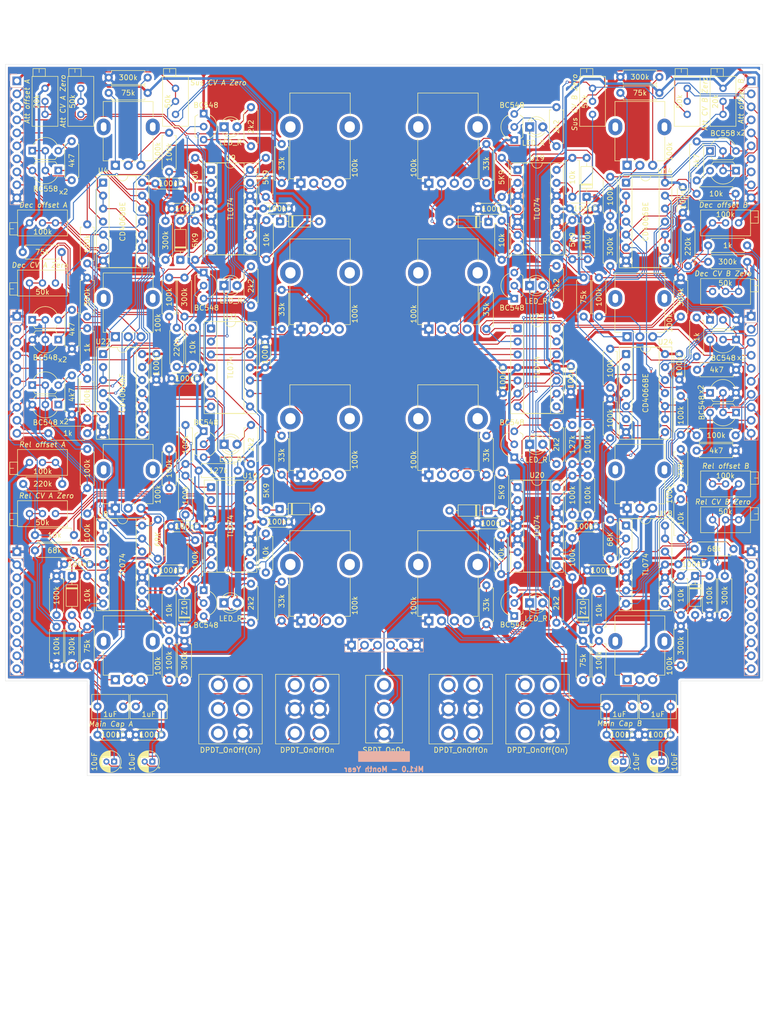
<source format=kicad_pcb>
(kicad_pcb (version 20241229) (generator "pcbnew") (generator_version "9.0")
  (title_block (rev "1") (company "DMH Instruments") (comment 1 "15cm Kosmo format synthesizer module PCB"))
  (layers (0 "F.Cu" signal) (2 "B.Cu" signal) (13 "F.Paste" user) (15 "B.Paste" user) (5 "F.SilkS" user "F.Silkscreen") (7 "B.SilkS" user "B.Silkscreen") (1 "F.Mask" user) (3 "B.Mask" user) (25 "Edge.Cuts" user))
  (net 0 "")
  (net 1 "GND")
  (net 2 "Net-(SW2B-A)")
  (net 3 "Net-(SW2B-C)")
  (net 4 "Net-(SW2A-C)")
  (net 5 "Net-(SW2A-A)")
  (net 6 "Net-(D8-A)")
  (net 7 "/Core Circuit A/LEDs SW")
  (net 8 "Net-(D9-A)")
  (net 9 "Net-(D10-A)")
  (net 10 "Net-(D11-A)")
  (net 11 "+12V")
  (net 12 "-12V")
  (net 13 "Net-(D17-K)")
  (net 14 "Net-(D17-A)")
  (net 15 "Net-(D18-K)")
  (net 16 "Net-(D18-A)")
  (net 17 "Net-(D19-K)")
  (net 18 "Net-(D19-A)")
  (net 19 "Net-(D20-K)")
  (net 20 "Net-(D21-K)")
  (net 21 "Net-(D21-A)")
  (net 22 "Net-(D27-A)")
  (net 23 "Net-(D28-A)")
  (net 24 "Net-(D29-A)")
  (net 25 "Net-(D30-A)")
  (net 26 "Net-(D36-K)")
  (net 27 "Net-(D36-A)")
  (net 28 "Net-(D37-A)")
  (net 29 "Net-(D37-K)")
  (net 30 "/Core Circuit A/Out")
  (net 31 "Net-(D38-A)")
  (net 32 "Net-(D38-K)")
  (net 33 "Net-(D39-K)")
  (net 34 "Net-(D40-K)")
  (net 35 "Net-(D40-A)")
  (net 36 "Net-(Q7-E)")
  (net 37 "Net-(Q7-B)")
  (net 38 "Net-(Q8-B)")
  (net 39 "Net-(Q8-E)")
  (net 40 "Net-(Q9-E)")
  (net 41 "Net-(Q9-B)")
  (net 42 "Net-(Q10-E)")
  (net 43 "/Core Circuit B/Out")
  (net 44 "Net-(Q10-B)")
  (net 45 "Net-(Q11-B)")
  (net 46 "Net-(Q11-E)")
  (net 47 "/CV Processing A/Att Cur Src")
  (net 48 "Net-(Q13-B)")
  (net 49 "Net-(Q13-E)")
  (net 50 "/CV Processing A/Dec Cur Snk")
  (net 51 "Net-(Q15-E)")
  (net 52 "Net-(Q15-B)")
  (net 53 "/CV Processing A/Rel Cur Snk")
  (net 54 "Net-(Q23-E)")
  (net 55 "Net-(Q23-B)")
  (net 56 "Net-(Q24-B)")
  (net 57 "Net-(Q24-E)")
  (net 58 "Net-(Q25-B)")
  (net 59 "Net-(Q25-E)")
  (net 60 "Net-(Q26-E)")
  (net 61 "Net-(Q26-B)")
  (net 62 "Net-(Q27-E)")
  (net 63 "Net-(Q27-B)")
  (net 64 "/CV Processing B/Att Cur Src")
  (net 65 "Net-(Q29-E)")
  (net 66 "Net-(Q29-B)")
  (net 67 "/CV Processing B/Dec Cur Snk")
  (net 68 "Net-(Q31-B)")
  (net 69 "Net-(Q31-E)")
  (net 70 "/CV Processing B/Rel Cur Snk")
  (net 71 "Net-(R15-Pad1)")
  (net 72 "Net-(U9A--)")
  (net 73 "Net-(R49-Pad1)")
  (net 74 "Net-(R52-Pad2)")
  (net 75 "Net-(R53-Pad1)")
  (net 76 "Net-(R55-Pad2)")
  (net 77 "Net-(U9C--)")
  (net 78 "Net-(R57-Pad2)")
  (net 79 "Net-(U8C--)")
  (net 80 "Net-(R58-Pad1)")
  (net 81 "Net-(R60-Pad2)")
  (net 82 "Net-(R61-Pad2)")
  (net 83 "Net-(R62-Pad1)")
  (net 84 "Net-(R65-Pad2)")
  (net 85 "/CV Processing A/Att CV")
  (net 86 "/CV Processing A/Dec CV")
  (net 87 "Net-(U10A--)")
  (net 88 "Net-(R68-Pad2)")
  (net 89 "Net-(J27H-Pin_8)")
  (net 90 "Net-(R72-Pad1)")
  (net 91 "/CV Processing A/Sus CV")
  (net 92 "/CV Processing A/Rel CV")
  (net 93 "Net-(J26C-Pin_3)")
  (net 94 "Net-(U10C--)")
  (net 95 "Net-(U8B--)")
  (net 96 "Net-(R74-Pad2)")
  (net 97 "/Core Circuit A/Dec_State")
  (net 98 "Net-(R75-Pad1)")
  (net 99 "Net-(SW4B-A)")
  (net 100 "/Core Circuit A/Att_State")
  (net 101 "/Core Circuit A/Rel_State")
  (net 102 "Net-(R77-Pad2)")
  (net 103 "/CV Processing A/Rel Proc CV")
  (net 104 "Net-(R79-Pad1)")
  (net 105 "/CV Processing A/Max Level")
  (net 106 "/CV Processing A/Sus Level")
  (net 107 "Net-(R82-Pad2)")
  (net 108 "/Core Circuit B/Rel_State")
  (net 109 "/Core Circuit B/Att_State")
  (net 110 "Net-(J22C-Pin_3)")
  (net 111 "/Core Circuit B/Dec_State")
  (net 112 "Net-(SW4B-C)")
  (net 113 "/CV Processing B/Att CV")
  (net 114 "Net-(J23H-Pin_8)")
  (net 115 "/CV Processing B/Sus Level")
  (net 116 "Net-(U21A--)")
  (net 117 "/CV Processing B/Rel CV")
  (net 118 "/CV Processing B/Dec CV")
  (net 119 "/CV Processing B/Rel Proc CV")
  (net 120 "Net-(U21B--)")
  (net 121 "Net-(U21C--)")
  (net 122 "Net-(U21D--)")
  (net 123 "/CV Processing B/Max Level")
  (net 124 "/CV Processing B/Sus CV")
  (net 125 "Net-(U8D--)")
  (net 126 "Net-(R88-Pad2)")
  (net 127 "Net-(R112-Pad1)")
  (net 128 "Net-(R146-Pad1)")
  (net 129 "Net-(R149-Pad2)")
  (net 130 "Net-(R150-Pad1)")
  (net 131 "Net-(R152-Pad2)")
  (net 132 "Net-(R154-Pad2)")
  (net 133 "Net-(U18C--)")
  (net 134 "Net-(R155-Pad1)")
  (net 135 "Net-(R157-Pad2)")
  (net 136 "Net-(R158-Pad2)")
  (net 137 "Net-(R159-Pad1)")
  (net 138 "Net-(R162-Pad2)")
  (net 139 "Net-(R165-Pad2)")
  (net 140 "Net-(R169-Pad1)")
  (net 141 "Net-(U18B--)")
  (net 142 "Net-(R171-Pad2)")
  (net 143 "Net-(R172-Pad1)")
  (net 144 "Net-(R174-Pad2)")
  (net 145 "Net-(R176-Pad1)")
  (net 146 "Net-(R179-Pad2)")
  (net 147 "Net-(U23A--)")
  (net 148 "Net-(U23B--)")
  (net 149 "Net-(U23C--)")
  (net 150 "Net-(U23D--)")
  (net 151 "Net-(R185-Pad2)")
  (net 152 "Net-(U21A-+)")
  (net 153 "Net-(U21B-+)")
  (net 154 "Net-(U21C-+)")
  (net 155 "Net-(U21D-+)")
  (net 156 "Net-(U23A-+)")
  (net 157 "Net-(U23B-+)")
  (net 158 "Net-(U23C-+)")
  (net 159 "Net-(U23D-+)")
  (net 162 "Net-(SW4A-C)")
  (net 163 "Net-(SW4A-A)")
  (net 165 "/Core Circuit A/Sus_State")
  (net 166 "/Core Circuit A/Inv Sus State")
  (net 169 "/Core Circuit B/ProcGate")
  (net 170 "/Core Circuit A/ProcGate")
  (net 171 "Net-(J24D-Pin_4)")
  (net 172 "Net-(J23J-Pin_10)")
  (net 173 "/Core Circuit B/Sus_State")
  (net 174 "/Core Circuit B/Inv Sus State")
  (net 175 "Net-(U8D-+)")
  (net 176 "Net-(J23I-Pin_9)")
  (net 177 "Net-(J24C-Pin_3)")
  (net 178 "Net-(J21F-Pin_6)")
  (net 179 "Net-(J27J-Pin_10)")
  (net 180 "Net-(J27I-Pin_9)")
  (net 181 "Net-(J25I-Pin_9)")
  (net 182 "Net-(U18A-+)")
  (net 183 "Net-(U19D--)")
  (net 184 "Net-(U19B--)")
  (net 185 "Net-(U20D--)")
  (net 186 "Net-(U20B--)")
  (net 187 "Net-(U18A--)")
  (net 188 "Net-(J22B-Pin_2)")
  (net 189 "Net-(J22D-Pin_4)")
  (net 190 "Net-(J23C-Pin_3)")
  (net 191 "Net-(J26D-Pin_4)")
  (net 192 "Net-(J26B-Pin_2)")
  (net 193 "Net-(J27C-Pin_3)")
  (footprint "Resistor_THT:R_Axial_DIN0207_L6.3mm_D2.5mm_P7.62mm_Horizontal" (layer "F.Cu") (at 136.8 72.99 -90)
    (property "Reference" "R149" (hide yes))
    (property "Value" "5K9")
  )
  (footprint "Resistor_THT:R_Axial_DIN0207_L6.3mm_D2.5mm_P7.62mm_Horizontal" (layer "F.Cu") (at 63.1 68.41 90)
    (property "Reference" "R50" (hide yes))
    (property "Value" "10k")
  )
  (footprint "SynthStuff:Toggle_Switch_2_Poles_TE" (layer "F.Cu") (at 115 168.5)
    (property "Reference" "SW4" (hide yes))
    (property "Value" "DPDT_OnOffOn")
  )
  (footprint "Resistor_THT:R_Axial_DIN0207_L6.3mm_D2.5mm_P7.62mm_Horizontal" (layer "F.Cu") (at 144.2 115.51 90)
    (property "Reference" "R11" (hide yes))
    (property "Value" "100k")
  )
  (footprint "Capacitor_THT:C_Disc_D4.3mm_W1.9mm_P5.00mm" (layer "F.Cu") (at 141.3 70.7 180)
    (property "Reference" "C35" (hide yes))
    (property "Value" "100nF")
  )
  (footprint "Resistor_THT:R_Axial_DIN0207_L6.3mm_D2.5mm_P7.62mm_Horizontal" (layer "F.Cu") (at 42 84.19 -90)
    (property "Reference" "R65" (hide yes))
    (property "Value" "300k")
  )
  (footprint "Resistor_THT:R_Axial_DIN0207_L6.3mm_D2.5mm_P7.62mm_Horizontal" (layer "F.Cu") (at 144.2 74.29 -90)
    (property "Reference" "R145" (hide yes))
    (property "Value" "300k")
  )
  (footprint "Package_TO_SOT_THT:TO-92L_Inline_Wide" (layer "F.Cu") (at 64.75 145.25 -90)
    (property "Reference" "Q10" (hide yes))
    (property "Value" "BC548")
  )
  (footprint "Resistor_THT:R_Axial_DIN0207_L6.3mm_D2.5mm_P7.62mm_Horizontal" (layer "F.Cu") (at 74 120.61 90)
    (property "Reference" "R29" (hide yes))
    (property "Value" "2k2")
  )
  (footprint "Capacitor_THT:C_Disc_D4.3mm_W1.9mm_P5.00mm" (layer "F.Cu") (at 158.4 66.5 -90)
    (property "Reference" "C26" (hide yes))
    (property "Value" "100nF")
  )
  (footprint "Package_TO_SOT_THT:TO-92L_Inline_Wide" (layer "F.Cu") (at 31.25 105.2)
    (property "Reference" "Q15" (hide yes))
    (property "Value" "BC548")
  )
  (footprint "Potentiometer_THT:Potentiometer_Bourns_3296X_Horizontal" (layer "F.Cu") (at 40.75 52.29 -90)
    (property "Reference" "RV11" (hide yes))
    (property "Value" "50k")
  )
  (footprint "Package_TO_SOT_THT:TO-92L_Inline_Wide" (layer "F.Cu") (at 31.26 59.4)
    (property "Reference" "Q11" (hide yes))
    (property "Value" "BC558")
  )
  (footprint "Package_TO_SOT_THT:TO-92L_Inline_Wide" (layer "F.Cu") (at 168.8 63.3 180)
    (property "Reference" "Q27" (hide yes))
    (property "Value" "BC558")
  )
  (footprint "Resistor_THT:R_Axial_DIN0207_L6.3mm_D2.5mm_P7.62mm_Horizontal" (layer "F.Cu") (at 161.1 91.99 -90)
    (property "Reference" "R187" (hide yes))
    (property "Value" "1k")
  )
  (footprint "Resistor_THT:R_Axial_DIN0207_L6.3mm_D2.5mm_P7.62mm_Horizontal" (layer "F.Cu") (at 142 145.39 -90)
    (property "Reference" "R158" (hide yes))
    (property "Value" "10k")
  )
  (footprint "Resistor_THT:R_Axial_DIN0207_L6.3mm_D2.5mm_P7.62mm_Horizontal" (layer "F.Cu") (at 39.41 134.5 180)
    (property "Reference" "R80" (hide yes))
    (property "Value" "10k")
  )
  (footprint "Package_DIP:DIP-14_W7.62mm_Socket" (layer "F.Cu") (at 66.19 94.135)
    (property "Reference" "U21")
    (property "Value" "TL074")
  )
  (footprint "Package_TO_SOT_THT:TO-92L_Inline_Wide" (layer "F.Cu") (at 36.35 109 180)
    (property "Reference" "Q16" (hide yes))
    (property "Value" "BC548" (hide yes))
  )
  (footprint "Resistor_THT:R_Axial_DIN0207_L6.3mm_D2.5mm_P7.62mm_Horizontal" (layer "F.Cu") (at 61.2 122.89 -90)
    (property "Reference" "R70" (hide yes))
    (property "Value" "100k")
  )
  (footprint "Resistor_THT:R_Axial_DIN0207_L6.3mm_D2.5mm_P7.62mm_Horizontal" (layer "F.Cu") (at 74 58.51 90)
    (property "Reference" "R27" (hide yes))
    (property "Value" "2k2")
  )
  (footprint "Package_TO_SOT_THT:TO-92L_Inline_Wide" (layer "F.Cu") (at 64.75 52.15 -90)
    (property "Reference" "Q7" (hide yes))
    (property "Value" "BC548")
  )
  (footprint "Capacitor_THT:C_Disc_D4.3mm_W1.9mm_P5.00mm" (layer "F.Cu") (at 141.4 132.8 180)
    (property "Reference" "C37" (hide yes))
    (property "Value" "100nF")
  )
  (footprint "Resistor_THT:R_Axial_DIN0207_L6.3mm_D2.5mm_P7.62mm_Horizontal" (layer "F.Cu") (at 77 129.61 90)
    (property "Reference" "R77" (hide yes))
    (property "Value" "5K9")
  )
  (footprint "Package_TO_SOT_THT:TO-92L_Inline_Wide" (layer "F.Cu") (at 64.75 83.2 -90)
    (property "Reference" "Q8" (hide yes))
    (property "Value" "BC548")
  )
  (footprint "Package_TO_SOT_THT:TO-92L_Inline_Wide" (layer "F.Cu") (at 31.25 92.45)
    (property "Reference" "Q13" (hide yes))
    (property "Value" "BC548")
  )
  (footprint "Capacitor_THT:C_Disc_D4.3mm_W1.9mm_P5.00mm" (layer "F.Cu") (at 123.25 132.2 180)
    (property "Reference" "C36" (hide yes))
    (property "Value" "100nF")
  )
  (footprint "Package_TO_SOT_THT:TO-92L_Inline_Wide" (layer "F.Cu") (at 125.45 150.3 90)
    (property "Reference" "Q26" (hide yes))
    (property "Value" "BC548")
  )
  (footprint "Resistor_THT:R_Axial_DIN0207_L6.3mm_D2.5mm_P7.62mm_Horizontal" (layer "F.Cu") (at 146.19 48.1)
    (property "Reference" "R146" (hide yes))
    (property "Value" "75k")
  )
  (footprint "Resistor_THT:R_Axial_DIN0207_L6.3mm_D2.5mm_P7.62mm_Horizontal" (layer "F.Cu") (at 42 103.99 -90)
    (property "Reference" "R89" (hide yes))
    (property "Value" "100k")
  )
  (footprint "Resistor_THT:R_Axial_DIN0207_L6.3mm_D2.5mm_P7.62mm_Horizontal" (layer "F.Cu") (at 46.19 45.1)
    (property "Reference" "R55" (hide yes))
    (property "Value" "300k")
  )
  (footprint "SynthStuff:Toggle_Switch_2_Poles_TE" (layer "F.Cu") (at 130 168.5)
    (property "Reference" "SW5" (hide yes))
    (property "Value" "DPDT_OnOff(On)")
  )
  (footprint "SynthStuff:Potentiometer_Alpha_RD901F-40-00D_Single_Vertical" (layer "F.Cu") (at 147.5 162.75 90)
    (property "Reference" "RV31" (hide yes))
    (property "Value" "100k")
  )
  (footprint "Resistor_THT:R_Axial_DIN0207_L6.3mm_D2.5mm_P7.62mm_Horizontal" (layer "F.Cu") (at 62.6 93.99 -90)
    (property "Reference" "R63" (hide yes))
    (property "Value" "10k")
  )
  (footprint "Package_TO_SOT_THT:TO-92L_Inline_Wide" (layer "F.Cu") (at 64.75 114.2 -90)
    (property "Reference" "Q9" (hide yes))
    (property "Value" "BC548")
  )
  (footprint "Resistor_THT:R_Axial_DIN0207_L6.3mm_D2.5mm_P7.62mm_Horizontal" (layer "F.Cu") (at 29.49 124.5)
    (property "Reference" "R74" (hide yes))
    (property "Value" "220k")
  )
  (footprint "Capacitor_THT:C_Disc_D4.3mm_W1.9mm_P5.00mm" (layer "F.Cu") (at 123.25 101.75 -90)
    (property "Reference" "C38" (hide yes))
    (property "Value" "100nF")
  )
  (footprint "Potentiometer_THT:Potentiometer_Bourns_3296X_Horizontal" (layer "F.Cu") (at 33.75 52.29 -90)
    (property "Reference" "RV4" (hide yes))
    (property "Value" "20k")
  )
  (footprint "Potentiometer_THT:Potentiometer_Bourns_3296X_Horizontal" (layer "F.Cu") (at 164.21 86.9 180)
    (property "Reference" "RV34" (hide yes))
    (property "Value" "50k")
  )
  (footprint "Resistor_THT:R_Axial_DIN0207_L6.3mm_D2.5mm_P7.62mm_Horizontal" (layer "F.Cu") (at 168.81 102.2 180)
    (property "Reference" "R163" (hide yes))
    (property "Value" "4k7")
  )
  (footprint "Resistor_THT:R_Axial_DIN0207_L6.3mm_D2.5mm_P7.62mm_Horizontal" (layer "F.Cu") (at 159.4 74.29 -90)
    (property "Reference" "R154" (hide yes))
    (property "Value" "220k")
  )
  (footprint "Capacitor_THT:CP_Radial_D4.0mm_P1.50mm" (layer "F.Cu") (at 47.25 178.75 180)
    (property "Reference" "C51" (hide yes))
    (property "Value" "10uF")
  )
  (footprint "Resistor_THT:R_Axial_DIN0207_L6.3mm_D2.5mm_P7.62mm_Horizontal" (layer "F.Cu") (at 58 145.39 -90)
    (property "Reference" "R61" (hide yes))
    (property "Value" "10k")
  )
  (footprint "Package_DIP:DIP-14_W7.62mm_Socket" (layer "F.Cu") (at 126.1 94.135)
    (property "Reference" "U23")
    (property "Value" "TL074")
  )
  (footprint "Resistor_THT:R_Axial_DIN0207_L6.3mm_D2.5mm_P7.62mm_Horizontal" (layer "F.Cu") (at 80 86.59 -90)
    (property "Reference" "R85" (hide yes))
    (property "Value" "33k")
  )
  (footprint "Package_TO_SOT_THT:TO-92L_Inline_Wide" (layer "F.Cu") (at 36.35 96.3 180)
    (property "Reference" "Q14" (hide yes))
    (property "Value" "BC548" (hide yes))
  )
  (footprint "SynthStuff:Potentiometer_TT_P110KH1" (layer "F.Cu") (at 110 65.75)
    (property "Reference" "RV33" (hide yes))
    (property "Value" "100k")
  )
  (footprint "Capacitor_THT:C_Disc_D4.3mm_W1.9mm_P5.00mm" (layer "F.Cu") (at 81.4 70.7 180)
    (property "Reference" "C16" (hide yes))
    (property "Value" "100nF")
  )
  (footprint "Resistor_THT:R_Axial_DIN0207_L6.3mm_D2.5mm_P7.62mm_Horizontal" (layer "F.Cu") (at 163.34 81.1)
    (property "Reference" "R153" (hide yes))
    (property "Value" "300k")
  )
  (footprint "Potentiometer_THT:Potentiometer_Bourns_3296X_Horizontal" (layer "F.Cu") (at 35.79 130.3)
    (property "Reference" "RV17" (hide yes))
    (property "Value" "50k")
  )
  (footprint "Resistor_THT:R_Axial_DIN0207_L6.3mm_D2.5mm_P7.62mm_Horizontal" (layer "F.Cu") (at 163.34 77.9)
    (property "Reference" "R112" (hide yes))
    (property "Value" "1k")
  )
  (footprint "Capacitor_THT:C_Rect_L7.0mm_W4.5mm_P5.00mm" (layer "F.Cu") (at 51.5 168)
    (property "Reference" "C45" (hide yes))
    (property "Value" "1uF")
  )
  (footprint "SynthStuff:Potentiometer_TT_P110KH1" (layer "F.Cu") (at 110 94.25)
    (property "Reference" "RV35" (hide yes))
    (property "Value" "100k")
  )
  (footprint "Potentiometer_THT:Potentiometer_Bourns_3296X_Horizontal" (layer "F.Cu") (at 35.79 120.3)
    (property "Reference" "RV9" (hide yes))
    (property "Value" "100k")
  )
  (footprint "LED_THT:LED_D3.0mm" (layer "F.Cu") (at 68.73 147.75)
    (property "Reference" "D11" (hide yes))
    (property "Value" "LED_R")
  )
  (footprint "Resistor_THT:R_Axial_DIN0207_L6.3mm_D2.5mm_P7.62mm_Horizontal" (layer "F.Cu") (at 61 155.19 -90)
    (property "Reference" "R82" (hide yes))
    (property "Value" "300k")
  )
  (footprint "Capacitor_THT:CP_Radial_D4.0mm_P1.50mm" (layer "F.Cu") (at 54.7226 178.75 180)
    (property "Reference" "C49" (hide yes))
    (property "Value" "10uF")
  )
  (footprint "Potentiometer_THT:Potentiometer_Bourns_3296X_Horizontal" (layer "F.Cu") (at 59.25 52.29 -90)
    (property "Reference" "RV15" (hide yes))
    (property "Value" "50k")
  )
  (footprint "Capacitor_THT:CP_Radial_D4.0mm_P1.50mm" (layer "F.Cu") (at 154.25 178.75 180)
    (property "Reference" "C65" (hide yes))
    (property "Value" "10uF")
  )
  (footprint "Capacitor_THT:C_Rect_L7.0mm_W4.5mm_P5.00mm" (layer "F.Cu") (at 143.5 168)
    (property "Reference" "C66" (hide yes))
    (property "Value" "1uF")
  )
  (footprint "Diode_THT:D_DO-35_SOD27_P7.62mm_Horizontal" (layer "F.Cu") (at 60.2 80.71 90)
    (property "Reference" "D17" (hide yes))
    (property "Value" "1N4148" (hide yes))
  )
  (footprint "Capacitor_THT:C_Disc_D4.3mm_W1.9mm_P5.00mm" (layer "F.Cu") (at 60.3 141.4 180)
    (property "Reference" "C14" (hide yes))
    (property "Value" "100nF")
  )
  (footprint "Resistor_THT:R_Axial_DIN0207_L6.3mm_D2.5mm_P7.62mm_Horizontal" (layer "F.Cu") (at 80 122.71 90)
    (property "Reference" "R86" (hide yes))
    (property "Value" "33k")
  )
  (footprint "Package_TO_SOT_THT:TO-92L_Inline_Wide" (layer "F.Cu") (at 163.7 59.45)
    (property "Reference" "Q28" (hide yes))
    (property "Value" "BC558" (hide yes))
  )
  (footprint "Capacitor_THT:C_Rect_L7.0mm_W4.5mm_P5.00mm" (layer "F.Cu") (at 44 168)
    (property "Reference" "C50" (hide yes))
    (property "Value" "1uF")
  )
  (footprint "Resistor_THT:R_Axial_DIN0207_L6.3mm_D2.5mm_P7.62mm_Horizontal" (layer "F.Cu") (at 136.8 130.51 90)
    (property "Reference" "R165" (hide yes))
    (property "Value" "100k")
  )
  (footprint "Resistor_THT:R_Axial_DIN0207_L6.3mm_D2.5mm_P7.62mm_Horizontal" (layer "F.Cu") (at 160.69 137.2)
    (property "Reference" "R18" (hide yes))
    (property "Value" "68k")
  )
  (footprint "Package_DIP:DIP-14_W7.62mm_Socket" (layer "F.Cu") (at 126.1 63.135)
    (property "Reference" "U19")
    (property "Value" "TL074")
  )
  (footprint "Package_DIP:DIP-14_W7.62mm_Socket" (layer "F.Cu") (at 45.1 65.635)
    (property "Reference" "U4")
    (property "Value" "CD4066BE")
  )
  (footprint "Diode_THT:D_DO-35_SOD27_P7.62mm_Horizontal" (layer "F.Cu") (at 61 153.01 90)
    (property "Reference" "D19" (hide yes))
    (property "Value" "Z10")
  )
  (footprint "Resistor_THT:R_Axial_DIN0207_L6.3mm_D2.5mm_P7.62mm_Horizontal" (layer "F.Cu") (at 74 151.61 90)
    (property "Reference" "R30" (hide yes))
    (property "Value" "2k2")
  )
  (footprint "Capacitor_THT:C_Disc_D4.3mm_W1.9mm_P5.00mm" (layer "F.Cu") (at 157.7 99.1 -90)
    (property "Reference" "C40" (hide yes))
    (property "Value" "100nF")
  )
  (footprint "Resistor_THT:R_Axial_DIN0207_L6.3mm_D2.5mm_P7.62mm_Horizontal" (layer "F.Cu") (at 76.9 134.19 -90)
    (property "Reference" "R76" (hide yes))
    (property "Value" "10k")
  )
  (footprint "Resistor_THT:R_Axial_DIN0207_L6.3mm_D2.5mm_P7.62mm_Horizontal" (layer "F.Cu") (at 36 142.49 -90)
    (property "Reference" "R69" (hide yes))
    (property "Value" "100k")
  )
  (footprint "Resistor_THT:R_Axial_DIN0207_L6.3mm_D2.5mm_P7.62mm_Horizontal" (layer "F.Cu") (at 61.2 120.61 90)
    (property "Reference" "R68" (hide yes))
    (property "Value" "100k")
  )
  (footprint "Resistor_THT:R_Axial_DIN0207_L6.3mm_D2.5mm_P7.62mm_Horizontal" (layer "F.Cu") (at 139.8 80.61 90)
    (property "Reference" "R151" (hide yes))
    (property "Value" "100k")
  )
  (footprint "Package_DIP:DIP-14_W7.62mm_Socket" (layer "F.Cu") (at 45.1 132.635)
    (property "Reference" "U8")
    (property "Value" "TL074")
  )
  (footprint "Resistor_THT:R_Axial_DIN0207_L6.3mm_D2.5mm_P7.62mm_Horizontal" (layer "F.Cu") (at 120 151.91 90)
    (property "Reference" "R184" (hide yes))
    (property "Value" "33k")
  )
  (footprint "Resistor_THT:R_Axial_DIN0207_L6.3mm_D2.5mm_P7.62mm_Horizontal" (layer "F.Cu") (at 58 162.81 90)
    (property "Reference" "R79" (hide yes))
    (property "Value" "100k")
  )
  (footprint "Resistor_THT:R_Axial_DIN0207_L6.3mm_D2.5mm_P7.62mm_Horizontal" (layer "F.Cu") (at 158 84.19 -90)
    (property "Reference" "R162" (hide yes))
    (property "Value" "300k")
  )
  (footprint "Resistor_THT:R_Axial_DIN0207_L6.3mm_D2.5mm_P7.62mm_Horizontal" (layer "F.Cu") (at 158 152.29 -90)
    (property "Reference" "R179" (hide yes))
    (property "Value" "300k")
  )
  (footprint "Resistor_THT:R_Axial_DIN0207_L6.3mm_D2.5mm_P7.62mm_Horizontal" (layer "F.Cu") (at 58 91.81 90)
    (property "Reference" "R62" (hide yes))
    (property "Value" "100k")
  )
  (footprint "Package_TO_SOT_THT:TO-92L_Inline_Wide" (layer "F.Cu") (at 163.7 92.45)
    (property "Reference" "Q30" (hide yes))
    (property "Value" "BC548" (hide yes))
  )
  (footprint "Resistor_THT:R_Axial_DIN0207_L6.3mm_D2.5mm_P7.62mm_Horizontal" (layer "F.Cu") (at 80 151.21 90)
    (property "Reference" "R87" (hide yes))
    (property "Value" "33k")
  )
  (footprint "Resistor_THT:R_Axial_DIN0207_L6.3mm_D2.5mm_P7.62mm_Horizontal" (layer "F.Cu") (at 80 65.71 90)
    (property "Reference" "R84" (hide yes))
    (property "Value" "33k")
  )
  (footprint "SynthStuff:Potentiometer_Alpha_RD901F-40-00D_Single_Vertical" (layer "F.Cu") (at 147.5 62.25 90)
    (property "Reference" "RV26" (hide yes))
    (property "Value" "100k")
  )
  (footprint "Resistor_THT:R_Axial_DIN0207_L6.3mm_D2.5mm_P7.62mm_Horizontal" (layer "F.Cu") (at 58 55.89 -90)
    (property "Reference" "R53" (hide yes))
    (property "Value" "100k")
  )
  (footprint "Resistor_THT:R_Axial_DIN0207_L6.3mm_D2.5mm_P7.62mm_Horizontal" (layer "F.Cu") (at 133.7 143.99 -90)
    (property "Reference" "R127" (hide yes))
    (property "Value" "2k2")
  )
  (footprint "Capacitor_THT:C_Disc_D4.3mm_W1.9mm_P5.00mm" (layer "F.Cu") (at 144.7 141.4 180)
    (property "Reference" "C32" (hide yes))
    (property "Value" "100nF")
  )
  (footprint "Resistor_THT:R_Axial_DIN0207_L6.3mm_D2.5mm_P7.62mm_Horizontal" (layer "F.Cu") (at 133.7 50.89 -90)
    (property "Reference" "R124" (hide yes))
    (property "Value" "2k2")
  )
  (footprint "Potentiometer_THT:Potentiometer_Bourns_3296X_Horizontal" (layer "F.Cu") (at 140.75 52.29 -90)
    (property "Reference" "RV36" (hide yes))
    (property "Value" "50k")
  )
  (footprint "Diode_THT:D_DO-35_SOD27_P7.62mm_Horizontal" (layer "F.Cu") (at 160.8 142.49 -90)
    (property "Reference" "D39" (hide yes))
    (property "Value" "1N4148" (hide yes))
  )
  (footprint "Resistor_THT:R_Axial_DIN0207_L6.3mm_D2.5mm_P7.62mm_Horizontal" (layer "F.Cu") (at 120 58.09 -90)
    (property "Reference" "R181" (hide yes))
    (property "Value" "33k")
  )
  (footprint "Package_TO_SOT_THT:TO-92L_Inline_Wide" (layer "F.Cu") (at 168.8 96.3 180)
    (property "Reference" "Q29" (hide yes))
    (property "Value" "BC548")
  )
  (footprint "Resistor_THT:R_Axial_DIN0207_L6.3mm_D2.5mm_P7.62mm_Horizontal" (layer "F.Cu") (at 55.8 139.11 90)
    (property "Reference" "R88" (hide yes))
    (property "Value" "68K")
  )
  (footprint "LED_THT:LED_D3.0mm" (layer "F.Cu") (at 128.48 116.75)
    (property "Reference" "D29" (hide yes))
    (property "Value" "LED_R")
  )
  (footprint "Capacitor_THT:C_Disc_D4.3mm_W1.9mm_P5.00mm" (layer "F.Cu") (at 123.4 70.75 180)
    (property "Reference" "C34" (hide yes))
    (property "Value" "100nF")
  )
  (footprint "Diode_THT:D_DO-35_SOD27_P7.62mm_Horizontal" (layer "F.Cu") (at 79.69 73.2)
    (property "Reference" "D18" (hide yes))
    (property "Value" "1N4148" (hide yes))
  )
  (footprint "Resistor_THT:R_Axial_DIN0207_L6.3mm_D2.5mm_P7.62mm_Horizontal" (layer "F.Cu") (at 42 94.09 -90)
    (property "Reference" "R90" (hide yes))
    (property "Value" "1k")
  )
  (footprint "Package_TO_SOT_THT:TO-92L_Inline_Wide" (layer "F.Cu") (at 125.45 119.3 90)
    (property "Reference" "Q25" (hide yes))
    (property "Value" "BC548")
  )
  (footprint "Potentiometer_THT:Potentiometer_Bourns_3296X_Horizontal" (layer "F.Cu") (at 35.79 85.25)
    (property "Reference" "RV13" (hide yes))
    (property "Value" "50k")
  )
  (footprint "Resistor_THT:R_Axial_DIN0207_L6.3mm_D2.5mm_P7.62mm_Horizontal" (layer "F.Cu") (at 58 117.69 -90)
    (property "Reference" "R72" (hide yes))
    (property "Value" "100k")
  )
  (footprint "Package_TO_SOT_THT:TO-92L_Inline_Wide" (layer "F.Cu") (at 36.36 63.265 180)
    (property "Reference" "Q12" (hide yes))
    (property "Value" "BC558" (hide yes))
  )
  (footprint "Resistor_THT:R_Axial_DIN0207_L6.3mm_D2.5mm_P7.62mm_Horizontal" (layer "F.Cu") (at 123 129.91 90)
    (property "Reference" "R174" (hide yes))
    (property "Value" "5K9")
  )
  (footprint "LED_THT:LED_D3.0mm" (layer "F.Cu") (at 68.73 85.75)
    (property "Reference" "D9" (hide yes))
    (property "Value" "LED_R")
  )
  (footprint "Package_DIP:DIP-14_W7.62mm_Socket" (layer "F.Cu") (at 45.1 99.135)
    (property "Reference" "U22")
    (property "Value" "CD4066BE")
  )
  (footprint "Diode_THT:D_DO-35_SOD27_P7.62mm_Horizontal" (layer "F.Cu") (at 39 142.49 -90)
    (property "Reference" "D20" (hide yes))
    (property "Value" "1N4148" (hide yes))
  )
  (footprint "Resistor_THT:R_Axial_DIN0207_L6.3mm_D2.5mm_P7.62mm_Horizontal" (layer "F.Cu") (at 161.09 115)
    (property "Reference" "R161" (hide yes))
    (property "Value" "100k")
  )
  (footprint "LED_THT:LED_D3.0mm" (layer "F.Cu") (at 68.73 116.75)
    (property "Reference" "D10" (hide yes))
    (property "Value" "LED_R")
  )
  (footprint "Capacitor_THT:C_Disc_D4.3mm_W1.9mm_P5.00mm" (layer "F.Cu") (at 148.5 173.5 180)
    (property "Reference" "C75" (hide yes))
    (property "Value" "100nF")
  )
  (footprint "Resistor_THT:R_Axial_DIN0207_L6.3mm_D2.5mm_P7.62mm_Horizontal" (layer "F.Cu") (at 136.8 112.99 -90)
    (property "Reference" "R164" (hide yes))
    (property "Value" "127k")
  )
  (footprint "Resistor_THT:R_Axial_DIN0207_L6.3mm_D2.5mm_P7.62mm_Horizontal" (layer "F.Cu") (at 38.96 57.54 -90)
    (property "Reference" "R51" (hide yes))
    (property "Value" "4k7")
  )
  (footprint "Diode_THT:D_DO-35_SOD27_P7.62mm_Horizontal" (layer "F.Cu") (at 138.9 153.01 90)
    (property "Reference" "D38" (hide yes))
    (property "Value" "Z10")
  )
  (footprint "Resistor_THT:R_Axial_DIN0207_L6.3mm_D2.5mm_P7.62mm_Horizontal" (layer "F.Cu") (at 168.71 118 180)
    (property "Reference" "R180" (hide yes))
    (property "Value" "4k7")
  )
  (footprint "Capacitor_THT:C_Disc_D4.3mm_W1.9mm_P5.00mm" (layer "F.Cu") (at 42.5 140.2 180)
    (property "Reference" "C13" (hide yes))
    (property "Value" "100nF")
  )
  (footprint "Package_DIP:DIP-14_W7.62mm_Socket" (layer "F.Cu") (at 147.3 65.635)
    (property "Reference" "U14")
    (property "Value" "CD4066BE")
  )
  (footprint "Capacitor_THT:C_Disc_D4.3mm_W1.9mm_P5.00mm" (layer "F.Cu") (at 81.4 131.9 180)
    (property "Reference" "C18" (hide yes))
    (property "Value" "100nF")
  )
  (footprint "Capacitor_THT:C_Disc_D4.3mm_W1.9mm_P5.00mm" (layer "F.Cu") (at 63.5 103.9 180)
    (property "Reference" "C19" (hide yes))
    (property "Value" "100nF")
  )
  (footprint "Resistor_THT:R_Axial_DIN0207_L6.3mm_D2.5mm_P7.62mm_Horizontal" (layer "F.Cu") (at 133.7 112.99 -90)
    (property "Reference" "R126" (hide yes))
    (property "Value" "2k2")
  )
  (footprint "LED_THT:LED_D3.0mm" (layer "F.Cu") (at 128.48 85.75)
    (property "Reference" "D28" (hide yes))
    (property "Value" "LED_R")
  )
  (footprint "Resistor_THT:R_Axial_DIN0207_L6.3mm_D2.5mm_P7.62mm_Horizontal" (layer "F.Cu") (at 142 91.81 90)
    (property "Reference" "R159" (hide yes))
    (property "Value" "100k")
  )
  (footprint "Resistor_THT:R_Axial_DIN0207_L6.3mm_D2.5mm_P7.62mm_Horizontal" (layer "F.Cu") (at 71.41 121.9 180)
    (property "Reference" "R67" (hide yes))
    (property "Value" "127k")
  )
  (footprint "Resistor_THT:R_Axial_DIN0207_L6.3mm_D2.5mm_P7.62mm_Horizontal" (layer "F.Cu") (at 161.09 67.8)
    (property "Reference" "R160" (hide yes))
    (property "Value" "10k")
  )
  (footprint "Resistor_THT:R_Axial_DIN0207_L6.3mm_D2.5mm_P7.62mm_Horizontal" (layer "F.Cu") (at 123 68.41 90)
    (property "Reference" "R157" (hide yes))
    (property "Value" "5K9")
  )
  (footprint "Potentiometer_THT:Potentiometer_Bourns_3296X_Horizontal" (layer "F.Cu") (at 35.79 73.5)
    (property "Reference" "RV6" (hide yes))
    (property "Value" "100k")
  )
  (footprint "SynthStuff:Toggle_Switch_2_Poles_TE" (layer "F.Cu") (at 70 168.5)
    (property "Reference" "SW1" (hide yes))
    (property "Value" "DPDT_OnOff(On)")
  )
  (footprint "Resistor_THT:R_Axial_DIN0207_L6.3mm_D2.5mm_P7.62mm_Horizontal" (layer "F.Cu") (at 61 84.19 -90)
    (property "Reference" "R56" (hide yes))
    (property "Value" "300k")
  )
  (footprint "Resistor_THT:R_Axial_DIN0207_L6.3mm_D2.5mm_P7.62mm_Horizontal" (layer "F.Cu") (at 36 152.39 -90)
    (property "Reference" "R198" (hide yes))
    (property "Value" "100k")
  )
  (footprint "Capacitor_THT:C_Disc_D4.3mm_W1.9mm_P5.00mm" (layer "F.Cu") (at 76.75 96.75 -90)
    (property "Reference" "C20" (hide yes))
    (property "Value" "100nF")
  )
  (footprint "Resistor_THT:R_Axial_DIN0207_L6.3mm_D2.5mm_P7.62mm_Horizontal" (layer "F.Cu") (at 146.19 45)
    (property "Reference" "R152" (hide yes))
    (property "Value" "300k")
  )
  (footprint "Potentiometer_THT:Potentiometer_Bourns_3296X_Horizontal" (layer "F.Cu") (at 159.25 52.29 -90)
    (property "Reference" "RV32" (hide yes))
    (property "Value" "50k")
  )
  (footprint "Resistor_THT:R_Axial_DIN0207_L6.3mm_D2.5mm_P7.62mm_Horizontal" (layer "F.Cu") (at 122.9 134.49 -90)
    (property "Reference" "R173" (hide yes))
    (property "Value" "10k")
  )
  (footprint "Diode_THT:D_DO-35_SOD27_P7.62mm_Horizontal" (layer "F.Cu") (at 79.59 129.4)
    (property "Reference" "D21" (hide yes))
    (property "Value" "1N4148" (hide yes))
  )
  (footprint "SynthStuff:Toggle_Switch_2_Poles_TE" (layer "F.Cu") (at 85 168.5)
    (property "Reference" "SW2" (hide yes))
    (property "Value" "DPDT_OnOffOn")
  )
  (footprint "Capacitor_THT:C_Rect_L7.0mm_W4.5mm_P5.00mm" (layer "F.Cu") (at 151 168)
    (property "Reference" "C61" (hide yes))
    (property "Value" "1uF")
  )
  (footprint "Capacitor_THT:C_Disc_D4.3mm_W1.9mm_P5.00mm" (layer "F.Cu") (at 136.5 106.5 90)
    (property "Reference" "C39" (hide yes))
    (property "Value" "100nF")
  )
  (footprint "Resistor_THT:R_Axial_DIN0207_L6.3mm_D2.5mm_P7.62mm_Horizontal" (layer "F.Cu") (at 42.01 114.6 180)
    (property "Reference" "R15" (hide yes))
    (property "Value" "1k")
  )
  (footprint "Potentiometer_THT:Potentiometer_Bourns_3296X_Horizontal" (layer "F.Cu") (at 164.21 73.5 180)
    (property "Reference" "RV27" (hide yes))
    (property "Value" "100k")
  )
  (footprint "Resistor_THT:R_Axial_DIN0207_L6.3mm_D2.5mm_P7.62mm_Horizontal" (layer "F.Cu") (at 42 137.91 90)
    (property "Reference" "R64" (hide yes))
    (property "Value" "100k")
  )
  (footprint "Resistor_THT:R_Axial_DIN0207_L6.3mm_D2.5mm_P7.62mm_Horizontal" (layer "F.Cu") (at 57.3 73.09 -90)
    (property "Reference" "R48" (hide yes))
    (property "Value" "300k")
  )
  (footprint "SynthStuff:Potentiometer_Alpha_RD901F-40-00D_Single_Vertical" (layer "F.Cu") (at 47.5 129.25 90)
    (property "Reference" "RV8" (hide yes))
    (property "Value" "100k")
  )
  (footprint "Diode_THT:D_DO-35_SOD27_P7.62mm_Horizontal" (layer "F.Cu") (at 120.41 129.7 180)
    (property "Reference" "D40" (hide yes))
    (property "Value" "1N4148" (hide yes))
  )
  (footprint "Capacitor_THT:C_Disc_D4.3mm_W1.9mm_P5.00mm" (layer "F.Cu") (at 51.5 173.5)
    (property "Reference" "C74" (hide yes))
    (property "Value" "100nF")
  )
  (footprint "SynthStuff:Potentiometer_TT_P110KH1" (layer "F.Cu") (at 85 151.25)
    (property "Reference" "RV18" (hide yes))
    (property "Value" "100k")
  )
  (footprint "Resistor_THT:R_Axial_DIN0207_L6.3mm_D2.5mm_P7.62mm_Horizontal" (layer "F.Cu") (at 133.7 81.89 -90)
    (property "Reference" "R125" (hide yes))
    (property "Value" "2k2")
  )
  (footprint "Resistor_THT:R_Axial_DIN0207_L6.3mm_D2.5mm_P7.62mm_Horizontal" (layer "F.Cu") (at 166.6 150.11 90)
    (property "Reference" "R170" (hide yes))
    (property "Value" "300k")
  )
  (footprint "Resistor_THT:R_Axial_DIN0207_L6.3mm_D2.5mm_P7.62mm_Horizontal" (layer "F.Cu") (at 39.41 137.5 180)
    (property "Reference" "R197" (hide yes))
    (property "Value" "68k")
  )
  (footprint "Resistor_THT:R_Axial_DIN0207_L6.3mm_D2.5mm_P7.62mm_Horizontal" (layer "F.Cu") (at 123 73.09 -90)
    (property "Reference" "R156" (hide yes))
    (property "Value" "10k")
  )
  (footprint "Resistor_THT:R_Axial_DIN0207_L6.3mm_D2.5mm_P7.62mm_Horizontal" (layer "F.Cu") (at 74 89.61 90)
    (property "Reference" "R28" (hide yes))
    (property "Value" "2k2")
  )
  (footprint "Resistor_THT:R_Axial_DIN0207_L6.3mm_D2.5mm_P7.62mm_Horizontal" (layer "F.Cu") (at 136.8 68.41 90)
    (property "Reference" "R147" (hide yes))
    (property "Value" "10k")
  )
  (footprint "Package_TO_SOT_THT:TO-92L_Inline_Wide" (layer "F.Cu") (at 163.7 106.7)
    (property "Reference" "Q32" (hide yes))
    (property "Value" "BC548" (hide yes))
  )
  (footprint "Capacitor_THT:C_Disc_D4.3mm_W1.9mm_P5.00mm" (layer "F.Cu") (at 49 173.5 180)
    (property "Reference" "C73" (hide yes))
    (property "Value" "100nF")
  )
  (footprint "SynthStuff:Potentiometer_Alpha_RD901F-40-00D_Single_Vertical" (layer "F.Cu") (at 47.5 62.25 90)
    (property "Reference" "RV5" (hide yes))
    (property "Value" "100k")
  )
  (footprint "Resistor_THT:R_Axial_DIN0207_L6.3mm_D2.5mm_P7.62mm_Horizontal" (layer "F.Cu") (at 139.8 112.99 -90)
    (property "Reference" "R169" (hide yes))
    (property "Value" "100k")
  )
  (footprint "Package_DIP:DIP-14_W7.62mm_Socket" (layer "F.Cu") (at 66.19 63.135)
    (property "Reference" "U9")
    (property "Value" "TL074")
  )
  (footprint "SynthStuff:Potentiometer_Alpha_RD901F-40-00D_Single_Vertical" (layer "F.Cu") (at 47.5 95.75 90)
    (property "Reference" "RV7" (hide yes))
    (property "Value" "100k")
  )
  (footprint "Package_TO_SOT_THT:TO-92L_Inline_Wide" (layer "F.Cu") (at 168.8 110.55 180)
    (property "Reference" "Q31" (hide yes))
    (property "Value" "BC548")
  )
  (footprint "Resistor_THT:R_Axial_DIN0207_L6.3mm_D2.5mm_P7.62mm_Horizontal" (layer "F.Cu") (at 63.1 135.49 -90)
    (property "Reference" "R71" (hide yes))
    (property "Value" "100k")
  )
  (footprint "SynthStuff:Potentiometer_TT_P110KH1" (layer "F.Cu") (at 85 94.25)
    (property "Reference" "RV14" (hide yes))
    (property "Value" "100k")
  )
  (footprint "Resistor_THT:R_Axial_DIN0207_L6.3mm_D2.5mm_P7.62mm_Horizontal" (layer "F.Cu") (at 139 91.81 90)
    (property "Reference" "R155" (hide yes))
    (property "Value" "75k")
  )
  (footprint "Resistor_THT:R_Axial_DIN0207_L6.3mm_D2.5mm_P7.62mm_Horizontal" (layer "F.Cu") (at 144.2 139.11 90)
    (property "Reference" "R185" (hide yes))
    (property "Value" "68K")
  )
  (footprint "Resistor_THT:R_Axial_DIN0207_L6.3mm_D2.5mm_P7.62mm_Horizontal" (layer "F.Cu") (at 158 127.49 -90)
    (property "Reference" "R177" (hide yes))
    (property "Value" "10k")
  )
  (footprint "Resistor_THT:R_Axial_DIN0207_L6.3mm_D2.5mm_P7.62mm_Horizontal" (layer "F.Cu") (at 138.9 162.81 90)
    (property "Reference" "R172" (hide yes))
    (property "Value" "75k")
  )
  (footprint "SynthStuff:Potentiometer_TT_P110KH1" (layer "F.Cu") (at 110 151.25)
    (property "Reference" "RV39" (hide yes))
    (property "Value" "100k")
  )
  (footprint "Resistor_THT:R_Axial_DIN0207_L6.3mm_D2.5mm_P7.62mm_Horizontal" (layer "F.Cu") (at 144.2 64.49 -90)
    (property "Reference" "R150" (hide yes))
    (property "Value" "100k")
  )
  (footprint "Resistor_THT:R_Axial_DIN0207_L6.3mm_D2.5mm_P7.62mm_Horizontal" (layer "F.Cu") (at 120 86.59 -90)
    (property "Reference" "R182" (hide yes))
    (property "Value" "33k")
  )
  (footprint "Resistor_THT:R_Axial_DIN0207_L6.3mm_D2.5mm_P7.62mm_Horizontal" (layer "F.Cu") (at 77 72.99 -90)
    (property "Reference" "R59" (hide yes))
    (property "Value" "10k")
  )
  (footprint "Resistor_THT:R_Axial_DIN0207_L6.3mm_D2.5mm_P7.62mm_Horizontal" (layer "F.Cu") (at 163.6 150.11 90)
    (property "Reference" "R166" (hide yes))
    (property "Value" "100k")
  )
  (footprint "Package_TO_SOT_THT:TO-92L_Inline_Wide" (layer "F.Cu") (at 125.45 88.3 90)
    (property "Reference" "Q24" (hide yes))
    (property "Value" "BC548")
  )
  (footprint "Resistor_THT:R_Axial_DIN0207_L6.3mm_D2.5mm_P7.62mm_Horizontal" (layer "F.Cu") (at 39 160.01 90)
    (property "Reference" "R73" (hide yes))
    (property "Value" "300k")
  )
  (footprint "Capacitor_THT:C_Disc_D4.3mm_W1.9mm_P5.00mm" (layer "F.Cu") (at 55.3 65.8)
    (property "Reference" "C7" (hide yes))
    (property "Value" "100nF")
  )
  (footprint "Diode_THT:D_DO-35_SOD27_P7.62mm_Horizontal" (layer "F.Cu") (at 120.41 73.3 180)
    (property "Reference" "D37" (hide yes))
    (property "Value" "1N4148" (hide yes))
  )
  (footprint "Resistor_THT:R_Axial_DIN0207_L6.3mm_D2.5mm_P7.62mm_Horizontal" (layer "F.Cu") (at 136.8 135.09 -90)
    (property "Reference" "R168" (hide yes))
    (property "Value" "100k")
  )
  (footprint "SynthStuff:Toggle_Switch_TE" (layer "F.Cu") (at 100 168.5)
    (property "Reference" "SW3" (hide yes))
    (property "Value" "SPDT_OnOn")
  )
  (footprint "Capacitor_THT:CP_Radial_D4.0mm_P1.50mm" (layer "F.Cu") (at 146.75 178.75 180)
    (property "Reference" "C67" (hide yes))
    (property "Value" "10uF")
  )
  (footprint "Potentiometer_THT:Potentiometer_Bourns_3296X_Horizontal" (layer "F.Cu") (at 164.21 131.5 180)
    (property "Reference" "RV38" (hide yes))
    (property "Value" "50k")
  )
  (footprint "Capacitor_THT:C_Disc_D4.3mm_W1.9mm_P5.00mm" (layer "F.Cu") (at 63.4 132.79 180)
    (property "Reference" "C17" (hide yes))
    (property "Value" "100nF")
  )
  (footprint "Capacitor_THT:C_Disc_D4.3mm_W1.9mm_P5.00mm" (layer "F.Cu") (at 151 173.5)
    (property "Reference" "C76" (hide yes))
    (property "Value" "100nF")
  )
  (footprint "Capacitor_THT:C_Disc_D4.3mm_W1.9mm_P5.00mm" (layer "F.Cu") (at 162.5 140.2 180)
    (property "Reference" "C33" (hide yes))
    (property "Value" "100nF")
  )
  (footprint "Package_DIP:DIP-14_W7.62mm_Socket" (layer "F.Cu") (at 66.19 125.135)
    (property "Reference" "U10")
    (property "Value" "TL074")
  )
  (footprint "Resistor_THT:R_Axial_DIN0207_L6.3mm_D2.5mm_P7.62mm_Horizontal" (layer "F.Cu") (at 158 125.31 90)
    (property "Reference" "R171" (hide yes))
    (property "Value" "220k")
  )
  (footprint "Capacitor_THT:C_Disc_D4.3mm_W1.9mm_P5.00mm" (layer "F.Cu") (at 55.5 99.1 -90)
    (property "Reference" "C21" (hide yes))
    (property "Value" "100nF")
  )
  (footprint "Package_DIP:DIP-14_W7.62mm_Socket" (layer "F.Cu") (at 126.1 125.135)
    (property "Reference" "U20")
    (property "Value" "TL074")
  )
  (footprint "Resistor_THT:R_Axial_DIN0207_L6.3mm_D2.5mm_P7.62mm_Horizontal" (layer "F.Cu") (at 37.01 79.2 180)
    (property "Reference" "R58" (hide yes))
    (property "Value" "75k")
  )
  (footprint "Capacitor_THT:C_Disc_D4.3mm_W1.9mm_P5.00mm" (layer "F.Cu") (at 63.5 70.75 180)
    (property "Reference" "C15" (hide yes))
    (property "Value" "100nF")
  )
  (footprint "SynthStuff:Potentiometer_TT_P110KH1" (layer "F.Cu") (at 85 122.75)
    (property "Reference" "RV16" (hide yes))
    (property "Value" "100k")
  )
  (footprint "SynthStuff:Potentiometer_TT_P110KH1" (layer "F.Cu") (at 110 122.75)
    (property "Reference" "RV37" (hide yes))
    (property "Value" "100k")
  )
  (footprint "SynthStuff:Potentiometer_Alpha_RD901F-40-00D_Single_Vertical" (layer "F.Cu") (at 147.5 129.25 90)
    (property "Reference" "RV29" (hide yes))
    (property "Value" "100k")
  )
  (footprint "Resistor_THT:R_Axial_DIN0207_L6.3mm_D2.5mm_P7.62mm_Horizontal" (layer "F.Cu") (at 59.5 101.61 90)
    (property "Reference" "R57" (hide yes))
    (property "Value" "220k")
  )
  (footprint "Package_DIP:DIP-14_W7.62mm_Socket" (layer "F.Cu") (at 147.3 132.635)
    (property "Reference" "U18")
    (property "Value" "TL074")
  )
  (footprint "Potentiometer_THT:Potentiometer_Bourns_3296X_Horizontal" (layer "F.Cu") (at 164.21 124.5 180)
    (property "Reference" "RV30" (hide yes))
    (property "Value" "100k")
  )
  (footprint "Resistor_THT:R_Axial_DIN0207_L6.3mm_D2.5mm_P7.62mm_Horizontal" (layer "F.Cu") (at 42 142.49 -90)
    (property "Reference" "R78" (hide yes))
    (property "Value" "10k")
  )
  (footprint "Resistor_THT:R_Axial_DIN0207_L6.3mm_D2.5mm_P7.62mm_Horizontal" (layer "F.Cu") (at 42 160.01 90)
    (property "Reference" "R75" (hide yes))
    (property "Value" "75k")
  )
  (footprint "Resistor_THT:R_Axial_DIN0207_L6.3mm_D2.5mm_P7.62mm_Horizontal" (layer "F.Cu") (at 76.9 68.41 90)
    (property "Reference" "R60" (hide yes))
    (property "Value" "5K9")
  )
  (footprint "LED_THT:LED_D3.0mm" (layer "F.Cu") (at 128.48 54.75)
    (property "Reference" "D27" (hide yes))
    (property "Value" "LED_R")
  )
  (footprint "Resistor_THT:R_Axial_DIN0207_L6.3mm_D2.5mm_P7.62mm_Horizontal" (layer "F.Cu") (at 42 81.41 90)
    (property "Reference" "R54" (hide yes))
    (property "Value" "100k")
  )
  (footprint "LED_THT:LED_D3.0mm" (layer "F.Cu") (at 128.48 147.75)
    (property "Reference" "D30" (hide yes))
    (property "Value" "LED_R")
  )
  (footprint "Package_DIP:DIP-14_W7.62mm_Socket" (layer "F.Cu") (at 147.3 99.135)
    (property "Reference" "U24")
    (property "Value" "CD4066BE")
  )
  (footprint "Potentiometer_THT:Potentiometer_Bourns_3296X_Horizontal" (layer "F.Cu") (at 166.25 52.29 -90)
    (property "Reference" "RV25" (hide yes))
    (property "Value" "20k")
  )
  (footprint "SynthStuff:Potentiometer_TT_P110KH1" (layer "F.Cu") (at 85 65.75)
    (property "Reference" "RV12" (hide yes))
    (property "Value" "100k")
  )
  (footprint "Resistor_THT:R_Axial_DIN0207_L6.3mm_D2.5mm_P7.62mm_Horizontal" (layer "F.Cu") (at 158 114.91 90)
    (property "Reference" "R178" (hide yes))
    (property "Value" "100k")
  )
  (footprint "Resistor_THT:R_Axial_DIN0207_L6.3mm_D2.5mm_P7.62mm_Horizontal" (layer "F.Cu") (at 63.1 73.09 -90)
    (property "Reference" "R52" (hide yes))
    (property "Value" "5K9")
  )
  (footprint "LED_THT:LED_D3.0mm" (layer "F.Cu") (at 68.73 54.75)
    (property "Reference" "D8" (hide yes))
    (property "Value" "LED_R")
  )
  (footprint "SynthStuff:Potentiometer_Alpha_RD901F-40-00D_Single_Vertical" (layer "F.Cu") (at 147.5 95.75 90)
    (property "Reference" "RV28" (hide yes))
    (property "Value" "100k")
  )
  (footprint "SynthStuff:Potentiometer_Alpha_RD901F-40-00D_Single_Vertical" (layer "F.Cu") (at 47.5 162.75 90)
    (property "Reference" "RV10" (hide yes))
    (property "Value" "100k")
  )
  (footprint "Resistor_THT:R_Axial_DIN0207_L6.3mm_D2.5mm_P7.62mm_Horizontal" (layer "F.Cu") (at 39 110.91 90)
    (property "Reference" "R83" (hide yes))
    (property "Value" "4k7")
  )
  (footprint "Diode_THT:D_DO-35_SOD27_P7.62mm_Horizontal" (layer "F.Cu") (at 139.6 68.41 90)
    (property "Reference" "D36" (hide yes))
    (property "Value" "1N4148" (hide yes))
  )
  (footprint "Resistor_THT:R_Axial_DIN0207_L6.3mm_D2.5mm_P7.62mm_Horizontal" (layer "F.Cu") (at 46.19 48.1)
    (property "Reference" "R49" (hide yes))
    (property "Value" "75k")
  )
  (footprint "Resistor_THT:R_Axial_DIN0207_L6.3mm_D2.5mm_P7.62mm_Horizontal" (layer "F.Cu") (at 139.8 122.89 -90)
    (property "Reference" "R167" (hide yes))
    (property "Value" "100k")
  )
  (footprint "Resistor_THT:R_Axial_DIN0207_L6.3mm_D2.5mm_P7.62mm_Horizontal" (layer "F.Cu") (at 158 142.49 -90)
    (property "Reference" "R175" (hide yes))
    (property "Value" "10k")
  )
  (footprint "Resistor_THT:R_Axial_DIN0207_L6.3mm_D2.5mm_P7.62mm_Horizontal" (layer "F.Cu") (at 120 122.71 90)
    (property "Reference" "R183" (hide yes))
    (property "Value" "33k")
  )
  (footprint "Resistor_THT:R_Axial_DIN0207_L6.3mm_D2.5mm_P7.62mm_Horizontal" (layer "F.Cu") (at 142 162.81 90)
    (property "Reference" "R176" (hide yes))
    (property "Value" "100k")
  )
  (footprint "Resistor_THT:R_Axial_DIN0207_L6.3mm_D2.5mm_P7.62mm_Horizontal" (layer "F.Cu") (at 42 125.31 90)
    (property "Reference" "R81" (hide yes))
    (property "Value" "100k")
  )
  (footprint "Resistor_THT:R_Axial_DIN0207_L6.3mm_D2.5mm_P7.62mm_Horizontal" (layer "F.Cu") (at 161.1 65.21 90)
    (property "Reference" "R148" (hide yes))
    (property "Value" "4k7")
  )
  (footprint "Resistor_THT:R_Axial_DIN0207_L6.3mm_D2.5mm_P7.62mm_Horizontal" (layer "F.Cu") (at 39 98.11 90)
    (property "Reference" "R66" (hide yes))
    (property "Value" "4k7")
  )
  (footprint "Package_TO_SOT_THT:TO-92L_Inline_Wide" (layer "F.Cu") (at 125.45 57.3 90)
    (property "Reference" "Q23" (hide yes))
    (property "Value" "BC548")
  )
  (footprint "Resistor_THT:R_Axial_DIN0207_L6.3mm_D2.5mm_P7.62mm_Horizontal" (layer "F.Cu") (at 144.2 98.09 -90)
    (property "Reference" "R186" (hide yes))
    (property "Value" "100k")
  )
  (footprint "Connector_PinSocket_2.54mm:PinSocket_1x06_P2.54mm_Vertical" (layer "B.Cu") (at 93.65 156 -90)
    (property "Reference" "J24" (hide yes))
    (property "Value" "Conn_01x06_PinHeader" (hide yes))
  )
  (footprint "Connector_PinSocket_2.54mm:PinSocket_1x10_P2.54mm_Vertical" (layer "B.Cu") (at 28.25 45.75 180)
    (property "Reference" "J21" (hide yes))
    (property "Value" "Conn_01x10_PinHeader" (hide yes))
  )
  (footprint "Connector_PinSocket_2.54mm:PinSocket_1x10_P2.54mm_Vertical" (layer "B.Cu") (at 171.75 137.75 180)
    (property "Reference" "J27" (hide yes))
    (property "Value" "Conn_01x10_PinHeader" (hide yes))
  )
  (footprint "Connector_PinSocket_2.54mm:PinSocket_1x10_P2.54mm_Vertical" (layer "B.Cu") (at 28.25 137.75 180)
    (property "Reference" "J23" (hide yes))
    (property "Value" "Conn_01x10_PinHeader" (hide yes))
  )
  (footprint "Connector_PinSocket_2.54mm:PinSocket_1x10_P2.54mm_Vertical" (layer "B.Cu") (at 171.75 91.75 180)
    (property "Reference" "J26" (hide yes))
    (property "Value" "Conn_01x10_PinHeader" (hide yes))
  )
  (footprint "Connector_PinSocket_2.54mm:PinSocket_1x10_P2.54mm_Vertical" (layer "B.Cu") (at 28.25 91.75 180)
    (property "Reference" "J22" (hide yes))
    (property "Value" "Conn_01x10_PinHeader" (hide yes))
  )
  (footprint "Connector_PinSocket_2.54mm:PinSocket_1x10_P2.54mm_Vertical" (layer "B.Cu") (at 171.75 45.75 180)
    (property "Reference" "J25" (hide yes))
    (property "Value" "Conn_01x10_PinHeader" (hide yes))
  )
  (gr_rect (start 95 176.75) (end 105 178.75) (stroke (width 0.1)) (fill yes) (layer "B.SilkS"))
  (gr_line (start 174 42.5) (end 174 163) (stroke (width 0.05)) (layer "Edge.Cuts"))
  (gr_line (start 158 181.5) (end 42 181.5) (stroke (width 0.05)) (layer "Edge.Cuts"))
  (gr_line (start 158 163) (end 158 181.5) (stroke (width 0.05)) (layer "Edge.Cuts"))
  (gr_line (start 26 42.5) (end 174 42.5) (stroke (width 0.05)) (layer "Edge.Cuts"))
  (gr_line (start 42 181.5) (end 42 163) (stroke (width 0.05)) (layer "Edge.Cuts"))
  (gr_line (start 26 163) (end 26 42.5) (stroke (width 0.05)) (layer "Edge.Cuts"))
  (gr_line (start 174 163) (end 158 163) (stroke (width 0.05)) (layer "Edge.Cuts"))
  (gr_line (start 42 163) (end 26 163) (stroke (width 0.05)) (layer "Edge.Cuts"))
  (gr_text "x2" (at 162.5 107 90) (layer "F.SilkS") (effects (font (size 1 1)) (justify left bottom)))
  (gr_text "x2" (at 168.9 100.4 0) (layer "F.SilkS") (effects (font (size 1 1)) (justify left bottom)))
  (gr_text "x2" (at 168.8 56.5 0) (layer "F.SilkS") (effects (font (size 1 1)) (justify left bottom)))
  (gr_text "x2" (at 36.4 68 0) (layer "F.SilkS") (effects (font (size 1 1)) (justify left bottom)))
  (gr_text "x2" (at 36.2 100.8 0) (layer "F.SilkS") (effects (font (size 1 1)) (justify left bottom)))
  (gr_text "x2" (at 36.5 112.9 0) (layer "F.SilkS") (effects (font (size 1 1)) (justify left bottom)))
  (gr_text "Mk1.0 - Month Year" (at 100 180.25 0) (layer "B.SilkS") (effects (font (size 1 1) (thickness 0.25) (bold yes)) (justify mirror)))
  (segment (start 54.1236 179.651) (end 80.962 179.651) (width 0.2) (layer "F.Cu") (net 2))
  (segment (start 53.2226 178.75) (end 54.1236 179.651) (width 0.2) (layer "F.Cu") (net 2))
  (segment (start 80.962 179.651) (end 87.413 173.2) (width 0.2) (layer "F.Cu") (net 2))
  (segment (start 85.311 165.902) (end 87.413 163.8) (width 0.2) (layer "F.Cu") (net 3))
  (segment (start 53.598 165.902) (end 85.311 165.902) (width 0.2) (layer "F.Cu") (net 3))
  (segment (start 51.5 168) (end 53.598 165.902) (width 0.2) (layer "F.Cu") (net 3))
  (segment (start 51.499 165.501) (end 49 168) (width 0.2) (layer "F.Cu") (net 4))
  (segment (start 82.587 163.8) (end 80.886 165.501) (width 0.2) (layer "F.Cu") (net 4))
  (segment (start 80.886 165.501) (end 51.499 165.501) (width 0.2) (layer "F.Cu") (net 4))
  (segment (start 78.087 177.7) (end 82.587 173.2) (width 0.2) (layer "F.Cu") (net 5))
  (segment (start 52.2 177.7) (end 78.087 177.7) (width 0.2) (layer "F.Cu") (net 5))
  (segment (start 50.249 179.651) (end 52.2 177.7) (width 0.2) (layer "F.Cu") (net 5))
  (segment (start 46.651 179.651) (end 50.249 179.651) (width 0.2) (layer "F.Cu") (net 5))
  (segment (start 45.75 178.75) (end 46.651 179.651) (width 0.2) (layer "F.Cu") (net 5))
  (segment (start 72.55 53.47) (end 72.55 52.34) (width 0.2) (layer "F.Cu") (net 6))
  (segment (start 71.27 54.75) (end 72.55 53.47) (width 0.2) (layer "F.Cu") (net 6))
  (segment (start 72.55 52.34) (end 74 50.89) (width 0.2) (layer "F.Cu") (net 6))
  (segment (start 81.37855 151.02955) (end 81.37855 152.02145) (width 0.2) (layer "F.Cu") (net 7))
  (segment (start 68.73 147.75) (end 71.029 150.049) (width 0.2) (layer "F.Cu") (net 7))
  (segment (start 97.3 163.2) (end 97.3 165.8) (width 0.2) (layer "F.Cu") (net 7))
  (segment (start 81.37855 152.02145) (end 83.3561 153.999) (width 0.2) (layer "F.Cu") (net 7))
  (segment (start 89.101529 149.2) (end 95.6 149.2) (width 0.2) (layer "F.Cu") (net 7))
  (segment (start 100 153.6) (end 100 160.5) (width 0.2) (layer "F.Cu") (net 7))
  (segment (start 95.6 149.2) (end 100 153.6) (width 0.2) (layer "F.Cu") (net 7))
  (segment (start 87.549 151.8839) (end 87.549 150.752529) (width 0.2) (layer "F.Cu") (net 7))
  (segment (start 87.549 150.752529) (end 89.101529 149.2) (width 0.2) (layer "F.Cu") (net 7))
  (segment (start 83.3561 153.999) (end 85.4339 153.999) (width 0.2) (layer "F.Cu") (net 7))
  (segment (start 80.398 150.049) (end 81.37855 151.02955) (width 0.2) (layer "F.Cu") (net 7))
  (segment (start 97.3 165.8) (end 100 168.5) (width 0.2) (layer "F.Cu") (net 7))
  (segment (start 85.4339 153.999) (end 87.549 151.8839) (width 0.2) (layer "F.Cu") (net 7))
  (segment (start 100 160.5) (end 97.3 163.2) (width 0.2) (layer "F.Cu") (net 7))
  (segment (start 71.029 150.049) (end 80.398 150.049) (width 0.2) (layer "F.Cu") (net 7))
  (segment (start 106.1 147.5) (end 100 153.6) (width 0.2) (layer "B.Cu") (net 7))
  (segment (start 128.48 150.4529) (end 124.3339 154.599) (width 0.2) (layer "B.Cu") (net 7))
  (segment (start 128.48 147.75) (end 128.48 150.4529) (width 0.2) (layer "B.Cu") (net 7))
  (segment (start 69.597 81.3983) (end 70.349 82.1503) (width 0.2) (layer "B.Cu") (net 7))
  (segment (start 128.48 147.75) (end 128.48 116.75) (width 0.2) (layer "B.Cu") (net 7))
  (segment (start 68.73 85.1649) (end 68.73 85.75) (width 0.2) (layer "B.Cu") (net 7))
  (segment (start 128.48 85.75) (end 128.48 54.75) (width 0.2) (layer "B.Cu") (net 7))
  (segment (start 70.25 146.23) (end 70.25 118.27) (width 0.2) (layer "B.Cu") (net 7))
  (segment (start 68.73 116.75) (end 68.73 85.75) (width 0.2) (layer "B.Cu") (net 7))
  (segment (start 128.48 116.75) (end 128.48 85.75) (width 0.2) (layer "B.Cu") (net 7))
  (segment (start 110.7 147.5) (end 106.1 147.5) (width 0.2) (layer "B.Cu") (net 7))
  (segment (start 100 153.6) (end 100 160.5) (width 0.2) (layer "B.Cu") (net 7))
  (segment (start 68.73 147.75) (end 70.25 146.23) (width 0.2) (layer "B.Cu") (net 7))
  (segment (start 100 160.5) (end 102.6 163.1) (width 0.2) (layer "B.Cu") (net 7))
  (segment (start 124.3339 154.599) (end 115.400529 154.599) (width 0.2) (layer "B.Cu") (net 7))
  (segment (start 70.25 118.27) (end 68.73 116.75) (width 0.2) (layer "B.Cu") (net 7))
  (segment (start 112.451 151.649471) (end 112.451 149.251) (width 0.2) (layer "B.Cu") (net 7))
  (segment (start 70.349 82.1503) (end 70.349 83.5459) (width 0.2) (layer "B.Cu") (net 7))
  (segment (start 70.349 83.5459) (end 68.73 85.1649) (width 0.2) (layer "B.Cu") (net 7))
  (segment (start 112.451 149.251) (end 110.7 147.5) (width 0.2) (layer "B.Cu") (net 7))
  (segment (start 69.597 55.617) (end 69.597 81.3983) (width 0.2) (layer "B.Cu") (net 7))
  (segment (start 68.73 54.75) (end 69.597 55.617) (width 0.2) (layer "B.Cu") (net 7))
  (segment (start 115.400529 154.599) (end 112.451 151.649471) (width 0.2) (layer "B.Cu") (net 7))
  (segment (start 102.6 165.9) (end 100 168.5) (width 0.2) (layer "B.Cu") (net 7))
  (segment (start 102.6 163.1) (end 102.6 165.9) (width 0.2) (layer "B.Cu") (net 7))
  (segment (start 71.27 85.75) (end 72.65 84.37) (width 0.2) (layer "F.Cu") (net 8))
  (segment (start 72.65 83.34) (end 74 81.99) (width 0.2) (layer "F.Cu") (net 8))
  (segment (start 72.65 84.37) (end 72.65 83.34) (width 0.2) (layer "F.Cu") (net 8))
  (segment (start 72.7 114.29) (end 74 112.99) (width 0.2) (layer "F.Cu") (net 9))
  (segment (start 71.27 116.75) (end 72.7 115.32) (width 0.2) (layer "F.Cu") (net 9))
  (segment (start 72.7 115.32) (end 72.7 114.29) (width 0.2) (layer "F.Cu") (net 9))
  (segment (start 74 143.99) (end 72.41 143.99) (width 0.2) (layer "F.Cu") (net 10))
  (segment (start 71.27 145.13) (end 71.27 147.75) (width 0.2) (layer "F.Cu") (net 10))
  (segment (start 72.41 143.99) (end 71.27 145.13) (width 0.2) (layer "F.Cu") (net 10))
  (segment (start 154.92 62.000818) (end 161.820818 55.1) (width 0.5) (layer "F.Cu") (net 11))
  (segment (start 54.4 131.15) (end 52.5 129.25) (width 0.5) (layer "F.Cu") (net 11))
  (segment (start 166.1 55.1) (end 168.6 52.6) (width 0.5) (layer "F.Cu") (net 11))
  (segment (start 64.75 44.7) (end 66.199 43.251) (width 0.5) (layer "F.Cu") (net 11))
  (segment (start 66.19 132.755) (end 63.435 132.755) (width 0.5) (layer "F.Cu") (net 11))
  (segment (start 65.645 101.755) (end 63.5 103.9) (width 0.5) (layer "F.Cu") (net 11))
  (segment (start 61.709182 129.25) (end 63.4 130.940818) (width 0.5) (layer "F.Cu") (net 11))
  (segment (start 63.535 99.1) (end 66.19 101.755) (width 0.5) (layer "F.Cu") (net 11))
  (segment (start 63.435 132.755) (end 63.4 132.79) (width 0.5) (layer "F.Cu") (net 11))
  (segment (start 126.1 101.755) (end 131.945 101.755) (width 0.5) (layer "F.Cu") (net 11))
  (segment (start 133.196 100.504) (end 135.726818 100.504) (width 0.5) (layer "F.Cu") (net 11))
  (segment (start 126.1 101.755) (end 123.255 101.755) (width 0.5) (layer "F.Cu") (net 11))
  (segment (start 141.379818 94.851) (end 143.899 94.851) (width 0.5) (layer "F.Cu") (net 11))
  (segment (start 123.405 70.755) (end 123.4 70.75) (width 0.5) (layer "F.Cu") (net 11))
  (segment (start 147.3 140.255) (end 145.845 140.255) (width 0.5) (layer "F.Cu") (net 11))
  (segment (start 55.3 65.8) (end 57.6 68.1) (width 0.5) (layer "F.Cu") (net 11))
  (segment (start 45.1 140.255) (end 46.351 139.004) (width 0.5) (layer "F.Cu") (net 11))
  (segment (start 30.749 43.251) (end 63.301 43.251) (width 0.5) (layer "F.Cu") (net 11))
  (segment (start 125.649 43.251) (end 124 44.9) (width 0.5) (layer "F.Cu") (net 11))
  (segment (start 66.19 101.755) (end 65.645 101.755) (width 0.5) (layer "F.Cu") (net 11))
  (segment (start 53.296 139.004) (end 54.4 137.9) (width 0.5) (layer "F.Cu") (net 11))
  (segment (start 146.148 97.1) (end 152.885 97.1) (width 0.5) (layer "F.Cu") (net 11))
  (segment (start 54.4 137.9) (end 54.4 131.15) (width 0.5) (layer "F.Cu") (net 11))
  (segment (start 145.845 140.255) (end 144.7 141.4) (width 0.5) (layer "F.Cu") (net 11))
  (segment (start 63.301 43.251) (end 64.75 44.7) (width 0.5) (layer "F.Cu") (net 11))
  (segment (start 132.236 139.086) (end 130.9 137.75) (width 0.5) (layer "F.Cu") (net 11))
  (segment (start 154.92 65.635) (end 154.92 62.000818) (width 0.5) (layer "F.Cu") (net 11))
  (segment (start 30.749 43.251) (end 28.25 45.75) (width 0.5) (layer "F.Cu") (net 11))
  (segment (start 143.899 94.851) (end 146.148 97.1) (width 0.5) (layer "F.Cu") (net 11))
  (segment (start 60.85 68.1) (end 63.5 70.75) (width 0.5) (layer "F.Cu") (net 11))
  (segment (start 131.945 101.755) (end 133.196 100.504) (width 0.5) (layer "F.Cu") (net 11))
  (segment (start 66.19 70.755) (end 63.505 70.755) (width 0.5) (layer "F.Cu") (net 11))
  (segment (start 147.3 140.255) (end 148.589 138.966) (width 0.5) (layer "F.Cu") (net 11))
  (segment (start 135.726818 100.504) (end 141.379818 94.851) (width 0.5) (layer "F.Cu") (net 11))
  (segment (start 55.5 99.1) (end 52.755 99.1) (width 0.5) (layer "F.Cu") (net 11))
  (segment (start 144.7 141.4) (end 142.386 139.086) (width 0.5) (layer "F.Cu") (net 11))
  (segment (start 130.9 137.75) (end 130.9 135.45) (width 0.5) (layer "F.Cu") (net 11))
  (segment (start 52.885 65.8) (end 52.72 65.635) (width 0.5) (layer "F.Cu") (net 11))
  (segment (start 168.6 48.9) (end 168.6 52.6) (width 0.5) (layer "F.Cu") (net 11))
  (segment (start 161.820818 55.1) (end 166.1 55.1) (width 0.5) (layer "F.Cu") (net 11))
  (segment (start 66.199 43.251) (end 122.351 43.251) (width 0.5) (layer "F.Cu") (net 11))
  (segment (start 125.45 57.3) (end 124 55.85) (width 0.5) (layer "F.Cu") (net 11))
  (segment (start 142.386 139.086) (end 132.236 139.086) (width 0.5) (layer "F.Cu") (net 11))
  (segment (start 169.251 43.251) (end 125.649 43.251) (width 0.5) (layer "F.Cu") (net 11))
  (segment (start 124 55.85) (end 124 44.9) (width 0.5) (layer "F.Cu") (net 11))
  (segment (start 171.75 45.75) (end 168.6 48.9) (width 0.5) (layer "F.Cu") (net 11))
  (segment (start 169.251 43.251) (end 171.75 45.75) (width 0.5) (layer "F.Cu") (net 11))
  (segment (start 122.351 43.251) (end 124 44.9) (width 0.5) (layer "F.Cu") (net 11))
  (segment (start 148.589 138.966) (end 152.5 138.966) (width 0.5) (layer "F.Cu") (net 11))
  (segment (start 130.9 135.45) (end 128.205 132.755) (width 0.5) (layer "F.Cu") (net 11))
  (segment (start 152.5 138.966) (end 156.964818 138.966) (width 0.5) (layer "F.Cu") (net 11))
  (segment (start 52.755 99.1) (end 52.72 99.135) (width 0.5) (layer "F.Cu") (net 11))
  (segment (start 55.5 99.1) (end 63.535 99.1) (width 0.5) (layer "F.Cu") (net 11))
  (segment (start 154.955 99.1) (end 154.92 99.135) (width 0.5) (layer "F.Cu") (net 11))
  (segment (start 55.3 65.8) (end 52.885 65.8) (width 0.5) (layer "F.Cu") (net 11))
  (segment (start 45.1 140.255) (end 42.555 140.255) (width 0.5) (layer "F.Cu") (net 11))
  (segment (start 158.730818 137.2) (end 160.69 137.2) (width 0.5) (layer "F.Cu") (net 11))
  (segment (start 157.7 99.1) (end 154.955 99.1) (width 0.5) (layer "F.Cu") (net 11))
  (segment (start 46.351 139.004) (end 53.296 139.004) (width 0.5) (layer "F.Cu") (net 11))
  (segment (start 52.5 129.25) (end 61.709182 129.25) (width 0.5) (layer "F.Cu") (net 11))
  (segment (start 63.505 70.755) (end 63.5 70.75) (width 0.5) (layer "F.Cu") (net 11))
  (segment (start 152.885 97.1) (end 154.92 99.135) (width 0.5) (layer "F.Cu") (net 11))
  (segment (start 42.555 140.255) (end 42.5 140.2) (width 0.5) (layer "F.Cu") (net 11))
  (segment (start 156.964818 138.966) (end 158.730818 137.2) (width 0.5) (layer "F.Cu") (net 11))
  (segment (start 123.255 101.755) (end 123.25 101.75) (width 0.5) (layer "F.Cu") (net 11))
  (segment (start 57.6 68.1) (end 60.85 68.1) (width 0.5) (layer "F.Cu") (net 11))
  (segment (start 64.75 52.15) (end 64.75 44.7) (width 0.5) (layer "F.Cu") (net 11))
  (segment (start 128.205 132.755) (end 126.1 132.755) (width 0.5) (layer "F.Cu") (net 11))
  (segment (start 63.4 130.940818) (end 63.4 132.79) (width 0.5) (layer "F.Cu") (net 11))
  (segment (start 124.501 112.099) (end 123.3 113.3) (width 0.5) (layer "B.Cu") (net 11))
  (segment (start 65.951 92.275708) (end 64.939 93.287708) (width 0.5) (layer "B.Cu") (net 11))
  (segment (start 126.1 70.755) (end 123.405 70.755) (width 0.5) (layer "B.Cu") (net 11))
  (segment (start 61.849 81.228182) (end 61.849 72.401) (width 0.5) (layer "B.Cu") (net 11))
  (segment (start 150.2275 131.5225) (end 152.5 129.25) (width 0.5) (layer "B.Cu") (net 11))
  (segment (start 64.9 145.1) (end 64.75 145.25) (width 0.5) (layer "B.Cu") (net 11))
  (segment (start 121.3 59.75) (end 123.75 57.3) (width 0.5) (layer "B.Cu") (net 11))
  (segment (start 124.251 71.601) (end 123.4 70.75) (width 0.5) (layer "B.Cu") (net 11))
  (segment (start 124.249 149.099) (end 124.249 134.606) (width 0.5) (layer "B.Cu") (net 11))
  (segment (start 123.3 117.15) (end 125.45 119.3) (width 0.5) (layer "B.Cu") (net 11))
  (segment (start 150.2275 137.3275) (end 150.2275 131.5225) (width 0.5) (layer "B.Cu") (net 11))
  (segment (start 69.046 69.704) (end 69.046 59.096) (width 0.5) (layer "B.Cu") (net 11))
  (segment (start 122.789397 88.3) (end 118.2 92.889397) (width 0.5) (layer "B.Cu") (net 11))
  (segment (start 126.1 101.755) (end 124.501 103.354) (width 0.5) (layer "B.Cu") (net 11))
  (segment (start 67.441 123.781818) (end 63.25 119.590818) (width 0.5) (layer "B.Cu") (net 11))
  (segment (start 67.379 57.429) (end 67.379 54.779) (width 0.5) (layer "B.Cu") (net 11))
  (segment (start 124.445 132.2) (end 123.25 132.2) (width 0.5) (layer "B.Cu") (net 11))
  (segment (start 124.249 134.606) (end 126.1 132.755) (width 0.5) (layer "B.Cu") (net 11))
  (segment (start 63.820818 83.2) (end 61.849 81.228182) (width 0.5) (layer "B.Cu") (net 11))
  (segment (start 65.951 84.401) (end 65.951 92.275708) (width 0.5) (layer "B.Cu") (net 11))
  (segment (start 39.41 137.5) (end 39.41 137.61) (width 0.5) (layer "B.Cu") (net 11))
  (segment (start 67.441 131.504) (end 67.441 123.781818) (width 0.5) (layer "B.Cu") (net 11))
  (segment (start 127.351 121.201) (end 127.351 131.504) (width 0.5) (layer "B.Cu") (net 11))
  (segment (start 39.41 137.61) (end 42 140.2) (width 0.5) (layer "B.Cu") (net 11))
  (segment (start 67.379 54.779) (end 64.75 52.15) (width 0.5) (layer "B.Cu") (net 11))
  (segment (start 125.45 88.3) (end 124.249 87.099) (width 0.5) (layer "B.Cu") (net 11))
  (segment (start 64.75 83.2) (end 65.951 84.401) (width 0.5) (layer "B.Cu") (net 11))
  (segment (start 124.251 81.228182) (end 124.251 71.601) (width 0.5) (layer "B.Cu") (net 11))
  (segment (start 125 132.755) (end 124.445 132.2) (width 0.5) (layer "B.Cu") (net 11))
  (segment (start 121.3 68.65) (end 121.3 59.75) (width 0.5) (layer "B.Cu") (net 11))
  (segment (start 64.75 83.2) (end 63.820818 83.2) (width 0.5) (layer "B.Cu") (net 11))
  (segment (start 64.9 134.29) (end 64.9 145.1) (width 0.5) (layer "B.Cu") (net 11))
  (segment (start 63.5 112.95) (end 64.75 114.2) (width 0.5) (layer "B.Cu") (net 11))
  (segment (start 66.19 132.755) (end 67.441 131.504) (width 0.5) (layer "B.Cu") (net 11))
  (segment (start 123.3 113.3) (end 123.3 117.15) (width 0.5) (layer "B.Cu") (net 11))
  (segment (start 63.4 132.79) (end 64.9 134.29) (width 0.5) (layer "B.Cu") (net 11))
  (segment (start 125.45 150.3) (end 124.249 149.099) (width 0.5) (layer "B.Cu") (net 11))
  (segment (start 125.45 119.3) (end 127.351 121.201) (width 0.5) (layer "B.Cu") (net 11))
  (segment (start 123.4 70.75) (end 121.3 68.65) (width 0.5) (layer "B.Cu") (net 11))
  (segment (start 124.249 81.230182) (end 124.251 81.228182) (width 0.5) (layer "B.Cu") (net 11))
  (segment (start 67.995 70.755) (end 69.046 69.704) (width 0.5) (layer "B.Cu") (net 11))
  (segment (start 147.3 140.255) (end 150.2275 137.3275) (width 0.5) (layer "B.Cu") (net 11))
  (segment (start 124.249 87.099) (end 124.249 81.230182) (width 0.5) (layer "B.Cu") (net 11))
  (segment (start 118.2 96.7) (end 123.25 101.75) (width 0.5) (layer "B.Cu") (net 11))
  (segment (start 118.2 92.889397) (end 118.2 96.7) (width 0.5) (layer "B.Cu") (net 11))
  (segment (start 64.939 93.287708) (end 64.939 100.504) (width 0.5) (layer "B.Cu") (net 11))
  (segment (start 158.4 66.5) (end 157.535 65.635) (width 0.5) (layer "B.Cu") (net 11))
  (segment (start 63.25 115.7) (end 64.75 114.2) (width 0.5) (layer "B.Cu") (net 11))
  (segment (start 157.535 65.635) (end 154.92 65.635) (width 0.5) (layer "B.Cu") (net 11))
  (segment (start 64.939 100.504) (end 66.19 101.755) (width 0.5) (layer "B.Cu") (net 11))
  (segment (start 61.849 72.401) (end 63.5 70.75) (width 0.5) (layer "B.Cu") (net 11))
  (segment (start 69.046 59.096) (end 67.379 57.429) (width 0.5) (layer "B.Cu") (net 11))
  (segment (start 127.351 131.504) (end 126.1 132.755) (width 0.5) (layer "B.Cu") (net 11))
  (segment (start 63.5 103.9) (end 63.5 112.95) (width 0.5) (layer "B.Cu") (net 11))
  (segment (start 66.19 70.755) (end 67.995 70.755) (width 0.5) (layer "B.Cu") (net 11))
  (segment (start 123.75 57.3) (end 125.45 57.3) (width 0.5) (layer "B.Cu") (net 11))
  (segment (start 63.25 119.590818) (end 63.25 115.7) (width 0.5) (layer "B.Cu") (net 11))
  (segment (start 126.1 132.755) (end 125 132.755) (width 0.5) (layer "B.Cu") (net 11))
  (segment (start 124.501 103.354) (end 124.501 112.099) (width 0.5) (layer "B.Cu") (net 11))
  (segment (start 42 140.2) (end 42.5 140.2) (width 0.5) (layer "B.Cu") (net 11))
  (segment (start 125.45 88.3) (end 122.789397 88.3) (width 0.5) (layer "B.Cu") (net 11))
  (segment (start 62.659 134.041) (end 66.759 134.041) (width 0.5) (layer "F.Cu") (net 12))
  (segment (start 133.975 101.5) (end 133.72 101.755) (width 0.5) (layer "F.Cu") (net 12))
  (segment (start 52.559 46.849) (end 53.81 48.1) (width 0.5) (layer "F.Cu") (net 12))
  (segment (start 33.75 47.21) (end 34.921 46.039) (width 0.5) (layer "F.Cu") (net 12))
  (segment (start 54.155 140.255) (end 52.72 140.255) (width 0.5) (layer "F.Cu") (net 12))
  (segment (start 55.3 141.4) (end 54.155 140.255) (width 0.5) (layer "F.Cu") (net 12))
  (segment (start 158.751 138.949) (end 170.409 138.949) (width 0.5) (layer "F.Cu") (net 12))
  (segment (start 154.975 140.2) (end 154.92 140.255) (width 0.5) (layer "F.Cu") (net 12))
  (segment (start 55.3 149.1) (end 55.3 141.4) (width 0.5) (layer "F.Cu") (net 12))
  (segment (start 57.051 137.001) (end 56.1 136.05) (width 0.5) (layer "F.Cu") (net 12))
  (segment (start 157.5 140.2) (end 154.975 140.2) (width 0.5) (layer "F.Cu") (net 12))
  (segment (start 136.4 132.8) (end 133.765 132.8) (width 0.5) (layer "F.Cu") (net 12))
  (segment (start 66.759 134.041) (end 68.045 132.755) (width 0.5) (layer "F.Cu") (net 12))
  (segment (start 76.75 101.75) (end 73.815 101.75) (width 0.5) (layer "F.Cu") (net 12))
  (segment (start 56.1 136.05) (end 56.1 133.3) (width 0.5) (layer "F.Cu") (net 12))
  (segment (start 57.051 139.649) (end 57.051 137.001) (width 0.5) (layer "F.Cu") (net 12))
  (segment (start 56.1 133.3) (end 57.95 131.45) (width 0.5) (layer "F.Cu") (net 12))
  (segment (start 76.4 131.9) (end 74.665 131.9) (width 0.5) (layer "F.Cu") (net 12))
  (segment (start 170.409 138.949) (end 171.75 140.29) (width 0.5) (layer "F.Cu") (net 12))
  (segment (start 34.921 46.039) (end 45.239 46.039) (width 0.5) (layer "F.Cu") (net 12))
  (segment (start 133.765 132.8) (end 133.72 132.755) (width 0.5) (layer "F.Cu") (net 12))
  (segment (start 136.5 101.5) (end 133.975 101.5) (width 0.5) (layer "F.Cu") (net 12))
  (segment (start 46.049 46.849) (end 52.559 46.849) (width 0.5) (layer "F.Cu") (net 12))
  (segment (start 42 152.39) (end 52.01 152.39) (width 0.5) (layer "F.Cu") (net 12))
  (segment (start 57.95 131.45) (end 60.068 131.45) (width 0.5) (layer "F.Cu") (net 12))
  (segment (start 136.245 70.755) (end 136.3 70.7) (width 0.5) (layer "F.Cu") (net 12))
  (segment (start 76.75 101.75) (end 121.45 101.75) (width 0.5) (layer "F.Cu") (net 12))
  (segment (start 45.239 46.039) (end 46.049 46.849) (width 0.5) (layer "F.Cu") (net 12))
  (segment (start 157.5 140.2) (end 158.751 138.949) (width 0.5) (layer "F.Cu") (net 12))
  (segment (start 74.665 131.9) (end 73.81 132.755) (width 0.5) (layer "F.Cu") (net 12))
  (segment (start 55.3 141.4) (end 57.051 139.649) (width 0.5) (layer "F.Cu") (net 12))
  (segment (start 68.045 132.755) (end 73.81 132.755) (width 0.5) (layer "F.Cu") (net 12))
  (segment (start 76.4 70.7) (end 73.865 70.7) (width 0.5) (layer "F.Cu") (net 12))
  (segment (start 60.068 131.45) (end 62.659 134.041) (width 0.5) (layer "F.Cu") (net 12))
  (segment (start 52.01 152.39) (end 55.3 149.1) (width 0.5) (layer "F.Cu") (net 12))
  (segment (start 73.815 101.75) (end 73.81 101.755) (width 0.5) (layer "F.Cu") (net 12))
  (segment (start 121.45 101.75) (end 122.744 103.044) (width 0.5) (layer "F.Cu") (net 12))
  (segment (start 132.431 103.044) (end 133.72 101.755) (width 0.5) (layer "F.Cu") (net 12))
  (segment (start 122.744 103.044) (end 132.431 103.044) (width 0.5) (layer "F.Cu") (net 12))
  (segment (start 73.865 70.7) (end 73.81 70.755) (width 0.5) (layer "F.Cu") (net 12))
  (segment (start 132.469 134.006) (end 133.72 132.755) (width 0.5) (layer "B.Cu") (net 12))
  (segment (start 71.95 45.3) (end 78.65 52) (width 0.5) (layer "B.Cu") (net 12))
  (segment (start 76.75 101.75) (end 75.3 103.2) (width 0.5) (layer "B.Cu") (net 12))
  (segment (start 133.72 101.755) (end 131.9 99.935) (width 0.5) (layer "B.Cu") (net 12))
  (segment (start 142.2 45.4) (end 143.1 46.3) (width 0.5) (layer "B.Cu") (net 12))
  (segment (start 85 73.3) (end 85 70.55) (width 0.5) (layer "B.Cu") (net 12))
  (segment (start 164.44 45.4) (end 156.51 45.4) (width 0.5) (layer "B.Cu") (net 12))
  (segment (start 26.751 124.259) (end 30.71 120.3) (width 0.5) (layer "B.Cu") (net 12))
  (segment (start 169.29 124.5) (end 167.921 125.869) (width 0.5) (layer "B.Cu") (net 12))
  (segment (start 29.39 74.82) (end 30.71 73.5) (width 0.5) (layer "B.Cu") (net 12))
  (segment (start 29.39 79.2) (end 29.39 74.82) (width 0.5) (layer "B.Cu") (net 12))
  (segment (start 133.72 101.755) (end 134.971 103.006) (width 0.5) (layer "B.Cu") (net 12))
  (segment (start 76.75 101.75) (end 78.749 99.751) (width 0.5) (layer "B.Cu") (net 12))
  (segment (start 133.72 70.755) (end 136.245 70.755) (width 0.5) (layer "B.Cu") (net 12))
  (segment (start 131.9 99.935) (end 131.9 88.3) (width 0.5) (layer "B.Cu") (net 12))
  (segment (start 138.3 104.9) (end 138.3 116.9) (width 0.5) (layer "B.Cu") (net 12))
  (segment (start 169.6 138.14) (end 171.75 140.29) (width 0.5) (layer "B.Cu") (net 12))
  (segment (start 75.3 116.929232) (end 75.3 130.8) (width 0.5) (layer "B.Cu") (net 12))
  (segment (start 167.921 135.041818) (end 169.6 136.720818) (width 0.5) (layer "B.Cu") (net 12))
  (segment (start 78.65 70) (end 77.95 70.7) (width 0.5) (layer "B.Cu") (net 12))
  (segment (start 172.702 44.1) (end 173.249 44.647) (width 0.5) (layer "B.Cu") (net 12))
  (segment (start 75.3 110.085768) (end 76.25 111.035768) (width 0.5) (layer "B.Cu") (net 12))
  (segment (start 131.9 88.3) (end 136.01 84.19) (width 0.5) (layer "B.Cu") (net 12))
  (segment (start 31.7 143.74) (end 31.7 151.1) (width 0.5) (layer "B.Cu") (net 12))
  (segment (start 167.921 125.869) (end 167.921 135.041818) (width 0.5) (layer "B.Cu") (net 12))
  (segment (start 138.9 155.19) (end 134.951 151.241) (width 0.5) (layer "B.Cu") (net 12))
  (segment (start 141.41 157.7) (end 149.7 157.7) (width 0.5) (layer "B.Cu") (net 12))
  (segment (start 138.9 155.19) (end 141.41 157.7) (width 0.5) (layer "B.Cu") (net 12))
  (segment (start 75.3 130.8) (end 76.4 131.9) (width 0.5) (layer "B.Cu") (net 12))
  (segment (start 149.7 157.7) (end 151.2 156.2) (width 0.5) (layer "B.Cu") (net 12))
  (segment (start 32.579 48.381) (end 33.75 47.21) (width 0.5) (layer "B.Cu") (net 12))
  (segment (start 31.7 151.1) (end 34.241 153.641) (width 0.5) (layer "B.Cu") (net 12))
  (segment (start 40.749 153.641) (end 42 152.39) (width 0.5) (layer "B.Cu") (net 12))
  (segment (start 173.249 69.541) (end 169.29 73.5) (width 0.5) (layer "B.Cu") (net 12))
  (segment (start 143.1 46.3) (end 152.01 46.3) (width 0.5) (layer "B.Cu") (net 12))
  (segment (start 151.2 156.2) (end 151.2 143.975) (width 0.5) (layer "B.Cu") (net 12))
  (segment (start 135.500001 69.900001) (end 135.500001 48.999999) (width 0.5) (layer "B.Cu") (net 12))
  (segment (start 136.01 84.19) (end 139 84.19) (width 0.5) (layer "B.Cu") (net 12))
  (segment (start 166.25 47.21) (end 169.36 44.1) (width 0.5) (layer "B.Cu") (net 12))
  (segment (start 78.749 79.551) (end 85 73.3) (width 0.5) (layer "B.Cu") (net 12))
  (segment (start 134.971 103.006) (end 136.406 103.006) (width 0.5) (layer "B.Cu") (net 12))
  (segment (start 169.36 44.1) (end 172.702 44.1) (width 0.5) (layer "B.Cu") (net 12))
  (segment (start 169.6 136.720818) (end 169.6 138.14) (width 0.5) (layer "B.Cu") (net 12))
  (segment (start 156.51 45.4) (end 153.81 48.1) (width 0.5) (layer "B.Cu") (net 12))
  (segment (start 26.751 138.791) (end 26.751 124.259) (width 0.5) (layer "B.Cu") (net 12))
  (segment (start 152.01 46.3) (end 153.81 48.1) (width 0.5) (layer "B.Cu") (net 12))
  (segment (start 136.3 70.7) (end 138.1 72.5) (width 0.5) (layer "B.Cu") (net 12))
  (segment (start 151.2 143.975) (end 154.92 140.255) (width 0.5) (layer "B.Cu") (net 12))
  (segment (start 77.95 70.7) (end 76.4 70.7) (width 0.5) (layer "B.Cu") (net 12))
  (segment (start 135.500001 48.999999) (end 139.1 45.4) (width 0.5) (layer "B.Cu") (net 12))
  (segment (start 28.25 140.29) (end 26.751 138.791) (width 0.5) (layer "B.Cu") (net 12))
  (segment (start 166.25 47.21) (end 164.44 45.4) (width 0.5) (layer "B.Cu") (net 12))
  (segment (start 132.469 140.969) (end 132.469 134.006) (width 0.5) (layer "B.Cu") (net 12))
  (segment (start 34.241 153.641) (end 40.749 153.641) (width 0.5) (layer "B.Cu") (net 12))
  (segment (start 85 70.55) (end 82.2 67.75) (width 0.5) (layer "B.Cu") (net 12))
  (segment (start 136.3 70.7) (end 135.500001 69.900001) (width 0.5) (layer "B.Cu") (net 12))
  (segment (start 53.81 48.1) (end 56.61 45.3) (width 0.5) (layer "B.Cu") (net 12))
  (segment (start 76.25 115.979232) (end 75.3 116.929232) (width 0.5) (layer "B.Cu") (net 12))
  (segment (start 132.469 131.504) (end 133.72 132.755) (width 0.5) (layer "B.Cu") (net 12))
  (segment (start 28.25 140.29) (end 31.7 143.74) (width 0.5) (layer "B.Cu") (net 12))
  (segment (start 139.1 45.4) (end 142.2 45.4) (width 0.5) (layer "B.Cu") (net 12))
  (segment (start 76.25 111.035768) (end 76.25 115.979232) (width 0.5) (layer "B.Cu") (net 12))
  (segment (start 56.61 45.3) (end 71.95 45.3) (width 0.5) (layer "B.Cu") (net 12))
  (segment (start 75.3 103.2) (end 75.3 110.085768) (width 0.5) (layer "B.Cu") (net 12))
  (segment (start 78.65 67.75) (end 78.65 70) (width 0.5) (layer "B.Cu") (net 12))
  (segment (start 136.406 103.006) (end 138.3 104.9) (width 0.5) (layer "B.Cu") (net 12))
  (segment (start 134.951 151.241) (end 134.951 143.451) (width 0.5) (layer "B.Cu") (net 12))
  (segment (start 78.749 99.751) (end 78.749 79.551) (width 0.5) (layer "B.Cu") (net 12))
  (segment (start 173.249 44.647) (end 173.249 69.541) (width 0.5) (layer "B.Cu") (net 12))
  (segment (start 135.220409 119.979591) (end 135.220409 121.379591) (width 0.5) (layer "B.Cu") (net 12))
  (segment (start 32.579 71.631) (end 32.579 48.381) (width 0.5) (layer "B.Cu") (net 12))
  (segment (start 138.3 116.9) (end 135.220409 119.979591) (width 0.5) (layer "B.Cu") (net 12))
  (segment (start 30.71 73.5) (end 32.579 71.631) (width 0.5) (layer "B.Cu") (net 12))
  (segment (start 138.1 83.29) (end 139 84.19) (width 0.5) (layer "B.Cu") (net 12))
  (segment (start 138.1 72.5) (end 138.1 83.29) (width 0.5) (layer "B.Cu") (net 12))
  (segment (start 78.65 52) (end 78.65 67.75) (width 0.5) (layer "B.Cu") (net 12))
  (segment (start 135.220409 121.379591) (end 132.469 124.131) (width 0.5) (layer "B.Cu") (net 12))
  (segment (start 132.469 124.131) (end 132.469 131.504) (width 0.5) (layer "B.Cu") (net 12))
  (segment (start 134.951 143.451) (end 132.469 140.969) (width 0.5) (layer "B.Cu") (net 12))
  (segment (start 82.2 67.75) (end 78.65 67.75) (width 0.5) (layer "B.Cu") (net 12))
  (segment (start 60.2 80.71) (end 61.66 79.25) (width 0.2) (layer "F.Cu") (net 13))
  (segment (start 62 70.029232) (end 62 71.99) (width 0.2) (layer "F.Cu") (net 13))
  (segment (start 42.55 59.702) (end 49.748 66.9) (width 0.2) (layer "F.Cu") (net 13))
  (segment (start 49.748 66.9) (end 55.620768 66.9) (width 0.2) (layer "F.Cu") (net 13))
  (segment (start 62.775 79.25) (end 66.19 75.835) (width 0.2) (layer "F.Cu") (net 13))
  (segment (start 63.445 73.09) (end 63.1 73.09) (width 0.2) (layer "F.Cu") (net 13))
  (segment (start 61.66 79.25) (end 62.775 79.25) (width 0.2) (layer "F.Cu") (net 13))
  (segment (start 57.371768 68.651) (end 60.621768 68.651) (width 0.2) (layer "F.Cu") (net 13))
  (segment (start 36.74 52.29) (end 42.55 58.1) (width 0.2) (layer "F.Cu") (net 13))
  (segment (start 55.620768 66.9) (end 57.371768 68.651) (width 0.2) (layer "F.Cu") (net 13))
  (segment (start 62 71.99) (end 63.1 73.09) (width 0.2) (layer "F.Cu") (net 13))
  (segment (start 42.55 58.1) (end 42.55 59.702) (width 0.2) (layer "F.Cu") (net 13))
  (segment (start 60.621768 68.651) (end 62 70.029232) (width 0.2) (layer "F.Cu") (net 13))
  (segment (start 33.75 52.29) (end 36.74 52.29) (width 0.2) (layer "F.Cu") (net 13))
  (segment (start 66.19 75.835) (end 63.445 73.09) (width 0.2) (layer "F.Cu") (net 13))
  (segment (start 33.75 52.29) (end 33.75 49.75) (width 0.2) (layer "B.Cu") (net 13))
  (segment (start 65.835 63.135) (end 66.19 63.135) (width 0.2) (layer "F.Cu") (net 14))
  (segment (start 63.1 60.79) (end 63.49 60.79) (width 0.2) (layer "F.Cu") (net 14))
  (segment (start 63.49 60.79) (end 65.835 63.135) (width 0.2) (layer "F.Cu") (net 14))
  (segment (start 60.2 73.09) (end 61.95 71.34) (width 0.2) (layer "B.Cu") (net 14))
  (segment (start 61.95 71.34) (end 61.95 61.94) (width 0.2) (layer "B.Cu") (net 14))
  (segment (start 61.95 61.94) (end 63.1 60.79) (width 0.2) (layer "B.Cu") (net 14))
  (segment (start 73.81 65.675) (end 76.545 68.41) (width 0.2) (layer "F.Cu") (net 15))
  (segment (start 76.545 68.41) (end 76.9 68.41) (width 0.2) (layer "F.Cu") (net 15))
  (segment (start 76.9 68.41) (end 79.69 71.2) (width 0.2) (layer "F.Cu") (net 15))
  (segment (start 79.69 71.2) (end 79.69 73.2) (width 0.2) (layer "F.Cu") (net 15))
  (segment (start 84.55 73.2) (end 87.31 73.2) (width 0.2) (layer "F.Cu") (net 16))
  (segment (start 77.14 80.61) (end 84.55 73.2) (width 0.2) (layer "F.Cu") (net 16))
  (segment (start 76.56 80.61) (end 77 80.61) (width 0.2) (layer "F.Cu") (net 16))
  (segment (start 77 80.61) (end 77.14 80.61) (width 0.2) (layer "F.Cu") (net 16))
  (segment (start 73.81 78.375) (end 74.325 78.375) (width 0.2) (layer "F.Cu") (net 16))
  (segment (start 74.325 78.375) (end 76.56 80.61) (width 0.2) (layer "F.Cu") (net 16))
  (segment (start 42.509 153.491) (end 43.059 152.941) (width 0.2) (layer "F.Cu") (net 17))
  (segment (start 39 150.11) (end 40.5 151.61) (width 0.2) (layer "F.Cu") (net 17))
  (segment (start 40.5 151.61) (end 40.5 152.44705) (width 0.2) (layer "F.Cu") (net 17))
  (segment (start 65.835 140.375) (end 66.19 140.375) (width 0.2) (layer "F.Cu") (net 17))
  (segment (start 63.1 143.11) (end 65.835 140.375) (width 0.2) (layer "F.Cu") (net 17))
  (segment (start 52.238232 152.941) (end 53.529232 151.65) (width 0.2) (layer "F.Cu") (net 17))
  (segment (start 59.64 151.65) (end 61 153.01) (width 0.2) (layer "F.Cu") (net 17))
  (segment (start 43.059 152.941) (end 52.238232 152.941) (width 0.2) (layer "F.Cu") (net 17))
  (segment (start 41.54395 153.491) (end 42.509 153.491) (width 0.2) (layer "F.Cu") (net 17))
  (segment (start 40.5 152.44705) (end 41.54395 153.491) (width 0.2) (layer "F.Cu") (net 17))
  (segment (start 53.529232 151.65) (end 59.64 151.65) (width 0.2) (layer "F.Cu") (net 17))
  (segment (start 63.1 150.91) (end 63.1 143.11) (width 0.2) (layer "B.Cu") (net 17))
  (segment (start 61 153.01) (end 63.1 150.91) (width 0.2) (layer "B.Cu") (net 17))
  (segment (start 63.1 135.49) (end 61.26 135.49) (width 0.2) (layer "F.Cu") (net 18))
  (segment (start 66.19 138.46) (end 66.19 137.835) (width 0.2) (layer "F.Cu") (net 18))
  (segment (start 57.7 142.09) (end 61 145.39) (width 0.2) (layer "F.Cu") (net 18))
  (segment (start 61 145.39) (end 61 143.65) (width 0.2) (layer "F.Cu") (net 18))
  (segment (start 61 143.65) (end 66.19 138.46) (width 0.2) (layer "F.Cu") (net 18))
  (segment (start 57.7 139.05) (end 57.7 142.09) (width 0.2) (layer "F.Cu") (net 18))
  (segment (start 61.26 135.49) (end 57.7 139.05) (width 0.2) (layer "F.Cu") (net 18))
  (segment (start 61.2 130.51) (end 61.2 133.59) (width 0.2) (layer "B.Cu") (net 18))
  (segment (start 61.2 133.59) (end 63.1 135.49) (width 0.2) (layer "B.Cu") (net 18))
  (segment (start 39 140.3) (end 40.7 138.6) (width 0.2) (layer "F.Cu") (net 19))
  (segment (start 44.185 136.8) (end 45.1 137.715) (width 0.2) (layer "F.Cu") (net 19))
  (segment (start 39 142.49) (end 39 140.3) (width 0.2) (layer "F.Cu") (net 19))
  (segment (start 41.25 136.8) (end 44.185 136.8) (width 0.2) (layer "F.Cu") (net 19))
  (segment (start 40.7 137.35) (end 41.25 136.8) (width 0.2) (layer "F.Cu") (net 19))
  (segment (start 40.7 138.6) (end 40.7 137.35) (width 0.2) (layer "F.Cu") (net 19))
  (segment (start 36 150.11) (end 36 146.05) (width 0.2) (layer "B.Cu") (net 19))
  (segment (start 36 146.05) (end 39 143.05) (width 0.2) (layer "B.Cu") (net 19))
  (segment (start 39 143.05) (end 39 142.49) (width 0.2) (layer "B.Cu") (net 19))
  (segment (start 75.745 129.61) (end 73.81 127.675) (width 0.2) (layer "F.Cu") (net 20))
  (segment (start 77 129.61) (end 79.38 129.61) (width 0.2) (layer "F.Cu") (net 20))
  (segment (start 77 129.61) (end 75.745 129.61) (width 0.2) (layer "F.Cu") (net 20))
  (segment (start 79.38 129.61) (end 79.59 129.4) (width 0.2) (layer "F.Cu") (net 20))
  (segment (start 76.9 141.81) (end 76.9 139.71) (width 0.2) (layer "B.Cu") (net 21))
  (segment (start 75.99 139.71) (end 76.9 139.71) (width 0.2) (layer "B.Cu") (net 21))
  (segment (start 76.9 139.71) (end 87.21 129.4) (width 0.2) (layer "B.Cu") (net 21))
  (segment (start 73.81 140.375) (end 75.325 140.375) (width 0.2) (layer "B.Cu") (net 21))
  (segment (start 75.325 140.375) (end 75.99 139.71) (width 0.2) (layer "B.Cu") (net 21))
  (segment (start 132.3 56.03) (end 132.3 57.11) (width 0.2) (layer "B.Cu") (net 22))
  (segment (start 132.3 57.11) (end 133.7 58.51) (width 0.2) (layer "B.Cu") (net 22))
  (segment (start 131.02 54.75) (end 132.3 56.03) (width 0.2) (layer "B.Cu") (net 22))
  (segment (start 132.3 87.03) (end 132.3 88.11) (width 0.2) (layer "F.Cu") (net 23))
  (segment (start 132.3 88.11) (end 133.7 89.51) (width 0.2) (layer "F.Cu") (net 23))
  (segment (start 131.02 85.75) (end 132.3 87.03) (width 0.2) (layer "F.Cu") (net 23))
  (segment (start 133.7 120.61) (end 132.4 119.31) (width 0.2) (layer "F.Cu") (net 24))
  (segment (start 132.4 119.31) (end 132.4 118.13) (width 0.2) (layer "F.Cu") (net 24))
  (segment (start 132.4 118.13) (end 131.02 116.75) (width 0.2) (layer "F.Cu") (net 24))
  (segment (start 133.7 151.61) (end 133.7 150.43) (width 0.2) (layer "F.Cu") (net 25))
  (segment (start 133.7 150.43) (end 131.02 147.75) (width 0.2) (layer "F.Cu") (net 25))
  (segment (start 136.8 72.99) (end 139.6 70.19) (width 0.2) (layer "F.Cu") (net 26))
  (segment (start 139.6 70.19) (end 139.6 68.41) (width 0.2) (layer "F.Cu") (net 26))
  (segment (start 166.25 52.29) (end 166.25 49.75) (width 0.2) (layer "F.Cu") (net 26))
  (segment (start 141.1229 68.41) (end 143.6339 65.899) (width 0.2) (layer "B.Cu") (net 26))
  (segment (start 133.72 75.835) (end 136.565 72.99) (width 0.2) (layer "B.Cu") (net 26))
  (segment (start 146.7349 63.698) (end 153.43495 63.698) (width 0.2) (layer "B.Cu") (net 26))
  (segment (start 139.6 68.41) (end 141.1229 68.41) (width 0.2) (layer "B.Cu") (net 26))
  (segment (start 144.5339 65.899) (end 146.7349 63.698) (width 0.2) (layer "B.Cu") (net 26))
  (segment (start 153.43495 63.698) (end 164.84295 52.29) (width 0.2) (layer "B.Cu") (net 26))
  (segment (start 164.84295 52.29) (end 166.25 52.29) (width 0.2) (layer "B.Cu") (net 26))
  (segment (start 136.565 72.99) (end 136.8 72.99) (width 0.2) (layer "B.Cu") (net 26))
  (segment (start 143.6339 65.899) (end 144.5339 65.899) (width 0.2) (layer "B.Cu") (net 26))
  (segment (start 139.6 60.79) (end 136.8 60.79) (width 0.2) (layer "F.Cu") (net 27))
  (segment (start 134.0425 63.135) (end 136.3875 60.79) (width 0.2) (layer "F.Cu") (net 27))
  (segment (start 136.3875 60.79) (end 136.8 60.79) (width 0.2) (layer "F.Cu") (net 27))
  (segment (start 133.72 63.135) (end 134.0425 63.135) (width 0.2) (layer "F.Cu") (net 27))
  (segment (start 123.39 80.71) (end 125.725 78.375) (width 0.2) (layer "F.Cu") (net 28))
  (segment (start 125.725 78.375) (end 126.1 78.375) (width 0.2) (layer "F.Cu") (net 28))
  (segment (start 123 80.71) (end 123.39 80.71) (width 0.2) (layer "F.Cu") (net 28))
  (segment (start 112.79 73.3) (end 115.59 73.3) (width 0.2) (layer "B.Cu") (net 28))
  (segment (start 115.59 73.3) (end 123 80.71) (width 0.2) (layer "B.Cu") (net 28))
  (segment (start 120.41 73.3) (end 120.41 71) (width 0.2) (layer "F.Cu") (net 29))
  (segment (start 120.41 71) (end 123 68.41) (width 0.2) (layer "F.Cu") (net 29))
  (segment (start 125.735 65.675) (end 126.1 65.675) (width 0.2) (layer "F.Cu") (net 29))
  (segment (start 123 68.41) (end 125.735 65.675) (width 0.2) (layer "B.Cu") (net 29))
  (segment (start 37.24605 103.74605) (end 39 105.5) (width 0.2) (layer "F.Cu") (net 30))
  (segment (start 45.1 104.215) (end 47.64 104.215) (width 0.2) (layer "F.Cu") (net 30))
  (segment (start 39 105.5) (end 43.815 105.5) (width 0.2) (layer "F.Cu") (net 30))
  (segment (start 30.60395 103.74605) (end 37.24605 103.74605) (width 0.2) (layer "F.Cu") (net 30))
  (segment (start 47.64 104.215) (end 52.72 109.295) (width 0.2) (layer "F.Cu") (net 30))
  (segment (start 28.25 104.45) (end 29.9 104.45) (width 0.2) (layer "F.Cu") (net 30))
  (segment (start 29.9 104.45) (end 30.60395 103.74605) (width 0.2) (layer "F.Cu") (net 30))
  (segment (start 43.815 105.5) (end 45.1 104.215) (width 0.2) (layer "F.Cu") (net 30))
  (segment (start 52.72 111.835) (end 52.72 109.295) (width 0.2) (layer "B.Cu") (net 30))
  (segment (start 45.1 104.215) (end 45.1 101.675) (width 0.2) (layer "B.Cu") (net 30))
  (segment (start 135.865 137.835) (end 136.8 136.9) (width 0.2) (layer "B.Cu") (net 31))
  (segment (start 133.72 137.835) (end 135.865 137.835) (width 0.2) (layer "B.Cu") (net 31))
  (segment (start 138.9 143.015) (end 138.9 145.39) (width 0.2) (layer "B.Cu") (net 31))
  (segment (start 133.72 137.835) (end 138.9 143.015) (width 0.2) (layer "B.Cu") (net 31))
  (segment (start 136.8 135.09) (end 139.8 132.09) (width 0.2) (layer "B.Cu") (net 31))
  (segment (start 136.8 136.9) (end 136.8 135.09) (width 0.2) (layer "B.Cu") (net 31))
  (segment (start 139.8 132.09) (end 139.8 130.51) (width 0.2) (layer "B.Cu") (net 31))
  (segment (start 154.109 151.909) (end 156.9 154.7) (width 0.2) (layer "F.Cu") (net 32))
  (segment (start 138.9 153.01) (end 140.001 151.909) (width 0.2) (layer "F.Cu") (net 32))
  (segment (start 160.8 153) (end 160.8 150.11) (width 0.2) (layer "F.Cu") (net 32))
  (segment (start 156.9 154.7) (end 159.1 154.7) (width 0.2) (layer "F.Cu") (net 32))
  (segment (start 159.1 154.7) (end 160.8 153) (width 0.2) (layer "F.Cu") (net 32))
  (segment (start 140.001 151.909) (end 154.109 151.909) (width 0.2) (layer "F.Cu") (net 32))
  (segment (start 134.175 140.375) (end 136.51 142.71) (width 0.2) (layer "B.Cu") (net 32))
  (segment (start 133.72 140.375) (end 134.175 140.375) (width 0.2) (layer "B.Cu") (net 32))
  (segment (start 136.51 142.71) (end 136.8 142.71) (width 0.2) (layer "B.Cu") (net 32))
  (segment (start 136.8 150.91) (end 138.9 153.01) (width 0.2) (layer "B.Cu") (net 32))
  (segment (start 136.8 142.71) (end 136.8 150.91) (width 0.2) (layer "B.Cu") (net 32))
  (segment (start 160.8 142.49) (end 163.6 142.49) (width 0.2) (layer "F.Cu") (net 33))
  (segment (start 157.3 143.9) (end 159.39 143.9) (width 0.2) (layer "B.Cu") (net 33))
  (segment (start 154.92 137.715) (end 156.2 138.995) (width 0.2) (layer "B.Cu") (net 33))
  (segment (start 156.2 142.8) (end 157.3 143.9) (width 0.2) (layer "B.Cu") (net 33))
  (segment (start 159.39 143.9) (end 160.8 142.49) (width 0.2) (layer "B.Cu") (net 33))
  (segment (start 156.2 138.995) (end 156.2 142.8) (width 0.2) (layer "B.Cu") (net 33))
  (segment (start 120.41 129.7) (end 122.79 129.7) (width 0.2) (layer "F.Cu") (net 34))
  (segment (start 122.79 129.7) (end 123 129.91) (width 0.2) (layer "F.Cu") (net 34))
  (segment (start 126.1 127.675) (end 125.625 127.675) (width 0.2) (layer "F.Cu") (net 34))
  (segment (start 125.625 127.675) (end 123.39 129.91) (width 0.2) (layer "F.Cu") (net 34))
  (segment (start 123.39 129.91) (end 123 129.91) (width 0.2) (layer "F.Cu") (net 34))
  (segment (start 122.9 142.11) (end 124.365 142.11) (width 0.2) (layer "F.Cu") (net 35))
  (segment (start 124.365 142.11) (end 126.1 140.375) (width 0.2) (layer "F.Cu") (net 35))
  (segment (start 122.9 139.81) (end 122.9 142.11) (width 0.2) (layer "B.Cu") (net 35))
  (segment (start 112.79 129.7) (end 122.9 139.81) (width 0.2) (layer "B.Cu") (net 35))
  (segment (start 64.75 57.23) (end 72.72 57.23) (width 0.2) (layer "F.Cu") (net 36))
  (segment (start 72.72 57.23) (end 74 58.51) (width 0.2) (layer "F.Cu") (net 36))
  (segment (start 47.55 106.75) (end 47.545 106.755) (width 0.2) (layer "F.Cu") (net 37))
  (segment (start 47.545 106.755) (end 45.1 106.755) (width 0.2) (layer "F.Cu") (net 37))
  (via (at 47.55 106.75) (size 0.6) (drill 0.3) (layers "F.Cu" "B.Cu") (net 37))
  (segment (start 47.545 106.755) (end 49.2 105.1) (width 0.2) (layer "B.Cu") (net 37))
  (segment (start 49.2 105.1) (end 49.2 98.248471) (width 0.2) (layer "B.Cu") (net 37))
  (segment (start 53.85 83.4329) (end 53.85 72.4121) (width 0.2) (layer "B.Cu") (net 37))
  (segment (start 49.2 98.248471) (end 51.299 96.149471) (width 0.2) (layer "B.Cu") (net 37))
  (segment (start 52.199 85.0839) (end 53.85 83.4329) (width 0.2) (layer "B.Cu") (net 37))
  (segment (start 52.199 94.06437) (end 52.199 85.0839) (width 0.2) (layer "B.Cu") (net 37))
  (segment (start 51.9 72) (end 51.05 71.15) (width 0.2) (layer "B.Cu") (net 37))
  (segment (start 53.85 72.4121) (end 53.4379 72) (width 0.2) (layer "B.Cu") (net 37))
  (segment (start 53.4379 72) (end 51.9 72) (width 0.2) (layer "B.Cu") (net 37))
  (segment (start 51.05 65.74795) (end 62.10795 54.69) (width 0.2) (layer "B.Cu") (net 37))
  (segment (start 62.10795 54.69) (end 64.75 54.69) (width 0.2) (layer "B.Cu") (net 37))
  (segment (start 51.299 94.96437) (end 52.199 94.06437) (width 0.2) (layer "B.Cu") (net 37))
  (segment (start 51.05 71.15) (end 51.05 65.74795) (width 0.2) (layer "B.Cu") (net 37))
  (segment (start 47.55 106.75) (end 47.545 106.755) (width 0.2) (layer "B.Cu") (net 37))
  (segment (start 51.299 96.149471) (end 51.299 94.96437) (width 0.2) (layer "B.Cu") (net 37))
  (segment (start 46.834 97.401) (end 59.049 97.401) (width 0.2) (layer "F.Cu") (net 38))
  (segment (start 45.1 99.135) (end 46.834 97.401) (width 0.2) (layer "F.Cu") (net 38))
  (segment (start 59.049 97.401) (end 59.9 96.55) (width 0.2) (layer "F.Cu") (net 38))
  (via (at 59.9 96.55) (size 0.6) (drill 0.3) (layers "F.Cu" "B.Cu") (net 38))
  (segment (start 62.85 87.64) (end 64.75 85.74) (width 0.2) (layer "B.Cu") (net 38))
  (segment (start 62.85 91.8) (end 62.85 87.64) (width 0.2) (layer "B.Cu") (net 38))
  (segment (start 61.2 93.45) (end 62.85 91.8) (width 0.2) (layer "B.Cu") (net 38))
  (segment (start 61.2 95.25) (end 61.2 93.45) (width 0.2) (layer "B.Cu") (net 38))
  (segment (start 59.9 96.55) (end 61.2 95.25) (width 0.2) (layer "B.Cu") (net 38))
  (segment (start 64.75 88.28) (end 72.67 88.28) (width 0.2) (layer "F.Cu") (net 39))
  (segment (start 72.67 88.28) (end 74 89.61) (width 0.2) (layer "F.Cu") (net 39))
  (segment (start 72.67 119.28) (end 74 120.61) (width 0.2) (layer "F.Cu") (net 40))
  (segment (start 64.75 119.28) (end 72.67 119.28) (width 0.2) (layer "F.Cu") (net 40))
  (segment (start 68.399 109.6111) (end 68.399 113.091) (width 0.2) (layer "F.Cu") (net 41))
  (segment (start 53.901 107.936) (end 66.7239 107.936) (width 0.2) (layer "F.Cu") (net 41))
  (segment (start 52.72 106.755) (end 53.901 107.936) (width 0.2) (layer "F.Cu") (net 41))
  (segment (start 66.7239 107.936) (end 68.399 109.6111) (width 0.2) (layer "F.Cu") (net 41))
  (segment (start 68.399 113.091) (end 64.75 116.74) (width 0.2) (layer "F.Cu") (net 41))
  (segment (start 66.03 151.61) (end 74 151.61) (width 0.2) (layer "F.Cu") (net 42))
  (segment (start 64.75 150.33) (end 66.03 151.61) (width 0.2) (layer "F.Cu") (net 42))
  (segment (start 155.117 109.098) (end 169.642 109.098) (width 0.2) (layer "F.Cu") (net 43))
  (segment (start 154.92 109.295) (end 155.117 109.098) (width 0.2) (layer "F.Cu") (net 43))
  (segment (start 147.3 104.215) (end 149.84 104.215) (width 0.2) (layer "F.Cu") (net 43))
  (segment (start 149.84 104.215) (end 154.92 109.295) (width 0.2) (layer "F.Cu") (net 43))
  (segment (start 169.642 109.098) (end 171.75 106.99) (width 0.2) (layer "F.Cu") (net 43))
  (segment (start 154.92 111.835) (end 154.92 109.295) (width 0.2) (layer "B.Cu") (net 43))
  (segment (start 147.3 104.215) (end 147.3 101.675) (width 0.2) (layer "B.Cu") (net 43))
  (segment (start 62.3 116.6) (end 60.075 114.375) (width 0.2) (layer "F.Cu") (net 44))
  (segment (start 60.075 114.375) (end 52.72 114.375) (width 0.2) (layer "F.Cu") (net 44))
  (via (at 62.3 116.6) (size 0.6) (drill 0.3) (layers "F.Cu" "B.Cu") (net 44))
  (segment (start 64.75 147.79) (end 63.501 146.541) (width 0.2) (layer "B.Cu") (net 44))
  (segment (start 62.1 131.85) (end 62.75 131.2) (width 0.2) (layer "B.Cu") (net 44))
  (segment (start 63.8 134.15) (end 62.75 134.15) (width 0.2) (layer "B.Cu") (net 44))
  (segment (start 62.1 133.5) (end 62.1 131.85) (width 0.2) (layer "B.Cu") (net 44))
  (segment (start 62.75 128.7) (end 62.3 128.25) (width 0.2) (layer "B.Cu") (net 44))
  (segment (start 63.501 144.349) (end 64.349 143.501) (width 0.2) (layer "B.Cu") (net 44))
  (segment (start 62.3 128.25) (end 62.3 116.6) (width 0.2) (layer "B.Cu") (net 44))
  (segment (start 62.75 134.15) (end 62.1 133.5) (width 0.2) (layer "B.Cu") (net 44))
  (segment (start 63.501 146.541) (end 63.501 144.349) (width 0.2) (layer "B.Cu") (net 44))
  (segment (start 64.349 143.501) (end 64.349 134.699) (width 0.2) (layer "B.Cu") (net 44))
  (segment (start 64.349 134.699) (end 63.8 134.15) (width 0.2) (layer "B.Cu") (net 44))
  (segment (start 62.75 131.2) (end 62.75 128.7) (width 0.2) (layer "B.Cu") (net 44))
  (segment (start 39.5989 63.666) (end 42 66.0671) (width 0.2) (layer "F.Cu") (net 45))
  (segment (start 37.584 64.316) (end 38.234 63.666) (width 0.2) (layer "F.Cu") (net 45))
  (segment (start 33.82 63.265) (end 34.871 64.316) (width 0.2) (layer "F.Cu") (net 45))
  (segment (start 33.8 59.4) (end 31.26 59.4) (width 0.2) (layer "F.Cu") (net 45))
  (segment (start 38.234 63.666) (end 39.5989 63.666) (width 0.2) (layer "F.Cu") (net 45))
  (segment (start 34.871 64.316) (end 37.584 64.316) (width 0.2) (layer "F.Cu") (net 45))
  (segment (start 42 66.0671) (end 42 73.79) (width 0.2) (layer "F.Cu") (net 45))
  (segment (start 33.82 63.265) (end 33.835 63.265) (width 0.2) (layer "B.Cu") (net 45))
  (segment (start 33.85 63.25) (end 33.8 63.2) (width 0.2) (layer "B.Cu") (net 45))
  (segment (start 33.8 63.2) (end 33.8 59.4) (width 0.2) (layer "B.Cu") (net 45))
  (segment (start 33.835 63.265) (end 33.85 63.25) (width 0.2) (layer "B.Cu") (net 45))
  (segment (start 36.75 59.4) (end 38.61 57.54) (width 0.2) (layer "B.Cu") (net 46))
  (segment (start 36.34 59.4) (end 36.75 59.4) (width 0.2) (layer "B.Cu") (net 46))
  (segment (start 38.61 57.54) (end 38.96 57.54) (width 0.2) (layer "B.Cu") (net 46))
  (segment (start 42.401 65.901) (end 42.401 70.556) (width 0.2) (layer "F.Cu") (net 47))
  (segment (start 39.765 63.265) (end 42.401 65.901) (width 0.2) (layer "F.Cu") (net 47))
  (segment (start 36.36 63.265) (end 39.765 63.265) (width 0.2) (layer "F.Cu") (net 47))
  (segment (start 42.401 70.556) (end 45.1 73.255) (width 0.2) (layer "F.Cu") (net 47))
  (segment (start 33.79 92.45) (end 31.25 92.45) (width 0.2) (layer "F.Cu") (net 48))
  (segment (start 33.81 96.3) (end 33.81 92.47) (width 0.2) (layer "B.Cu") (net 48))
  (segment (start 42 130.29) (end 43.25 129.04) (width 0.2) (layer "B.Cu") (net 48))
  (segment (start 33.81 92.47) (end 33.79 92.45) (width 0.2) (layer "B.Cu") (net 48))
  (segment (start 34.23295 116) (end 32.739 114.50605) (width 0.2) (layer "B.Cu") (net 48))
  (segment (start 43.25 124.0271) (end 35.2229 116) (width 0.2) (layer "B.Cu") (net 48))
  (segment (start 32.739 114.50605) (end 32.739 99.461) (width 0.2) (layer "B.Cu") (net 48))
  (segment (start 33.81 98.39) (end 33.81 96.3) (width 0.2) (layer "B.Cu") (net 48))
  (segment (start 35.2229 116) (end 34.23295 116) (width 0.2) (layer "B.Cu") (net 48))
  (segment (start 43.25 129.04) (end 43.25 124.0271) (width 0.2) (layer "B.Cu") (net 48))
  (segment (start 32.739 99.461) (end 33.81 98.39) (width 0.2) (layer "B.Cu") (net 48))
  (segment (start 36.7 92.45) (end 38.66 90.49) (width 0.2) (layer "F.Cu") (net 49))
  (segment (start 36.33 92.45) (end 36.7 92.45) (width 0.2) (layer "F.Cu") (net 49))
  (segment (start 38.66 90.49) (end 39 90.49) (width 0.2) (layer "F.Cu") (net 49))
  (segment (start 37.899 83.651) (end 42.7 78.85) (width 0.2) (layer "B.Cu") (net 50))
  (segment (start 43.75 66.985) (end 45.1 65.635) (width 0.2) (layer "B.Cu") (net 50))
  (segment (start 43.75 74.8829) (end 43.75 66.985) (width 0.2) (layer "B.Cu") (net 50))
  (segment (start 36.35 96.3) (end 37.899 94.751) (width 0.2) (layer "B.Cu") (net 50))
  (segment (start 42.7 75.9329) (end 43.75 74.8829) (width 0.2) (layer "B.Cu") (net 50))
  (segment (start 42.7 78.85) (end 42.7 75.9329) (width 0.2) (layer "B.Cu") (net 50))
  (segment (start 37.899 94.751) (end 37.899 83.651) (width 0.2) (layer "B.Cu") (net 50))
  (segment (start 36.33 105.2) (end 36.7 105.2) (width 0.2) (layer "B.Cu") (net 51))
  (segment (start 38.61 103.29) (end 39 103.29) (width 0.2) (layer "B.Cu") (net 51))
  (segment (start 36.7 105.2) (end 38.61 103.29) (width 0.2) (layer "B.Cu") (net 51))
  (segment (start 33.79 105.2) (end 31.25 105.2) (width 0.2) (layer "F.Cu") (net 52))
  (segment (start 42 117.69) (end 39.69 117.69) (width 0.2) (layer "B.Cu") (net 52))
  (segment (start 33.81 109) (end 33.81 105.22) (width 0.2) (layer "B.Cu") (net 52))
  (segment (start 33.81 105.22) (end 33.79 105.2) (width 0.2) (layer "B.Cu") (net 52))
  (segment (start 39.69 117.69) (end 33.81 111.81) (width 0.2) (layer "B.Cu") (net 52))
  (segment (start 33.81 111.81) (end 33.81 109) (width 0.2) (layer "B.Cu") (net 52))
  (segment (start 36.35 109) (end 39.449 105.901) (width 0.2) (layer "F.Cu") (net 53))
  (segment (start 43.9811 105.901) (end 44.5321 105.35) (width 0.2) (layer "F.Cu") (net 53))
  (segment (start 44.5321 105.35) (end 46.95 105.35) (width 0.2) (layer "F.Cu") (net 53))
  (segment (start 39.449 105.901) (end 43.9811 105.901) (width 0.2) (layer "F.Cu") (net 53))
  (via (at 46.95 105.35) (size 0.6) (drill 0.3) (layers "F.Cu" "B.Cu") (net 53))
  (segment (start 51.798 84.9178) (end 52.72 83.9958) (width 0.2) (layer "B.Cu") (net 53))
  (segment (start 51.798 91.902) (end 51.798 84.9178) (width 0.2) (layer "B.Cu") (net 53))
  (segment (start 48.799 103.501) (end 48.799 94.901) (width 0.2) (layer "B.Cu") (net 53))
  (segment (start 46.95 105.35) (end 48.799 103.501) (width 0.2) (layer "B.Cu") (net 53))
  (segment (start 48.799 94.901) (end 51.798 91.902) (width 0.2) (layer "B.Cu") (net 53))
  (segment (start 52.72 83.9958) (end 52.72 80.875) (width 0.2) (layer "B.Cu") (net 53))
  (segment (start 125.45 52.22) (end 126.78 50.89) (width 0.2) (layer "B.Cu") (net 54))
  (segment (start 126.78 50.89) (end 133.7 50.89) (width 0.2) (layer "B.Cu") (net 54))
  (segment (start 154.92 114.375) (end 153.795 115.5) (width 0.2) (layer "F.Cu") (net 55))
  (segment (start 137.7 114.3) (end 129.081 114.3) (width 0.2) (layer "F.Cu") (net 55))
  (segment (start 142.70315 111.889) (end 138.711 111.889) (width 0.2) (layer "F.Cu") (net 55))
  (segment (start 138.3 112.3) (end 138.3 113.7) (width 0.2) (layer "F.Cu") (net 55))
  (segment (start 138.711 111.889) (end 138.3 112.3) (width 0.2) (layer "F.Cu") (net 55))
  (segment (start 146.31415 115.5) (end 142.70315 111.889) (width 0.2) (layer "F.Cu") (net 55))
  (segment (start 153.795 115.5) (end 146.31415 115.5) (width 0.2) (layer "F.Cu") (net 55))
  (segment (start 138.3 113.7) (end 137.7 114.3) (width 0.2) (layer "F.Cu") (net 55))
  (via (at 129.081 114.3) (size 0.6) (drill 0.3) (layers "F.Cu" "B.Cu") (net 55))
  (segment (start 129 53) (end 127.21 53) (width 0.2) (layer "B.Cu") (net 55))
  (segment (start 129.081 87.551) (end 129.681 86.951) (width 0.2) (layer "B.Cu") (net 55))
  (segment (start 129.681 86.951) (end 129.681 53.681) (width 0.2) (layer "B.Cu") (net 55))
  (segment (start 129.081 114.3) (end 129.081 87.551) (width 0.2) (layer "B.Cu") (net 55))
  (segment (start 127.21 53) (end 125.45 54.76) (width 0.2) (layer "B.Cu") (net 55))
  (segment (start 129.681 53.681) (end 129 53) (width 0.2) (layer "B.Cu") (net 55))
  (segment (start 151.279 103.114) (end 154.92 106.755) (width 0.2) (layer "F.Cu") (net 56))
  (segment (start 127.88 105.4) (end 142.95295 105.4) (width 0.2) (layer "F.Cu") (net 56))
  (segment (start 145.23895 103.114) (end 151.279 103.114) (width 0.2) (layer "F.Cu") (net 56))
  (segment (start 142.95295 105.4) (end 145.23895 103.114) (width 0.2) (layer "F.Cu") (net 56))
  (via (at 127.88 105.4) (size 0.6) (drill 0.3) (layers "F.Cu" "B.Cu") (net 56))
  (segment (start 127.88 105.4) (end 127.88 88.19) (width 0.2) (layer "B.Cu") (net 56))
  (segment (start 127.88 88.19) (end 125.45 85.76) (width 0.2) (layer "B.Cu") (net 56))
  (segment (start 126.78 81.89) (end 133.7 81.89) (width 0.2) (layer "F.Cu") (net 57))
  (segment (start 125.45 83.22) (end 126.78 81.89) (width 0.2) (layer "F.Cu") (net 57))
  (segment (start 147.3 99.135) (end 143.579 102.856) (width 0.2) (layer "F.Cu") (net 58))
  (segment (start 143.579 102.856) (end 133.398232 102.856) (width 0.2) (layer "F.Cu") (net 58))
  (segment (start 125.4021 108.1) (end 124.399 109.1031) (width 0.2) (layer "F.Cu") (net 58))
  (segment (start 127.279 105.151057) (end 127.279 107.321) (width 0.2) (layer "F.Cu") (net 58))
  (segment (start 133.398232 102.856) (end 131.455232 104.799) (width 0.2) (layer "F.Cu") (net 58))
  (segment (start 127.631057 104.799) (end 127.279 105.151057) (width 0.2) (layer "F.Cu") (net 58))
  (segment (start 126.5 108.1) (end 125.4021 108.1) (width 0.2) (layer "F.Cu") (net 58))
  (segment (start 124.399 109.1031) (end 124.399 115.709) (width 0.2) (layer "F.Cu") (net 58))
  (segment (start 131.455232 104.799) (end 127.631057 104.799) (width 0.2) (layer "F.Cu") (net 58))
  (segment (start 127.279 107.321) (end 126.5 108.1) (width 0.2) (layer "F.Cu") (net 58))
  (segment (start 124.399 115.709) (end 125.45 116.76) (width 0.2) (layer "F.Cu") (net 58))
  (segment (start 126.68 112.99) (end 133.7 112.99) (width 0.2) (layer "F.Cu") (net 59))
  (segment (start 125.45 114.22) (end 126.68 112.99) (width 0.2) (layer "F.Cu") (net 59))
  (segment (start 132.47 145.22) (end 133.7 143.99) (width 0.2) (layer "F.Cu") (net 60))
  (segment (start 125.45 145.22) (end 132.47 145.22) (width 0.2) (layer "F.Cu") (net 60))
  (segment (start 142.33295 115.2) (end 146.03295 118.9) (width 0.2) (layer "F.Cu") (net 61))
  (segment (start 126.955331 119.744669) (end 126.955331 116.044669) (width 0.2) (layer "F.Cu") (net 61))
  (segment (start 146.03295 118.9) (end 148.2 118.9) (width 0.2) (layer "F.Cu") (net 61))
  (segment (start 126.955331 116.044669) (end 127.8 115.2) (width 0.2) (layer "F.Cu") (net 61))
  (segment (start 127.8 115.2) (end 142.33295 115.2) (width 0.2) (layer "F.Cu") (net 61))
  (via (at 148.2 118.9) (size 0.6) (drill 0.3) (layers "F.Cu" "B.Cu") (net 61))
  (via (at 126.955331 119.744669) (size 0.6) (drill 0.3) (layers "F.Cu" "B.Cu") (net 61))
  (segment (start 128.079 145.131) (end 125.45 147.76) (width 0.2) (layer "B.Cu") (net 61))
  (segment (start 126.955331 119.744669) (end 128.079 120.868338) (width 0.2) (layer "B.Cu") (net 61))
  (segment (start 149.6 112.23995) (end 147.75605 110.396) (width 0.2) (layer "B.Cu") (net 61))
  (segment (start 128.079 120.868338) (end 128.079 145.131) (width 0.2) (layer "B.Cu") (net 61))
  (segment (start 146.2 109.75205) (end 146.2 107.855) (width 0.2) (layer "B.Cu") (net 61))
  (segment (start 146.84395 110.396) (end 146.2 109.75205) (width 0.2) (layer "B.Cu") (net 61))
  (segment (start 149.6 117.5) (end 149.6 112.23995) (width 0.2) (layer "B.Cu") (net 61))
  (segment (start 147.75605 110.396) (end 146.84395 110.396) (width 0.2) (layer "B.Cu") (net 61))
  (segment (start 146.2 107.855) (end 147.3 106.755) (width 0.2) (layer "B.Cu") (net 61))
  (segment (start 148.2 118.9) (end 149.6 117.5) (width 0.2) (layer "B.Cu") (net 61))
  (segment (start 163.72 63.3) (end 163.5 63.3) (width 0.2) (layer "B.Cu") (net 62))
  (segment (start 163.5 63.3) (end 161.59 65.21) (width 0.2) (layer "B.Cu") (net 62))
  (segment (start 161.59 65.21) (end 161.1 65.21) (width 0.2) (layer "B.Cu") (net 62))
  (segment (start 166.26 63.3) (end 166.26 59.47) (width 0.2) (layer "F.Cu") (net 63))
  (segment (start 144.7 66.3) (end 143.8 66.3) (width 0.2) (layer "B.Cu") (net 63))
  (segment (start 164.781 57.991) (end 162.309 57.991) (width 0.2) (layer "B.Cu") (net 63))
  (segment (start 166.24 59.45) (end 164.781 57.991) (width 0.2) (layer "B.Cu") (net 63))
  (segment (start 168.8 63.3) (end 166.26 63.3) (width 0.2) (layer "B.Cu") (net 63))
  (segment (start 156.201 64.099) (end 146.901 64.099) (width 0.2) (layer "B.Cu") (net 63))
  (segment (start 162.309 57.991) (end 156.201 64.099) (width 0.2) (layer "B.Cu") (net 63))
  (segment (start 143.8 66.3) (end 139.8 70.3) (width 0.2) (layer "B.Cu") (net 63))
  (segment (start 166.26 59.47) (end 166.24 59.45) (width 0.2) (layer "B.Cu") (net 63))
  (segment (start 139.8 70.3) (end 139.8 72.99) (width 0.2) (layer "B.Cu") (net 63))
  (segment (start 146.901 64.099) (end 144.7 66.3) (width 0.2) (layer "B.Cu") (net 63))
  (segment (start 156.952 73.91425) (end 156.952 72.59575) (width 0.2) (layer "B.Cu") (net 64))
  (segment (start 156.501 72.14475) (end 156.501 70.199) (width 0.2) (layer "B.Cu") (net 64))
  (segment (start 159.55 67.15) (end 159.55 63.6) (width 0.2) (layer "B.Cu") (net 64))
  (segment (start 156.501 79.294) (end 156.501 74.36525) (width 0.2) (layer "B.Cu") (net 64))
  (segment (start 156.501 70.199) (end 159.55 67.15) (width 0.2) (layer "B.Cu") (net 64))
  (segment (start 156.952 72.59575) (end 156.501 72.14475) (width 0.2) (layer "B.Cu") (net 64))
  (segment (start 159.55 63.6) (end 163.7 59.45) (width 0.2) (layer "B.Cu") (net 64))
  (segment (start 154.92 80.875) (end 156.501 79.294) (width 0.2) (layer "B.Cu") (net 64))
  (segment (start 156.501 74.36525) (end 156.952 73.91425) (width 0.2) (layer "B.Cu") (net 64))
  (segment (start 163.72 99.67) (end 163.72 96.3) (width 0.2) (layer "B.Cu") (net 65))
  (segment (start 161.19 102.2) (end 163.72 99.67) (width 0.2) (layer "B.Cu") (net 65))
  (segment (start 168.8 95.01) (end 166.24 92.45) (width 0.2) (layer "F.Cu") (net 66))
  (segment (start 168.8 96.3) (end 168.8 95.01) (width 0.2) (layer "F.Cu") (net 66))
  (segment (start 168.8 96.3) (end 166.26 96.3) (width 0.2) (layer "F.Cu") (net 66))
  (segment (start 168.71 115) (end 169.9 113.81) (width 0.2) (layer "B.Cu") (net 66))
  (segment (start 169.9 113.81) (end 169.9 109.18514) (width 0.2) (layer "B.Cu") (net 66))
  (segment (start 166.26 92.47) (end 166.24 92.45) (width 0.2) (layer "B.Cu") (net 66))
  (segment (start 170.55 108.53514) (end 170.55 98.05) (width 0.2) (layer "B.Cu") (net 66))
  (segment (start 170.55 98.05) (end 168.8 96.3) (width 0.2) (layer "B.Cu") (net 66))
  (segment (start 169.9 109.18514) (end 170.55 108.53514) (width 0.2) (layer "B.Cu") (net 66))
  (segment (start 159.901 90.701) (end 152.8 83.6) (width 0.2) (layer "B.Cu") (net 67))
  (segment (start 152.8 83.6) (end 152.8 75.375) (width 0.2) (layer "B.Cu") (net 67))
  (segment (start 162.601 90.701) (end 159.901 90.701) (width 0.2) (layer "B.Cu") (net 67))
  (segment (start 163.7 91.8) (end 162.601 90.701) (width 0.2) (layer "B.Cu") (net 67))
  (segment (start 152.8 75.375) (end 154.92 73.255) (width 0.2) (layer "B.Cu") (net 67))
  (segment (start 163.7 92.45) (end 163.7 91.8) (width 0.2) (layer "B.Cu") (net 67))
  (segment (start 164.74 108.2) (end 166.24 106.7) (width 0.2) (layer "F.Cu") (net 68))
  (segment (start 168.8 110.55) (end 166.26 110.55) (width 0.2) (layer "F.Cu") (net 68))
  (segment (start 158 107.29) (end 158.91 108.2) (width 0.2) (layer "F.Cu") (net 68))
  (segment (start 158.91 108.2) (end 164.74 108.2) (width 0.2) (layer "F.Cu") (net 68))
  (segment (start 166.26 106.72) (end 166.24 106.7) (width 0.2) (layer "B.Cu") (net 68))
  (segment (start 166.26 110.55) (end 166.26 106.72) (width 0.2) (layer "B.Cu") (net 68))
  (segment (start 161.09 118) (end 162.7 118) (width 0.2) (layer "B.Cu") (net 69))
  (segment (start 162.7 118) (end 163.72 116.98) (width 0.2) (layer "B.Cu") (net 69))
  (segment (start 163.72 116.98) (end 163.72 110.55) (width 0.2) (layer "B.Cu") (net 69))
  (segment (start 152.2 102) (end 152.2 103.05205) (width 0.2) (layer "F.Cu") (net 70))
  (segment (start 159.1 106.7) (end 163.7 106.7) (width 0.2) (layer "F.Cu") (net 70))
  (segment (start 158.054 105.654) (end 159.1 106.7) (width 0.2) (layer "F.Cu") (net 70))
  (segment (start 154.80195 105.654) (end 158.054 105.654) (width 0.2) (layer "F.Cu") (net 70))
  (segment (start 152.2 103.05205) (end 154.80195 105.654) (width 0.2) (layer "F.Cu") (net 70))
  (via (at 152.2 102) (size 0.6) (drill 0.3) (layers "F.Cu" "B.Cu") (net 70))
  (segment (start 151.299 101.099) (end 151.299 77.254) (width 0.2) (layer "B.Cu") (net 70))
  (segment (start 151.299 77.254) (end 147.3 73.255) (width 0.2) (layer "B.Cu") (net 70))
  (segment (start 152.2 102) (end 151.299 101.099) (width 0.2) (layer "B.Cu") (net 70))
  (segment (start 43.101 113.509) (end 43.101 90.451) (width 0.2) (layer "B.Cu") (net 71))
  (segment (start 43.101 76.099) (end 44.844 74.356) (width 0.2) (layer "B.Cu") (net 71))
  (segment (start 43.101 90.451) (end 42.1151 89.4651) (width 0.2) (layer "B.Cu") (net 71))
  (segment (start 42.1151 86.1359) (end 43.101 85.15) (width 0.2) (layer "B.Cu") (net 71))
  (segment (start 42.1151 89.4651) (end 42.1151 86.1359) (width 0.2) (layer "B.Cu") (net 71))
  (segment (start 43.101 85.15) (end 43.101 76.099) (width 0.2) (layer "B.Cu") (net 71))
  (segment (start 51.619 74.356) (end 52.72 73.255) (width 0.2) (layer "B.Cu") (net 71))
  (segment (start 44.844 74.356) (end 51.619 74.356) (width 0.2) (layer "B.Cu") (net 71))
  (segment (start 42.01 114.6) (end 43.101 113.509) (width 0.2) (layer "B.Cu") (net 71))
  (segment (start 63.1 65.65) (end 63.1 67.04295) (width 0.2) (layer "F.Cu") (net 72))
  (segment (start 60.96 63.51) (end 63.1 65.65) (width 0.2) (layer "F.Cu") (net 72))
  (segment (start 58 63.51) (end 60.96 63.51) (width 0.2) (layer "F.Cu") (net 72))
  (segment (start 63.1 65.675) (end 63.1 67.04295) (width 0.2) (layer "F.Cu") (net 72))
  (segment (start 66.19 65.675) (end 63.1 65.675) (width 0.2) (layer "F.Cu") (net 72))
  (segment (start 63.1 67.04295) (end 63.1 68.41) (width 0.2) (layer "F.Cu") (net 72))
  (segment (start 57.3 73.09) (end 57.3 71.7) (width 0.2) (layer "B.Cu") (net 72))
  (segment (start 57.3 71.7) (end 56.7 71.1) (width 0.2) (layer "B.Cu") (net 72))
  (segment (start 56.7 69.4) (end 58 68.1) (width 0.2) (layer "B.Cu") (net 72))
  (segment (start 58 68.1) (end 58 63.51) (width 0.2) (layer "B.Cu") (net 72))
  (segment (start 56.7 71.1) (end 56.7 69.4) (width 0.2) (layer "B.Cu") (net 72))
  (segment (start 47.5 49.41) (end 47.5 62.25) (width 0.2) (layer "B.Cu") (net 73))
  (segment (start 46.19 48.1) (end 47.5 49.41) (width 0.2) (layer "B.Cu") (net 73))
  (segment (start 44.94 84.35) (end 56.05 84.35) (width 0.2) (layer "F.Cu") (net 74))
  (segment (start 56.05 84.35) (end 57.85 82.55) (width 0.2) (layer "F.Cu") (net 74))
  (segment (start 65.875 78.375) (end 66.19 78.375) (width 0.2) (layer "F.Cu") (net 74))
  (segment (start 57.85 82.55) (end 61.26 82.55) (width 0.2) (layer "F.Cu") (net 74))
  (segment (start 61.26 82.55) (end 63.1 80.71) (width 0.2) (layer "F.Cu") (net 74))
  (segment (start 63.1 80.71) (end 63.54 80.71) (width 0.2) (layer "F.Cu") (net 74))
  (segment (start 42 81.41) (end 44.94 84.35) (width 0.2) (layer "F.Cu") (net 74))
  (segment (start 63.54 80.71) (end 65.875 78.375) (width 0.2) (layer "F.Cu") (net 74))
  (segment (start 50 62.25) (end 56.36 55.89) (width 0.2) (layer "F.Cu") (net 75))
  (segment (start 56.36 55.89) (end 58 55.89) (width 0.2) (layer "F.Cu") (net 75))
  (segment (start 53.81 45.1) (end 52.5 46.41) (width 0.2) (layer "B.Cu") (net 76))
  (segment (start 52.5 46.41) (end 52.5 62.25) (width 0.2) (layer "B.Cu") (net 76))
  (segment (start 63.041 82.149) (end 67.496 82.149) (width 0.2) (layer "F.Cu") (net 77))
  (segment (start 76.655 72.99) (end 77 72.99) (width 0.2) (layer "F.Cu") (net 77))
  (segment (start 61 84.19) (end 63.041 82.149) (width 0.2) (layer "F.Cu") (net 77))
  (segment (start 73.81 75.835) (end 76.655 72.99) (width 0.2) (layer "F.Cu") (net 77))
  (segment (start 58 84.19) (end 61 84.19) (width 0.2) (layer "F.Cu") (net 77))
  (segment (start 67.496 82.149) (end 73.81 75.835) (width 0.2) (layer "F.Cu") (net 77))
  (segment (start 56.85 82.7) (end 53.586 79.436) (width 0.2) (layer "F.Cu") (net 78))
  (segment (start 44.536 79.436) (end 43.836 78.736) (width 0.2) (layer "F.Cu") (net 78))
  (segment (start 42.3218 78.736) (end 37.0858 73.5) (width 0.2) (layer "F.Cu") (net 78))
  (segment (start 43.836 78.736) (end 42.3218 78.736) (width 0.2) (layer "F.Cu") (net 78))
  (segment (start 53.586 79.436) (end 44.536 79.436) (width 0.2) (layer "F.Cu") (net 78))
  (segment (start 35.79 73.5) (end 33.25 73.5) (width 0.2) (layer "F.Cu") (net 78))
  (segment (start 37.0858 73.5) (end 35.79 73.5) (width 0.2) (layer "F.Cu") (net 78))
  (via (at 56.85 82.7) (size 0.6) (drill 0.3) (layers "F.Cu" "B.Cu") (net 78))
  (segment (start 56.85 82.7) (end 56.85 85.5) (width 0.2) (layer "B.Cu") (net 78))
  (segment (start 59.5 88.15) (end 59.5 93.99) (width 0.2) (layer "B.Cu") (net 78))
  (segment (start 56.85 85.5) (end 59.5 88.15) (width 0.2) (layer "B.Cu") (net 78))
  (segment (start 62.6 101.61) (end 59.5 101.61) (width 0.2) (layer "F.Cu") (net 79))
  (segment (start 57.945 145.335) (end 58 145.39) (width 0.2) (layer "F.Cu") (net 79))
  (segment (start 60 119.609418) (end 60 105.8) (width 0.2) (layer "B.Cu") (net 79))
  (segment (start 52.72 145.335) (end 57.945 145.335) (width 0.2) (layer "B.Cu") (net 79))
  (segment (start 60 122.2571) (end 59.499 121.7561) (width 0.2) (layer "B.Cu") (net 79))
  (segment (start 59.499 121.7561) (end 59.499 120.110418) (width 0.2) (layer "B.Cu") (net 79))
  (segment (start 63.948 138.098) (end 61.95 136.1) (width 0.2) (layer "B.Cu") (net 79))
  (segment (start 61.899 125.599) (end 60 123.7) (width 0.2) (layer "B.Cu") (net 79))
  (segment (start 63.948 140.002) (end 63.948 138.098) (width 0.2) (layer "B.Cu") (net 79))
  (segment (start 60.099 130.999) (end 60.099 130.05395) (width 0.2) (layer "B.Cu") (net 79))
  (segment (start 60.099 130.05395) (end 61.899 128.25395) (width 0.2) (layer "B.Cu") (net 79))
  (segment (start 62.6 103.2) (end 62.6 101.61) (width 0.2) (layer "B.Cu") (net 79))
  (segment (start 61.95 134.9071) (end 60.799 133.7561) (width 0.2) (layer "B.Cu") (net 79))
  (segment (start 60.799 133.7561) (end 60.799 131.699) (width 0.2) (layer "B.Cu") (net 79))
  (segment (start 60.799 131.699) (end 60.099 130.999) (width 0.2) (layer "B.Cu") (net 79))
  (segment (start 60 123.7) (end 60 122.2571) (width 0.2) (layer "B.Cu") (net 79))
  (segment (start 58 145.39) (end 58.56 145.39) (width 0.2) (layer "B.Cu") (net 79))
  (segment (start 58.56 145.39) (end 63.948 140.002) (width 0.2) (layer "B.Cu") (net 79))
  (segment (start 60 105.8) (end 62.6 103.2) (width 0.2) (layer "B.Cu") (net 79))
  (segment (start 61.95 136.1) (end 61.95 134.9071) (width 0.2) (layer "B.Cu") (net 79))
  (segment (start 61.899 128.25395) (end 61.899 125.599) (width 0.2) (layer "B.Cu") (net 79))
  (segment (start 59.499 120.110418) (end 60 119.609418) (width 0.2) (layer "B.Cu") (net 79))
  (segment (start 37.849 81.549) (end 37.849 85.7661) (width 0.2) (layer "F.Cu") (net 80))
  (segment (start 37.01 79.2) (end 37.01 80.71) (width 0.2) (layer "F.Cu") (net 80))
  (segment (start 41.54395 92.989) (end 44.739 92.989) (width 0.2) (layer "F.Cu") (net 80))
  (segment (start 40.1 88.0171) (end 40.1 91.54505) (width 0.2) (layer "F.Cu") (net 80))
  (segment (start 37.01 80.71) (end 37.849 81.549) (width 0.2) (layer "F.Cu") (net 80))
  (segment (start 44.739 92.989) (end 47.5 95.75) (width 0.2) (layer "F.Cu") (net 80))
  (segment (start 37.849 85.7661) (end 40.1 88.0171) (width 0.2) (layer "F.Cu") (net 80))
  (segment (start 40.1 91.54505) (end 41.54395 92.989) (width 0.2) (layer "F.Cu") (net 80))
  (segment (start 64.184 95.574) (end 62.6 93.99) (width 0.2) (layer "F.Cu") (net 81))
  (segment (start 76.51 60.79) (end 76.9 60.79) (width 0.2) (layer "F.Cu") (net 81))
  (segment (start 73.81 63.135) (end 74.165 63.135) (width 0.2) (layer "F.Cu") (net 81))
  (segment (start 69.33 95.574) (end 64.184 95.574) (width 0.2) (layer "F.Cu") (net 81))
  (segment (start 74.165 63.135) (end 76.51 60.79) (width 0.2) (layer "F.Cu") (net 81))
  (via (at 69.33 95.574) (size 0.6) (drill 0.3) (layers "F.Cu" "B.Cu") (net 81))
  (segment (start 69.998 81.2322) (end 69.998 66.947) (width 0.2) (layer "B.Cu") (net 81))
  (segment (start 69.931 84.531) (end 70.75 83.712) (width 0.2) (layer "B.Cu") (net 81))
  (segment (start 69.33 87.52) (end 69.931 86.919) (width 0.2) (layer "B.Cu") (net 81))
  (segment (start 70.75 83.712) (end 70.75 81.9842) (width 0.2) (layer "B.Cu") (net 81))
  (segment (start 69.998 66.947) (end 73.81 63.135) (width 0.2) (layer "B.Cu") (net 81))
  (segment (start 69.33 95.574) (end 69.33 87.52) (width 0.2) (layer "B.Cu") (net 81))
  (segment (start 70.75 81.9842) (end 69.998 81.2322) (width 0.2) (layer "B.Cu") (net 81))
  (segment (start 69.931 86.919) (end 69.931 84.531) (width 0.2) (layer "B.Cu") (net 81))
  (segment (start 40.95 140.20705) (end 42.09895 141.356) (width 0.2) (layer "F.Cu") (net 82))
  (segment (start 42.09895 141.356) (end 45.55605 141.356) (width 0.2) (layer "F.Cu") (net 82))
  (segment (start 51.3 146.455) (end 52.72 147.875) (width 0.2) (layer "F.Cu") (net 82))
  (segment (start 47.35 140.8) (end 51.3 144.75) (width 0.2) (layer "F.Cu") (net 82))
  (segment (start 51.3 144.75) (end 51.3 146.455) (width 0.2) (layer "F.Cu") (net 82))
  (segment (start 45.55605 141.356) (end 46.11205 140.8) (width 0.2) (layer "F.Cu") (net 82))
  (segment (start 40.95 138.96) (end 40.95 140.20705) (width 0.2) (layer "F.Cu") (net 82))
  (segment (start 42 137.91) (end 40.95 138.96) (width 0.2) (layer "F.Cu") (net 82))
  (segment (start 46.11205 140.8) (end 47.35 140.8) (width 0.2) (layer "F.Cu") (net 82))
  (segment (start 58 153.01) (end 52.865 147.875) (width 0.2) (layer "B.Cu") (net 82))
  (segment (start 52.865 147.875) (end 52.72 147.875) (width 0.2) (layer "B.Cu") (net 82))
  (segment (start 58 94.75) (end 58 91.81) (width 0.2) (layer "F.Cu") (net 83))
  (segment (start 50 95.75) (end 51.25 97) (width 0.2) (layer "F.Cu") (net 83))
  (segment (start 55.75 97) (end 58 94.75) (width 0.2) (layer "F.Cu") (net 83))
  (segment (start 51.25 97) (end 55.75 97) (width 0.2) (layer "F.Cu") (net 83))
  (segment (start 48.56 91.81) (end 52.5 95.75) (width 0.2) (layer "F.Cu") (net 84))
  (segment (start 42 91.81) (end 48.56 91.81) (width 0.2) (layer "F.Cu") (net 84))
  (segment (start 59.1 54.95) (end 56.841 52.691) (width 0.2) (layer "F.Cu") (net 85))
  (segment (start 39.67 52.653913) (end 39.67 50.83) (width 0.2) (layer "F.Cu") (net 85))
  (segment (start 41.172913 53.311) (end 40.327087 53.311) (width 0.2) (layer "F.Cu") (net 85))
  (segment (start 59.8 54.95) (end 59.1 54.95) (width 0.2) (layer "F.Cu") (net 85))
  (segment (start 56.841 52.691) (end 41.792913 52.691) (width 0.2) (layer "F.Cu") (net 85))
  (segment (start 39.67 50.83) (end 40.75 49.75) (width 0.2) (layer "F.Cu") (net 85))
  (segment (start 61.55 56.7) (end 59.8 54.95) (width 0.2) (layer "F.Cu") (net 85))
  (segment (start 28.25 50.83) (end 39.67 50.83) (width 0.2) (layer "F.Cu") (net 85))
  (segment (start 41.792913 52.691) (end 41.172913 53.311) (width 0.2) (layer "F.Cu") (net 85))
  (segment (start 40.327087 53.311) (end 39.67 52.653913) (width 0.2) (layer "F.Cu") (net 85))
  (via (at 61.55 56.7) (size 0.6) (drill 0.3) (layers "F.Cu" "B.Cu") (net 85))
  (segment (start 66.502 82.6681) (end 64.649 80.8151) (width 0.2) (layer "B.Cu") (net 85))
  (segment (start 40.75 49.75) (end 40.75 47.21) (width 0.2) (layer "B.Cu") (net 85))
  (segment (start 66.19 94.135) (end 66.502 93.823) (width 0.2) (layer "B.Cu") (net 85))
  (segment (start 61.55 56.7) (end 61.549 56.701) (width 0.2) (layer "B.Cu") (net 85))
  (segment (start 61.549 69.25805) (end 59.099 71.70805) (width 0.2) (layer "B.Cu") (net 85))
  (segment (start 66.502 93.823) (end 66.502 82.6681) (width 0.2) (layer "B.Cu") (net 85))
  (segment (start 59.099 78.911) (end 57.3 80.71) (width 0.2) (layer "B.Cu") (net 85))
  (segment (start 64.649 59.799) (end 61.55 56.7) (width 0.2) (layer "B.Cu") (net 85))
  (segment (start 59.099 71.70805) (end 59.099 78.911) (width 0.2) (layer "B.Cu") (net 85))
  (segment (start 64.649 80.8151) (end 64.649 59.799) (width 0.2) (layer "B.Cu") (net 85))
  (segment (start 61.549 56.701) (end 61.549 69.25805) (width 0.2) (layer "B.Cu") (net 85))
  (segment (start 59.1161 89.849) (end 61 91.7329) (width 0.2) (layer "F.Cu") (net 86))
  (segment (start 36.2839 77.449) (end 37.6161 77.449) (width 0.2) (layer "F.Cu") (net 86))
  (segment (start 33.25 85.25) (end 30.71 85.25) (width 0.2) (layer "F.Cu") (net 86))
  (segment (start 38.651 78.4839) (end 38.651 85.4339) (width 0.2) (layer "F.Cu") (net 86))
  (segment (start 33.25 85.25) (end 33.25 80.4829) (width 0.2) (layer "F.Cu") (net 86))
  (segment (start 71.485 91.81) (end 73.81 94.135) (width 0.2) (layer "F.Cu") (net 86))
  (segment (start 44.2161 90.999) (end 55.3339 90.999) (width 0.2) (layer "F.Cu") (net 86))
  (segment (start 56.4839 89.849) (end 59.1161 89.849) (width 0.2) (layer "F.Cu") (net 86))
  (segment (start 33.25 80.4829) (end 36.2839 77.449) (width 0.2) (layer "F.Cu") (net 86))
  (segment (start 37.6161 77.449) (end 38.651 78.4839) (width 0.2) (layer "F.Cu") (net 86))
  (segment (start 38.651 85.4339) (end 44.2161 90.999) (width 0.2) (layer "F.Cu") (net 86))
  (segment (start 55.3339 90.999) (end 56.4839 89.849) (width 0.2) (layer "F.Cu") (net 86))
  (segment (start 61 91.81) (end 71.485 91.81) (width 0.2) (layer "F.Cu") (net 86))
  (segment (start 61 91.7329) (end 61 91.81) (width 0.2) (layer "F.Cu") (net 86))
  (segment (start 30.71 85.25) (end 30.71 90.74) (width 0.2) (layer "B.Cu") (net 86))
  (segment (start 30.71 90.74) (end 29.990001 91.459999) (width 0.2) (layer "B.Cu") (net 86))
  (segment (start 29.990001 91.459999) (end 29.990001 105.249999) (width 0.2) (layer "B.Cu") (net 86))
  (segment (start 29.990001 105.249999) (end 28.25 106.99) (width 0.2) (layer "B.Cu") (net 86))
  (segment (start 58 125.31) (end 58 123.81) (width 0.2) (layer "F.Cu") (net 87))
  (segment (start 58 123.81) (end 61.2 120.61) (width 0.2) (layer "F.Cu") (net 87))
  (segment (start 61.2 120.61) (end 62.5 120.61) (width 0.2) (layer "F.Cu") (net 87))
  (segment (start 62.5 120.61) (end 63.79 121.9) (width 0.2) (layer "F.Cu") (net 87))
  (segment (start 66.19 127.675) (end 63.79 125.275) (width 0.2) (layer "B.Cu") (net 87))
  (segment (start 63.79 125.275) (end 63.79 121.9) (width 0.2) (layer "B.Cu") (net 87))
  (segment (start 66.19 125.135) (end 63.445 125.135) (width 0.2) (layer "F.Cu") (net 88))
  (segment (start 63.445 125.135) (end 61.2 122.89) (width 0.2) (layer "F.Cu") (net 88))
  (segment (start 61.2 122.89) (end 59.9 121.59) (width 0.2) (layer "B.Cu") (net 88))
  (segment (start 59.9 121.59) (end 59.9 120.276518) (width 0.2) (layer "B.Cu") (net 88))
  (segment (start 61.2 118.976518) (end 61.2 112.99) (width 0.2) (layer "B.Cu") (net 88))
  (segment (start 59.9 120.276518) (end 61.2 118.976518) (width 0.2) (layer "B.Cu") (net 88))
  (segment (start 118.71 153.2) (end 120 151.91) (width 0.2) (layer "F.Cu") (net 89))
  (segment (start 115.7 153.2) (end 118.71 153.2) (width 0.2) (layer "F.Cu") (net 89))
  (segment (start 161.346858 157.669) (end 169.611 157.669) (width 0.2) (layer "F.Cu") (net 89))
  (segment (start 113.75 151.25) (end 115.7 153.2) (width 0.2) (layer "F.Cu") (net 89))
  (segment (start 160.315858 158.7) (end 161.346858 157.669) (width 0.2) (layer "F.Cu") (net 89))
  (segment (start 120 151.91) (end 126.79 158.7) (width 0.2) (layer "F.Cu") (net 89))
  (segment (start 126.79 158.7) (end 160.315858 158.7) (width 0.2) (layer "F.Cu") (net 89))
  (segment (start 169.611 157.669) (end 171.75 155.53) (width 0.2) (layer "F.Cu") (net 89))
  (segment (start 50 129.25) (end 58 121.25) (width 0.2) (layer "B.Cu") (net 90))
  (segment (start 58 121.25) (end 58 117.69) (width 0.2) (layer "B.Cu") (net 90))
  (segment (start 32.541 43.999) (end 56.039 43.999) (width 0.2) (layer "F.Cu") (net 91))
  (segment (start 59.25 49.75) (end 59.25 47.21) (width 0.2) (layer "F.Cu") (net 91))
  (segment (start 28.25 48.29) (end 32.541 43.999) (width 0.2) (layer "F.Cu") (net 91))
  (segment (start 56.039 43.999) (end 59.25 47.21) (width 0.2) (layer "F.Cu") (net 91))
  (segment (start 60.65 51.4571) (end 60.65 52.9) (width 0.2) (layer "B.Cu") (net 91))
  (segment (start 72.3 107.865) (end 72.3 89.18585) (width 0.2) (layer "B.Cu") (net 91))
  (segment (start 70.399 67.1131) (end 73.1121 64.4) (width 0.2) (layer "B.Cu") (net 91))
  (segment (start 74.299 84.9661) (end 70.399 81.0661) (width 0.2) (layer "B.Cu") (net 91))
  (segment (start 57.7 51.3) (end 59.25 49.75) (width 0.2) (layer "B.Cu") (net 91))
  (segment (start 72.3 89.18585) (end 74.299 87.18685) (width 0.2) (layer "B.Cu") (net 91))
  (segment (start 71.41 121.9) (end 71.41 120.04) (width 0.2) (layer "B.Cu") (net 91))
  (segment (start 75.7 50.396332) (end 71.555668 46.252) (width 0.2) (layer "B.Cu") (net 91))
  (segment (start 58.4 53.65) (end 57.7 52.95) (width 0.2) (layer "B.Cu") (net 91))
  (segment (start 73.81 109.375) (end 72.3 107.865) (width 0.2) (layer "B.Cu") (net 91))
  (segment (start 65.8551 46.252) (end 60.65 51.4571) (width 0.2) (layer "B.Cu") (net 91))
  (segment (start 75.699 115.751) (end 75.699 111.264) (width 0.2) (layer "B.Cu") (net 91))
  (segment (start 57.7 52.95) (end 57.7 51.3) (width 0.2) (layer "B.Cu") (net 91))
  (segment (start 73.1121 64.4) (end 74.9 64.4) (width 0.2) (layer "B.Cu") (net 91))
  (segment (start 70.399 81.0661) (end 70.399 67.1131) (width 0.2) (layer "B.Cu") (net 91))
  (segment (start 74.9 64.4) (end 75.7 63.6) (width 0.2) (layer "B.Cu") (net 91))
  (segment (start 75.7 63.6) (end 75.7 50.396332) (width 0.2) (layer "B.Cu") (net 91))
  (segment (start 71.41 120.04) (end 75.699 115.751) (width 0.2) (layer "B.Cu") (net 91))
  (segment (start 74.299 87.18685) (end 74.299 84.9661) (width 0.2) (layer "B.Cu") (net 91))
  (segment (start 75.699 111.264) (end 73.81 109.375) (width 0.2) (layer "B.Cu") (net 91))
  (segment (start 60.65 52.9) (end 59.9 53.65) (width 0.2) (layer "B.Cu") (net 91))
  (segment (start 71.555668 46.252) (end 65.8551 46.252) (width 0.2) (layer "B.Cu") (net 91))
  (segment (start 59.9 53.65) (end 58.4 53.65) (width 0.2) (layer "B.Cu") (net 91))
  (segment (start 42.846 110.396) (end 56.004 110.396) (width 0.2) (layer "F.Cu") (net 92))
  (segment (start 35.1 109.852) (end 35.548 110.3) (width 0.2) (layer "F.Cu") (net 92))
  (segment (start 28.25 109.53) (end 30.03 107.75) (width 0.2) (layer "F.Cu") (net 92))
  (segment (start 34.55 107.75) (end 35.1 108.3) (width 0.2) (layer "F.Cu") (net 92))
  (segment (start 56.004 110.396) (end 57.025 109.375) (width 0.2) (layer "F.Cu") (net 92))
  (segment (start 57.025 109.375) (end 66.19 109.375) (width 0.2) (layer "F.Cu") (net 92))
  (segment (start 35.548 110.3) (end 37.4 110.3) (width 0.2) (layer "F.Cu") (net 92))
  (segment (start 38.75 108.95) (end 41.4 108.95) (width 0.2) (layer "F.Cu") (net 92))
  (segment (start 35.1 108.3) (end 35.1 109.852) (width 0.2) (layer "F.Cu") (net 92))
  (segment (start 37.4 110.3) (end 38.75 108.95) (width 0.2) (layer "F.Cu") (net 92))
  (segment (start 30.03 107.75) (end 34.55 107.75) (width 0.2) (layer "F.Cu") (net 92))
  (segment (start 33.25 130.3) (end 30.71 130.3) (width 0.2) (layer "F.Cu") (net 92))
  (segment (start 41.4 108.95) (end 42.846 110.396) (width 0.2) (layer "F.Cu") (net 92))
  (segment (start 29.990001 132.759999) (end 30.71 132.04) (width 0.2) (layer "B.Cu") (net 92))
  (segment (start 26.601 111.179) (end 28.25 109.53) (width 0.2) (layer "B.Cu") (net 92))
  (segment (start 27.75 116.85) (end 26.601 115.701) (width 0.2) (layer "B.Cu") (net 92))
  (segment (start 32.229 119.829) (end 29.25 116.85) (width 0.2) (layer "B.Cu") (net 92))
  (segment (start 32.652 140.15) (end 33.2 139.602) (width 0.2) (layer "B.Cu") (net 92))
  (segment (start 32.6 136.05) (end 30.9 136.05) (width 0.2) (layer "B.Cu") (net 92))
  (segment (start 39 152.39) (end 37.821 151.211) (width 0.2) (layer "B.Cu") (net 92))
  (segment (start 29.990001 135.140001) (end 29.990001 132.759999) (width 0.2) (layer "B.Cu") (net 92))
  (segment (start 33.25 130.3) (end 32.229 129.279) (width 0.2) (layer "B.Cu") (net 92))
  (segment (start 30.9 136.05) (end 29.990001 135.140001) (width 0.2) (layer "B.Cu") (net 92))
  (segment (start 33.2 136.65) (end 32.6 136.05) (width 0.2) (layer "B.Cu") (net 92))
  (segment (start 32.652 148.31905) (end 32.652 140.15) (width 0.2) (layer "B.Cu") (net 92))
  (segment (start 37.821 151.211) (end 35.54395 151.211) (width 0.2) (layer "B.Cu") (net 92))
  (segment (start 29.25 116.85) (end 27.75 116.85) (width 0.2) (layer "B.Cu") (net 92))
  (segment (start 30.71 132.04) (end 30.71 130.3) (width 0.2) (layer "B.Cu") (net 92))
  (segment (start 33.2 139.602) (end 33.2 136.65) (width 0.2) (layer "B.Cu") (net 92))
  (segment (start 26.601 115.701) (end 26.601 111.179) (width 0.2) (layer "B.Cu") (net 92))
  (segment (start 35.54395 151.211) (end 32.652 148.31905) (width 0.2) (layer "B.Cu") (net 92))
  (segment (start 32.229 129.279) (end 32.229 119.829) (width 0.2) (layer "B.Cu") (net 92))
  (segment (start 165.9 98) (end 170.58 98) (width 0.2) (layer "F.Cu") (net 93))
  (segment (start 170.58 98) (end 171.75 96.83) (width 0.2) (layer "F.Cu") (net 93))
  (segment (start 165 97.1) (end 165.9 98) (width 0.2) (layer "F.Cu") (net 93))
  (segment (start 165 95.89) (end 165 97.1) (width 0.2) (layer "F.Cu") (net 93))
  (segment (start 161.1 91.99) (end 165 95.89) (width 0.2) (layer "F.Cu") (net 93))
  (segment (start 39 160.01) (end 40.91 158.1) (width 0.2) (layer "F.Cu") (net 94))
  (segment (start 57 158.1) (end 58 157.1) (width 0.2) (layer "F.Cu") (net 94))
  (segment (start 76.9 134.745) (end 76.9 134.19) (width 0.2) (layer "F.Cu") (net 94))
  (segment (start 58 157.1) (end 58 155.19) (width 0.2) (layer "F.Cu") (net 94))
  (segment (start 40.91 158.1) (end 57 158.1) (width 0.2) (layer "F.Cu") (net 94))
  (segment (start 73.81 137.835) (end 76.9 134.745) (width 0.2) (layer "F.Cu") (net 94))
  (segment (start 72.709 154.491) (end 72.709 138.936) (width 0.2) (layer "B.Cu") (net 94))
  (segment (start 72.709 138.936) (end 73.81 137.835) (width 0.2) (layer "B.Cu") (net 94))
  (segment (start 58 155.19) (end 60.51 157.7) (width 0.2) (layer "B.Cu") (net 94))
  (segment (start 69.5 157.7) (end 72.709 154.491) (width 0.2) (layer "B.Cu") (net 94))
  (segment (start 60.51 157.7) (end 69.5 157.7) (width 0.2) (layer "B.Cu") (net 94))
  (segment (start 42.255 142.49) (end 42 142.49) (width 0.2) (layer "F.Cu") (net 95))
  (segment (start 45.1 145.335) (end 42.255 142.49) (width 0.2) (layer "F.Cu") (net 95))
  (segment (start 31.79 134.5) (end 31.79 126.8) (width 0.2) (layer "B.Cu") (net 95))
  (segment (start 42 142.060488) (end 34.439512 134.5) (width 0.2) (layer "B.Cu") (net 95))
  (segment (start 31.79 126.8) (end 29.49 124.5) (width 0.2) (layer "B.Cu") (net 95))
  (segment (start 42 142.49) (end 42 142.060488) (width 0.2) (layer "B.Cu") (net 95))
  (segment (start 34.439512 134.5) (end 31.79 134.5) (width 0.2) (layer "B.Cu") (net 95))
  (segment (start 35.79 120.3) (end 33.25 120.3) (width 0.2) (layer "F.Cu") (net 96))
  (segment (start 37.11 124.5) (end 37.11 121.62) (width 0.2) (layer "B.Cu") (net 96))
  (segment (start 37.11 121.62) (end 35.79 120.3) (width 0.2) (layer "B.Cu") (net 96))
  (segment (start 50.4559 68.175) (end 52.72 68.175) (width 0.2) (layer "F.Cu") (net 97))
  (segment (start 37.2529 53.37) (end 42.149 58.2661) (width 0.2) (layer "F.Cu") (net 97))
  (segment (start 28.25 53.37) (end 37.2529 53.37) (width 0.2) (layer "F.Cu") (net 97))
  (segment (start 42.149 59.8681) (end 50.4559 68.175) (width 0.2) (layer "F.Cu") (net 97))
  (segment (start 42.149 58.2661) (end 42.149 59.8681) (width 0.2) (layer "F.Cu") (net 97))
  (segment (start 53.001 85.4161) (end 54.652 83.7651) (width 0.2) (layer "B.Cu") (net 97))
  (segment (start 54.65 70.105) (end 52.72 68.175) (width 0.2) (layer "B.Cu") (net 97))
  (segment (start 53.001 93.9339) (end 53.001 85.4161) (width 0.2) (layer "B.Cu") (net 97))
  (segment (start 54.222 100.173) (end 54.222 95.1549) (width 0.2) (layer "B.Cu") (net 97))
  (segment (start 54.222 95.1549) (end 53.001 93.9339) (width 0.2) (layer "B.Cu") (net 97))
  (segment (start 52.72 101.675) (end 54.222 100.173) (width 0.2) (layer "B.Cu") (net 97))
  (segment (start 54.652 72.0799) (end 54.65 72.0779) (width 0.2) (layer "B.Cu") (net 97))
  (segment (start 54.652 83.7651) (end 54.652 72.0799) (width 0.2) (layer "B.Cu") (net 97))
  (segment (start 54.65 72.0779) (end 54.65 70.105) (width 0.2) (layer "B.Cu") (net 97))
  (segment (start 47.5 162.75) (end 44.74 162.75) (width 0.2) (layer "F.Cu") (net 98))
  (segment (start 44.74 162.75) (end 42 160.01) (width 0.2) (layer "F.Cu") (net 98))
  (segment (start 117.413 173.2) (end 122.013 177.8) (width 0.2) (layer "F.Cu") (net 99))
  (segment (start 151.8 177.8) (end 152.75 178.75) (width 0.2) (layer "F.Cu") (net 99))
  (segment (start 122.013 177.8) (end 151.8 177.8) (width 0.2) (layer "F.Cu") (net 99))
  (segment (start 28.25 63.53) (end 40.515 75.795) (width 0.2) (layer "F.Cu") (net 100))
  (segment (start 40.515 75.795) (end 45.1 75.795) (width 0.2) (layer "F.Cu") (net 100))
  (segment (start 43.94 85.4452) (end 43.94 80.0621) (width 0.2) (layer "B.Cu") (net 100))
  (segment (start 43.999 108.194) (end 43.999 90.2148) (width 0.2) (layer "B.Cu") (net 100))
  (segment (start 46.201 78.79105) (end 46.201 76.896) (width 0.2) (layer "B.Cu") (net 100))
  (segment (start 43.94 80.0621) (end 44.5661 79.436) (width 0.2) (layer "B.Cu") (net 100))
  (segment (start 43.999 90.2148) (end 42.9171 89.1329) (width 0.2) (layer "B.Cu") (net 100))
  (segment (start 45.55605 79.436) (end 46.201 78.79105) (width 0.2) (layer "B.Cu") (net 100))
  (segment (start 44.5661 79.436) (end 45.55605 79.436) (width 0.2) (layer "B.Cu") (net 100))
  (segment (start 46.201 76.896) (end 45.1 75.795) (width 0.2) (layer "B.Cu") (net 100))
  (segment (start 42.9171 89.1329) (end 42.9171 86.4681) (width 0.2) (layer "B.Cu") (net 100))
  (segment (start 45.1 109.295) (end 43.999 108.194) (width 0.2) (layer "B.Cu") (net 100))
  (segment (start 42.9171 86.4681) (end 43.94 85.4452) (width 0.2) (layer "B.Cu") (net 100))
  (segment (start 28.25 66.07) (end 30.2229 66.07) (width 0.2) (layer "F.Cu") (net 101))
  (segment (start 42.4879 78.335) (end 45.1 78.335) (width 0.2) (layer "F.Cu") (net 101))
  (segment (start 30.2229 66.07) (end 42.4879 78.335) (width 0.2) (layer "F.Cu") (net 101))
  (segment (start 43.539 110.274) (end 43.539 90.3219) (width 0.2) (layer "B.Cu") (net 101))
  (segment (start 43.539 85.2791) (end 43.539 79.896) (width 0.2) (layer "B.Cu") (net 101))
  (segment (start 43.539 90.3219) (end 42.5161 89.299) (width 0.2) (layer "B.Cu") (net 101))
  (segment (start 42.5161 86.302) (end 43.539 85.2791) (width 0.2) (layer "B.Cu") (net 101))
  (segment (start 43.539 79.896) (end 45.1 78.335) (width 0.2) (layer "B.Cu") (net 101))
  (segment (start 42.5161 89.299) (end 42.5161 86.302) (width 0.2) (layer "B.Cu") (net 101))
  (segment (start 45.1 111.835) (end 43.539 110.274) (width 0.2) (layer "B.Cu") (net 101))
  (segment (start 39.41 131.32295) (end 39.41 134.5) (width 0.2) (layer "F.Cu") (net 102))
  (segment (start 65.4 128.9) (end 63.351 126.851) (width 0.2) (layer "F.Cu") (net 102))
  (segment (start 73.855 125.135) (end 73.81 125.135) (width 0.2) (layer "F.Cu") (net 102))
  (segment (start 70.045 128.9) (end 65.4 128.9) (width 0.2) (layer "F.Cu") (net 102))
  (segment (start 73.81 125.135) (end 70.045 128.9) (width 0.2) (layer "F.Cu") (net 102))
  (segment (start 77 121.99) (end 73.855 125.135) (width 0.2) (layer "F.Cu") (net 102))
  (segment (start 43.88195 126.851) (end 39.41 131.32295) (width 0.2) (layer "F.Cu") (net 102))
  (segment (start 63.351 126.851) (end 43.88195 126.851) (width 0.2) (layer "F.Cu") (net 102))
  (segment (start 43.601 146.376) (end 45.1 147.875) (width 0.2) (layer "B.Cu") (net 103))
  (segment (start 42 150.11) (end 42 148.6) (width 0.2) (layer "B.Cu") (net 103))
  (segment (start 43.601 135.551) (end 43.601 146.376) (width 0.2) (layer "B.Cu") (net 103))
  (segment (start 40.899 132.849) (end 43.601 135.551) (width 0.2) (layer "B.Cu") (net 103))
  (segment (start 42.725 147.875) (end 45.1 147.875) (width 0.2) (layer "B.Cu") (net 103))
  (segment (start 42 125.31) (end 42 123.3442) (width 0.2) (layer "B.Cu") (net 103))
  (segment (start 42 148.6) (end 42.725 147.875) (width 0.2) (layer "B.Cu") (net 103))
  (segment (start 42 125.31) (end 40.899 126.411) (width 0.2) (layer "B.Cu") (net 103))
  (segment (start 32.63 116.45) (end 28.25 112.07) (width 0.2) (layer "B.Cu") (net 103))
  (segment (start 42 123.3442) (end 35.1058 116.45) (width 0.2) (layer "B.Cu") (net 103))
  (segment (start 40.899 126.411) (end 40.899 132.849) (width 0.2) (layer "B.Cu") (net 103))
  (segment (start 35.1058 116.45) (end 32.63 116.45) (width 0.2) (layer "B.Cu") (net 103))
  (segment (start 51.95 160.8) (end 50 162.75) (width 0.2) (layer "F.Cu") (net 104))
  (segment (start 55.99 160.8) (end 51.95 160.8) (width 0.2) (layer "F.Cu") (net 104))
  (segment (start 58 162.81) (end 55.99 160.8) (width 0.2) (layer "F.Cu") (net 104))
  (segment (start 33.175 65.16) (end 31.28 63.265) (width 0.2) (layer "F.Cu") (net 105))
  (segment (start 28.25 60.99) (end 28.54 60.99) (width 0.2) (layer "F.Cu") (net 105))
  (segment (start 30.815 63.265) (end 31.28 63.265) (width 0.2) (layer "F.Cu") (net 105))
  (segment (start 38.96 65.16) (end 33.175 65.16) (width 0.2) (layer "F.Cu") (net 105))
  (segment (start 28.54 60.99) (end 30.815 63.265) (width 0.2) (layer "F.Cu") (net 105))
  (segment (start 28.26 114.6) (end 28.25 114.61) (width 0.2) (layer "F.Cu") (net 106))
  (segment (start 34.39 114.6) (end 28.26 114.6) (width 0.2) (layer "F.Cu") (net 106))
  (segment (start 45.1 135.175) (end 45.1 132.635) (width 0.2) (layer "B.Cu") (net 106))
  (segment (start 45.1 132.635) (end 43.9 131.435) (width 0.2) (layer "B.Cu") (net 106))
  (segment (start 43.9 131.435) (end 43.9 124.11) (width 0.2) (layer "B.Cu") (net 106))
  (segment (start 43.9 124.11) (end 34.39 114.6) (width 0.2) (layer "B.Cu") (net 106))
  (segment (start 61 162.81) (end 59.81 164) (width 0.2) (layer "F.Cu") (net 107))
  (segment (start 59.81 164) (end 53.75 164) (width 0.2) (layer "F.Cu") (net 107))
  (segment (start 53.75 164) (end 52.5 162.75) (width 0.2) (layer "F.Cu") (net 107))
  (segment (start 156.198 71.052) (end 155.096 72.154) (width 0.2) (layer "F.Cu") (net 108))
  (segment (start 170.6 63.05224) (end 170.599 63.05324) (width 0.2) (layer "F.Cu") (net 108))
  (segment (start 156.198 70.0041) (end 156.198 71.052) (width 0.2) (layer "F.Cu") (net 108))
  (segment (start 168.0978 65.268) (end 163.47145 69.89435) (width 0.2) (layer "F.Cu") (net 108))
  (segment (start 169.4449 65.268) (end 168.0978 65.268) (width 0.2) (layer "F.Cu") (net 108))
  (segment (start 159.4928 68.977) (end 157.2251 68.977) (width 0.2) (layer "F.Cu") (net 108))
  (segment (start 170.6 64.1129) (end 169.4449 65.268) (width 0.2) (layer "F.Cu") (net 108))
  (segment (start 157.2251 68.977) (end 156.198 70.0041) (width 0.2) (layer "F.Cu") (net 108))
  (segment (start 170.599 63.05324) (end 170.599 64.00676) (width 0.2) (layer "F.Cu") (net 108))
  (segment (start 150.941 72.154) (end 147.3 75.795) (width 0.2) (layer "F.Cu") (net 108))
  (segment (start 155.096 72.154) (end 150.941 72.154) (width 0.2) (layer "F.Cu") (net 108))
  (segment (start 170.6 64.00776) (end 170.6 64.1129) (width 0.2) (layer "F.Cu") (net 108))
  (segment (start 160.41015 69.89435) (end 159.4928 68.977) (width 0.2) (layer "F.Cu") (net 108))
  (segment (start 163.47145 69.89435) (end 160.41015 69.89435) (width 0.2) (layer "F.Cu") (net 108))
  (segment (start 171.75 60.99) (end 170.6 62.14) (width 0.2) (layer "F.Cu") (net 108))
  (segment (start 170.6 62.14) (end 170.6 63.05224) (width 0.2) (layer "F.Cu") (net 108))
  (segment (start 170.599 64.00676) (end 170.6 64.00776) (width 0.2) (layer "F.Cu") (net 108))
  (segment (start 145.1 84.5) (end 149.7 84.5) (width 0.2) (layer "B.Cu") (net 108))
  (segment (start 149.7 84.5) (end 150.898 83.302) (width 0.2) (layer "B.Cu") (net 108))
  (segment (start 140.899 92.26605) (end 140.899 88.701) (width 0.2) (layer "B.Cu") (net 108))
  (segment (start 150.898 83.302) (end 150.898 79.393) (width 0.2) (layer "B.Cu") (net 108))
  (segment (start 148.701 107.894) (end 148.701 94.701) (width 0.2) (layer "B.Cu") (net 108))
  (segment (start 150.898 79.393) (end 147.3 75.795) (width 0.2) (layer "B.Cu") (net 108))
  (segment (start 148.701 94.701) (end 148.4 94.4) (width 0.2) (layer "B.Cu") (net 108))
  (segment (start 143.03295 94.4) (end 140.899 92.26605) (width 0.2) (layer "B.Cu") (net 108))
  (segment (start 148.4 94.4) (end 143.03295 94.4) (width 0.2) (layer "B.Cu") (net 108))
  (segment (start 140.899 88.701) (end 145.1 84.5) (width 0.2) (layer "B.Cu") (net 108))
  (segment (start 147.3 109.295) (end 148.701 107.894) (width 0.2) (layer "B.Cu") (net 108))
  (segment (start 159.3267 69.378) (end 157.3912 69.378) (width 0.2) (layer "F.Cu") (net 109))
  (segment (start 163.63755 70.29535) (end 160.24405 70.29535) (width 0.2) (layer "F.Cu") (net 109))
  (segment (start 156.599 70.1702) (end 156.599 71.2181) (width 0.2) (layer "F.Cu") (net 109))
  (segment (start 160.24405 70.29535) (end 159.3267 69.378) (width 0.2) (layer "F.Cu") (net 109))
  (segment (start 156.05 74.0979) (end 155.4539 74.694) (width 0.2) (layer "F.Cu") (net 109))
  (segment (start 168.2639 65.669) (end 163.63755 70.29535) (width 0.2) (layer "F.Cu") (net 109))
  (segment (start 171.75 63.53) (end 169.611 65.669) (width 0.2) (layer "F.Cu") (net 109))
  (segment (start 156.05 71.7671) (end 156.05 74.0979) (width 0.2) (layer "F.Cu") (net 109))
  (segment (start 150.941 74.694) (end 147.3 78.335) (width 0.2) (layer "F.Cu") (net 109))
  (segment (start 155.4539 74.694) (end 150.941 74.694) (width 0.2) (layer "F.Cu") (net 109))
  (segment (start 169.611 65.669) (end 168.2639 65.669) (width 0.2) (layer "F.Cu") (net 109))
  (segment (start 156.599 71.2181) (end 156.05 71.7671) (width 0.2) (layer "F.Cu") (net 109))
  (segment (start 157.3912 69.378) (end 156.599 70.1702) (width 0.2) (layer "F.Cu") (net 109))
  (segment (start 145.702 110.237) (end 147.3 111.835) (width 0.2) (layer "B.Cu") (net 109))
  (segment (start 145.702 101.502) (end 145.702 110.237) (width 0.2) (layer "B.Cu") (net 109))
  (segment (start 144.9339 84.099) (end 137.899 91.1339) (width 0.2) (layer "B.Cu") (net 109))
  (segment (start 150.497 79.5591) (end 150.497 83.003) (width 0.2) (layer "B.Cu") (net 109))
  (segment (start 149.401 84.099) (end 144.9339 84.099) (width 0.2) (layer "B.Cu") (net 109))
  (segment (start 137.899 91.1339) (end 137.899 93.699) (width 0.2) (layer "B.Cu") (net 109))
  (segment (start 149.2729 78.335) (end 150.497 79.5591) (width 0.2) (layer "B.Cu") (net 109))
  (segment (start 137.899 93.699) (end 145.702 101.502) (width 0.2) (layer "B.Cu") (net 109))
  (segment (start 150.497 83.003) (end 149.401 84.099) (width 0.2) (layer "B.Cu") (net 109))
  (segment (start 147.3 78.335) (end 149.2729 78.335) (width 0.2) (layer "B.Cu") (net 109))
  (segment (start 28.25 96.83) (end 30.99 94.09) (width 0.2) (layer "F.Cu") (net 110))
  (segment (start 30.99 94.09) (end 42 94.09) (width 0.2) (layer "F.Cu") (net 110))
  (segment (start 163.30535 69.49335) (end 160.57625 69.49335) (width 0.2) (layer "F.Cu") (net 111))
  (segment (start 170.199 63.901) (end 169.233 64.867) (width 0.2) (layer "F.Cu") (net 111))
  (segment (start 170.199 60.91324) (end 170.199 63.901) (width 0.2) (layer "F.Cu") (net 111))
  (segment (start 167.9317 64.867) (end 163.30535 69.49335) (width 0.2) (layer "F.Cu") (net 111))
  (segment (start 171.75 55.91) (end 172.901 57.061) (width 0.2) (layer "F.Cu") (net 111))
  (segment (start 159.6589 68.576) (end 157.059 68.576) (width 0.2) (layer "F.Cu") (net 111))
  (segment (start 172.22676 59.839) (end 171.27324 59.839) (width 0.2) (layer "F.Cu") (net 111))
  (segment (start 171.27324 59.839) (end 170.199 60.91324) (width 0.2) (layer "F.Cu") (net 111))
  (segment (start 169.233 64.867) (end 167.9317 64.867) (width 0.2) (layer "F.Cu") (net 111))
  (segment (start 172.901 57.061) (end 172.901 59.16476) (width 0.2) (layer "F.Cu") (net 111))
  (segment (start 172.901 59.16476) (end 172.22676 59.839) (width 0.2) (layer "F.Cu") (net 111))
  (segment (start 160.57625 69.49335) (end 159.6589 68.576) (width 0.2) (layer "F.Cu") (net 111))
  (segment (start 157.059 68.576) (end 154.92 70.715) (width 0.2) (layer "F.Cu") (net 111))
  (segment (start 153.819 101.21895) (end 153.819 103.114) (width 0.2) (layer "B.Cu") (net 111))
  (segment (start 164.102 94.298) (end 162.92485 94.298) (width 0.2) (layer "B.Cu") (net 111))
  (segment (start 153.201 83.4339) (end 160.0671 90.3) (width 0.2) (layer "B.Cu") (net 111))
  (segment (start 155.18205 74.55) (end 154.1921 74.55) (width 0.2) (layer "B.Cu") (net 111))
  (segment (start 155.35 72.12795) (end 156.15 72.92795) (width 0.2) (layer "B.Cu") (net 111))
  (segment (start 154.63895 100.399) (end 153.819 101.21895) (width 0.2) (layer "B.Cu") (net 111))
  (segment (start 165.1 91.6) (end 165.1 93.3) (width 0.2) (layer "B.Cu") (net 111))
  (segment (start 160.0671 90.3) (end 163.8 90.3) (width 0.2) (layer "B.Cu") (net 111))
  (segment (start 153.819 103.114) (end 154.92 104.215) (width 0.2) (layer "B.Cu") (net 111))
  (segment (start 154.92 70.715) (end 155.35 71.145) (width 0.2) (layer "B.Cu") (net 111))
  (segment (start 156.15 72.92795) (end 156.15 73.58205) (width 0.2) (layer "B.Cu") (net 111))
  (segment (start 162.92485 94.298) (end 159.198 98.02485) (width 0.2) (layer "B.Cu") (net 111))
  (segment (start 153.201 75.5411) (end 153.201 83.4339) (width 0.2) (layer "B.Cu") (net 111))
  (segment (start 155.35 71.145) (end 155.35 72.12795) (width 0.2) (layer "B.Cu") (net 111))
  (segment (start 165.1 93.3) (end 164.102 94.298) (width 0.2) (layer "B.Cu") (net 111))
  (segment (start 163.8 90.3) (end 165.1 91.6) (width 0.2) (layer "B.Cu") (net 111))
  (segment (start 158.4 100.399) (end 154.63895 100.399) (width 0.2) (layer "B.Cu") (net 111))
  (segment (start 154.1921 74.55) (end 153.201 75.5411) (width 0.2) (layer "B.Cu") (net 111))
  (segment (start 159.198 98.02485) (end 159.198 99.601) (width 0.2) (layer "B.Cu") (net 111))
  (segment (start 156.15 73.58205) (end 155.18205 74.55) (width 0.2) (layer "B.Cu") (net 111))
  (segment (start 159.198 99.601) (end 158.4 100.399) (width 0.2) (layer "B.Cu") (net 111))
  (segment (start 117.413 163.8) (end 119.114 165.501) (width 0.2) (layer "F.Cu") (net 112))
  (segment (start 148.501 165.501) (end 151 168) (width 0.2) (layer "F.Cu") (net 112))
  (segment (start 119.114 165.501) (end 148.501 165.501) (width 0.2) (layer "F.Cu") (net 112))
  (segment (start 173.4 52.48) (end 171.75 50.83) (width 0.2) (layer "F.Cu") (net 113))
  (segment (start 158.85 76.8171) (end 166.4671 69.2) (width 0.2) (layer "F.Cu") (net 113))
  (segment (start 157.497 81.9188) (end 157.497 81.12175) (width 0.2) (layer "F.Cu") (net 113))
  (segment (start 145.678 83.388) (end 156.0278 83.388) (width 0.2) (layer "F.Cu") (net 113))
  (segment (start 172.22676 67.221) (end 173.4 66.04776) (width 0.2) (layer "F.Cu") (net 113))
  (segment (start 166.4671 69.2) (end 169.3 69.2) (width 0.2) (layer "F.Cu") (net 113))
  (segment (start 156.0278 83.388) (end 157.497 81.9188) (width 0.2) (layer "F.Cu") (net 113))
  (segment (start 159.25 49.75) (end 159.25 47.21) (width 0.2) (layer "F.Cu") (net 113))
  (segment (start 158.85 79.76875) (end 158.85 76.8171) (width 0.2) (layer "F.Cu") (net 113))
  (segment (start 169.3 69.2) (end 171.279 67.221) (width 0.2) (layer "F.Cu") (net 113))
  (segment (start 157.497 81.12175) (end 158.85 79.76875) (width 0.2) (layer "F.Cu") (net 113))
  (segment (start 171.279 67.221) (end 172.22676 67.221) (width 0.2) (layer "F.Cu") (net 113))
  (segment (start 144.2 81.91) (end 145.678 83.388) (width 0.2) (layer "F.Cu") (net 113))
  (segment (start 173.4 66.04776) (end 173.4 52.48) (width 0.2) (layer "F.Cu") (net 113))
  (segment (start 171.75 50.83) (end 169.611 48.691) (width 0.2) (layer "B.Cu") (net 113))
  (segment (start 133.72 94.135) (end 144.2 83.655) (width 0.2) (layer "B.Cu") (net 113))
  (segment (start 144.2 83.655) (end 144.2 81.91) (width 0.2) (layer "B.Cu") (net 113))
  (segment (start 160.731 48.691) (end 159.25 47.21) (width 0.2) (layer "B.Cu") (net 113))
  (segment (start 169.611 48.691) (end 160.731 48.691) (width 0.2) (layer "B.Cu") (net 113))
  (segment (start 85.6 154.4) (end 88.75 151.25) (width 0.2) (layer "F.Cu") (net 114))
  (segment (start 28.25 155.53) (end 34.317 161.597) (width 0.2) (layer "F.Cu") (net 114))
  (segment (start 83.19 154.4) (end 85.6 154.4) (width 0.2) (layer "F.Cu") (net 114))
  (segment (start 39.1 161.597) (end 40.101 160.596) (width 0.2) (layer "F.Cu") (net 114))
  (segment (start 72.709 158.501) (end 80 151.21) (width 0.2) (layer "F.Cu") (net 114))
  (segment (start 34.317 161.597) (end 39.1 161.597) (width 0.2) (layer "F.Cu") (net 114))
  (segment (start 40.101 159.4761) (end 41.0761 158.501) (width 0.2) (layer "F.Cu") (net 114))
  (segment (start 80 151.21) (end 83.19 154.4) (width 0.2) (layer "F.Cu") (net 114))
  (segment (start 40.101 160.596) (end 40.101 159.4761) (width 0.2) (layer "F.Cu") (net 114))
  (segment (start 41.0761 158.501) (end 72.709 158.501) (width 0.2) (layer "F.Cu") (net 114))
  (segment (start 168.5 127.3) (end 170.1 127.3) (width 0.2) (layer "F.Cu") (net 115))
  (segment (start 155.956 136.211) (end 159.0219 136.211) (width 0.2) (layer "F.Cu") (net 115))
  (segment (start 159.8339 135.399) (end 162.701 135.399) (width 0.2) (layer "F.Cu") (net 115))
  (segment (start 165.5 130.3) (end 168.5 127.3) (width 0.2) (layer "F.Cu") (net 115))
  (segment (start 165.5 132.6) (end 165.5 130.3) (width 0.2) (layer "F.Cu") (net 115))
  (segment (start 170.1 127.3) (end 171.75 125.65) (width 0.2) (layer "F.Cu") (net 115))
  (segment (start 154.92 135.175) (end 155.956 136.211) (width 0.2) (layer "F.Cu") (net 115))
  (segment (start 159.0219 136.211) (end 159.8339 135.399) (width 0.2) (layer "F.Cu") (net 115))
  (segment (start 162.701 135.399) (end 165.5 132.6) (width 0.2) (layer "F.Cu") (net 115))
  (segment (start 171.75 125.65) (end 171.75 114.61) (width 0.2) (layer "F.Cu") (net 115))
  (segment (start 173.399 106.96876) (end 173.399 80.339) (width 0.2) (layer "B.Cu") (net 115))
  (segment (start 171.51124 108.141) (end 172.22676 108.141) (width 0.2) (layer "B.Cu") (net 115))
  (segment (start 171.75 114.61) (end 170.599 113.459) (width 0.2) (layer "B.Cu") (net 115))
  (segment (start 154.92 135.175) (end 154.92 132.635) (width 0.2) (layer "B.Cu") (net 115))
  (segment (start 172.22676 108.141) (end 173.399 106.96876) (width 0.2) (layer "B.Cu") (net 115))
  (segment (start 173.399 80.339) (end 170.96 77.9) (width 0.2) (layer "B.Cu") (net 115))
  (segment (start 170.599 113.459) (end 170.599 109.05324) (width 0.2) (layer "B.Cu") (net 115))
  (segment (start 170.599 109.05324) (end 171.51124 108.141) (width 0.2) (layer "B.Cu") (net 115))
  (segment (start 61.5171 56.1) (end 59.9661 54.549) (width 0.2) (layer "F.Cu") (net 116))
  (segment (start 57.0071 52.29) (end 40.75 52.29) (width 0.2) (layer "F.Cu") (net 116))
  (segment (start 63.65 56.1) (end 78.01 56.1) (width 0.2) (layer "F.Cu") (net 116))
  (segment (start 59.2661 54.549) (end 57.0071 52.29) (width 0.2) (layer "F.Cu") (net 116))
  (segment (start 78.01 56.1) (end 80 58.09) (width 0.2) (layer "F.Cu") (net 116))
  (segment (start 59.9661 54.549) (end 59.2661 54.549) (width 0.2) (layer "F.Cu") (net 116))
  (segment (start 63.65 56.1) (end 61.5171 56.1) (width 0.2) (layer "F.Cu") (net 116))
  (via (at 63.65 56.1) (size 0.6) (drill 0.3) (layers "F.Cu" "B.Cu") (net 116))
  (segment (start 67.291 82.89) (end 67.291 95.574) (width 0.2) (layer "B.Cu") (net 116))
  (segment (start 63.65 56.1) (end 63.65 58.234061) (width 0.2) (layer "B.Cu") (net 116))
  (segment (start 63.65 58.234061) (end 65.05 59.634061) (width 0.2) (layer "B.Cu") (net 116))
  (segment (start 65.05 59.634061) (end 65.05 80.649) (width 0.2) (layer "B.Cu") (net 116))
  (segment (start 65.05 80.649) (end 67.291 82.89) (width 0.2) (layer "B.Cu") (net 116))
  (segment (start 67.291 95.574) (end 66.19 96.675) (width 0.2) (layer "B.Cu") (net 116))
  (segment (start 171.719 109.499) (end 171.75 109.53) (width 0.2) (layer "F.Cu") (net 117))
  (segment (start 133.72 109.375) (end 134.741 110.396) (width 0.2) (layer "F.Cu") (net 117))
  (segment (start 162.387661 110.396) (end 163.284661 109.499) (width 0.2) (layer "F.Cu") (net 117))
  (segment (start 169.29 131.5) (end 166.75 131.5) (width 0.2) (layer "F.Cu") (net 117))
  (segment (start 163.284661 109.499) (end 171.719 109.499) (width 0.2) (layer "F.Cu") (net 117))
  (segment (start 134.741 110.396) (end 162.387661 110.396) (width 0.2) (layer "F.Cu") (net 117))
  (segment (start 166.6 131.65) (end 166.75 131.5) (width 0.2) (layer "B.Cu") (net 117))
  (segment (start 166.6 142.49) (end 166.6 131.65) (width 0.2) (layer "B.Cu") (net 117))
  (segment (start 169.29 131.5) (end 173.399 127.391) (width 0.2) (layer "B.Cu") (net 117))
  (segment (start 173.399 111.179) (end 171.75 109.53) (width 0.2) (layer "B.Cu") (net 117))
  (segment (start 173.399 127.391) (end 173.399 111.179) (width 0.2) (layer "B.Cu") (net 117))
  (segment (start 118.9 93.75295) (end 120.05295 92.6) (width 0.2) (layer "F.Cu") (net 118))
  (segment (start 135.4656 93.498) (end 152.302 93.498) (width 0.2) (layer "F.Cu") (net 118))
  (segment (start 121.63205 94.135) (end 120.45605 95.311) (width 0.2) (layer "F.Cu") (net 118))
  (segment (start 159.921 85.879) (end 165.729 85.879) (width 0.2) (layer "F.Cu") (net 118))
  (segment (start 134.5666 92.599) (end 135.4656 93.498) (width 0.2) (layer "F.Cu") (net 118))
  (segment (start 152.302 93.498) (end 159.921 85.879) (width 0.2) (layer "F.Cu") (net 118))
  (segment (start 173.399 83.539) (end 170.96 81.1) (width 0.2) (layer "F.Cu") (net 118))
  (segment (start 120.45605 95.311) (end 119.54395 95.311) (width 0.2) (layer "F.Cu") (net 118))
  (segment (start 126.1 94.135) (end 121.63205 94.135) (width 0.2) (layer "F.Cu") (net 118))
  (segment (start 134.2344 92.599) (end 134.5666 92.599) (width 0.2) (layer "F.Cu") (net 118))
  (segment (start 120.05295 92.6) (end 134.2334 92.6) (width 0.2) (layer "F.Cu") (net 118))
  (segment (start 118.9 94.66705) (end 118.9 93.75295) (width 0.2) (layer "F.Cu") (net 118))
  (segment (start 119.54395 95.311) (end 118.9 94.66705) (width 0.2) (layer "F.Cu") (net 118))
  (segment (start 173.399 102.801) (end 173.399 83.539) (width 0.2) (layer "F.Cu") (net 118))
  (segment (start 165.729 85.879) (end 166.75 86.9) (width 0.2) (layer "F.Cu") (net 118))
  (segment (start 171.75 104.45) (end 173.399 102.801) (width 0.2) (layer "F.Cu") (net 118))
  (segment (start 134.2334 92.6) (end 134.2344 92.599) (width 0.2) (layer "F.Cu") (net 118))
  (segment (start 169.29 84.86) (end 169.29 86.9) (width 0.2) (layer "B.Cu") (net 118))
  (segment (start 169.29 86.9) (end 166.75 86.9) (width 0.2) (layer "B.Cu") (net 118))
  (segment (start 170.96 81.1) (end 170.96 83.19) (width 0.2) (layer "B.Cu") (net 118))
  (segment (start 170.96 83.19) (end 169.29 84.86) (width 0.2) (layer "B.Cu") (net 118))
  (segment (start 157.66 150.11) (end 158 150.11) (width 0.2) (layer "F.Cu") (net 119))
  (segment (start 155.425 147.875) (end 157.66 150.11) (width 0.2) (layer "F.Cu") (net 119))
  (segment (start 160.84 112.07) (end 171.75 112.07) (width 0.2) (layer "F.Cu") (net 119))
  (segment (start 154.92 147.875) (end 155.425 147.875) (width 0.2) (layer "F.Cu") (net 119))
  (segment (start 158 114.91) (end 160.84 112.07) (width 0.2) (layer "F.Cu") (net 119))
  (segment (start 159.589 135.14195) (end 155.003 130.55595) (width 0.2) (layer "B.Cu") (net 119))
  (segment (start 158 150.11) (end 161.9 146.21) (width 0.2) (layer "B.Cu") (net 119))
  (segment (start 161.9 141.7) (end 159.589 139.389) (width 0.2) (layer "B.Cu") (net 119))
  (segment (start 156.403 119.042691) (end 156.403 116.6983) (width 0.2) (layer "B.Cu") (net 119))
  (segment (start 158 115.1013) (end 158 114.91) (width 0.2) (layer "B.Cu") (net 119))
  (segment (start 157.664 120.303691) (end 156.403 119.042691) (width 0.2) (layer "B.Cu") (net 119))
  (segment (start 157.664 123.196309) (end 157.664 120.303691) (width 0.2) (layer "B.Cu") (net 119))
  (segment (start 155.003 125.857309) (end 157.664 123.196309) (width 0.2) (layer "B.Cu") (net 119))
  (segment (start 156.403 116.6983) (end 158 115.1013) (width 0.2) (layer "B.Cu") (net 119))
  (segment (start 161.9 146.21) (end 161.9 141.7) (width 0.2) (layer "B.Cu") (net 119))
  (segment (start 155.003 130.55595) (end 155.003 125.857309) (width 0.2) (layer "B.Cu") (net 119))
  (segment (start 159.589 139.389) (end 159.589 135.14195) (width 0.2) (layer "B.Cu") (net 119))
  (segment (start 75.42 143.59) (end 80 143.59) (width 0.2) (layer "F.Cu") (net 120))
  (segment (start 70.3 142.15) (end 73.98 142.15) (width 0.2) (layer "F.Cu") (net 120))
  (segment (start 54.1 126.049) (end 62.358 117.791) (width 0.2) (layer "F.Cu") (net 120))
  (segment (start 62.358 117.791) (end 65.185339 117.791) (width 0.2) (layer "F.Cu") (net 120))
  (segment (start 68.8 114.176339) (end 68.8 109.445) (width 0.2) (layer "F.Cu") (net 120))
  (segment (start 35.79 130.3) (end 39.29875 130.3) (width 0.2) (layer "F.Cu") (net 120))
  (segment (start 43.54975 126.049) (end 54.1 126.049) (width 0.2) (layer "F.Cu") (net 120))
  (segment (start 68.8 109.445) (end 66.19 106.835) (width 0.2) (layer "F.Cu") (net 120))
  (segment (start 39.29875 130.3) (end 43.54975 126.049) (width 0.2) (layer "F.Cu") (net 120))
  (segment (start 73.98 142.15) (end 75.42 143.59) (width 0.2) (layer "F.Cu") (net 120))
  (segment (start 65.185339 117.791) (end 68.8 114.176339) (width 0.2) (layer "F.Cu") (net 120))
  (segment (start 69.55 141.4) (end 70.3 142.15) (width 0.2) (layer "F.Cu") (net 120))
  (via (at 69.55 141.4) (size 0.6) (drill 0.3) (layers "F.Cu" "B.Cu") (net 120))
  (segment (start 67.529 108.174) (end 66.19 106.835) (width 0.2) (layer "B.Cu") (net 120))
  (segment (start 69.55 141.4) (end 69.55 119.972) (width 0.2) (layer "B.Cu") (net 120))
  (segment (start 69.55 119.972) (end 67.529 117.951) (width 0.2) (layer "B.Cu") (net 120))
  (segment (start 67.529 117.951) (end 67.529 108.174) (width 0.2) (layer "B.Cu") (net 120))
  (segment (start 78.4 113.49) (end 78.4 108.85) (width 0.2) (layer "F.Cu") (net 121))
  (segment (start 80 115.09) (end 78.4 113.49) (width 0.2) (layer "F.Cu") (net 121))
  (segment (start 76.385 106.835) (end 73.81 106.835) (width 0.2) (layer "F.Cu") (net 121))
  (segment (start 78.4 108.85) (end 76.385 106.835) (width 0.2) (layer "F.Cu") (net 121))
  (segment (start 74.7 84.8) (end 70.8 80.9) (width 0.2) (layer "B.Cu") (net 121))
  (segment (start 73.35395 66.776) (end 74.26605 66.776) (width 0.2) (layer "B.Cu") (net 121))
  (segment (start 73.81 106.835) (end 72.709 105.734) (width 0.2) (layer "B.Cu") (net 121))
  (segment (start 70.8 80.9) (end 70.8 67.2792) (width 0.2) (layer "B.Cu") (net 121))
  (segment (start 74.7 87.4) (end 74.7 84.8) (width 0.2) (layer "B.Cu") (net 121))
  (segment (start 74.26605 66.776) (end 78.099 62.94305) (width 0.2) (layer "B.Cu") (net 121))
  (segment (start 65.689 45.851) (end 59.25 52.29) (width 0.2) (layer "B.Cu") (net 121))
  (segment (start 71.721768 45.851) (end 65.689 45.851) (width 0.2) (layer "B.Cu") (net 121))
  (segment (start 72.709 105.734) (end 72.709 89.34395) (width 0.2) (layer "B.Cu") (net 121))
  (segment (start 78.099 52.228232) (end 71.721768 45.851) (width 0.2) (layer "B.Cu") (net 121))
  (segment (start 74.65295 87.4) (end 74.7 87.4) (width 0.2) (layer "B.Cu") (net 121))
  (segment (start 72.709 89.34395) (end 74.65295 87.4) (width 0.2) (layer "B.Cu") (net 121))
  (segment (start 78.099 62.94305) (end 78.099 52.228232) (width 0.2) (layer "B.Cu") (net 121))
  (segment (start 70.8 67.2792) (end 71.8792 66.2) (width 0.2) (layer "B.Cu") (net 121))
  (segment (start 71.8792 66.2) (end 72.77795 66.2) (width 0.2) (layer "B.Cu") (net 121))
  (segment (start 72.77795 66.2) (end 73.35395 66.776) (width 0.2) (layer "B.Cu") (net 121))
  (segment (start 55.5 91.4) (end 56.65 90.25) (width 0.2) (layer "F.Cu") (net 122))
  (segment (start 35.79 85.25) (end 35.79 78.51) (width 0.2) (layer "F.Cu") (net 122))
  (segment (start 60.601 94.351) (end 64.2 97.95) (width 0.2) (layer "F.Cu") (net 122))
  (segment (start 59.75 92.3) (end 60.601 93.151) (width 0.2) (layer "F.Cu") (net 122))
  (segment (start 44.05 91.4) (end 55.5 91.4) (width 0.2) (layer "F.Cu") (net 122))
  (segment (start 59.75 91.05) (end 59.75 92.3) (width 0.2) (layer "F.Cu") (net 122))
  (segment (start 72.535 97.95) (end 73.81 96.675) (width 0.2) (layer "F.Cu") (net 122))
  (segment (start 76.275 94.21) (end 73.81 96.675) (width 0.2) (layer "F.Cu") (net 122))
  (segment (start 38.25 85.6) (end 44.05 91.4) (width 0.2) (layer "F.Cu") (net 122))
  (segment (start 38.25 78.65) (end 38.25 85.6) (width 0.2) (layer "F.Cu") (net 122))
  (segment (start 35.79 78.51) (end 36.45 77.85) (width 0.2) (layer "F.Cu") (net 122))
  (segment (start 36.45 77.85) (end 37.45 77.85) (width 0.2) (layer "F.Cu") (net 122))
  (segment (start 37.45 77.85) (end 38.25 78.65) (width 0.2) (layer "F.Cu") (net 122))
  (segment (start 56.65 90.25) (end 58.95 90.25) (width 0.2) (layer "F.Cu") (net 122))
  (segment (start 64.2 97.95) (end 72.535 97.95) (width 0.2) (layer "F.Cu") (net 122))
  (segment (start 58.95 90.25) (end 59.75 91.05) (width 0.2) (layer "F.Cu") (net 122))
  (segment (start 80 94.21) (end 76.275 94.21) (width 0.2) (layer "F.Cu") (net 122))
  (segment (start 60.601 93.151) (end 60.601 94.351) (width 0.2) (layer "F.Cu") (net 122))
  (segment (start 171.75 58.45) (end 170.75 59.45) (width 0.2) (layer "F.Cu") (net 123))
  (segment (start 170.75 59.45) (end 168.78 59.45) (width 0.2) (layer "F.Cu") (net 123))
  (segment (start 166.92 57.59) (end 161.1 57.59) (width 0.2) (layer "B.Cu") (net 123))
  (segment (start 168.78 59.45) (end 166.92 57.59) (width 0.2) (layer "B.Cu") (net 123))
  (segment (start 135.51 111.7) (end 136.8 112.99) (width 0.2) (layer "F.Cu") (net 124))
  (segment (start 139.54 46) (end 140.75 47.21) (width 0.2) (layer "F.Cu") (net 124))
  (segment (start 128.425 111.7) (end 135.51 111.7) (width 0.2) (layer "F.Cu") (net 124))
  (segment (start 129.7 106.4) (end 128.8 106.4) (width 0.2) (layer "F.Cu") (net 124))
  (segment (start 126.1 109.1) (end 126.1 109.375) (width 0.2) (layer "F.Cu") (net 124))
  (segment (start 135.8 46) (end 139.54 46) (width 0.2) (layer "F.Cu") (net 124))
  (segment (start 126.1 109.375) (end 128.425 111.7) (width 0.2) (layer "F.Cu") (net 124))
  (segment (start 128.8 106.4) (end 126.1 109.1) (width 0.2) (layer "F.Cu") (net 124))
  (via (at 129.7 106.4) (size 0.6) (drill 0.3) (layers "F.Cu" "B.Cu") (net 124))
  (via (at 135.8 46) (size 0.6) (drill 0.3) (layers "F.Cu" "B.Cu") (net 124))
  (segment (start 140.961 46.999) (end 150.999 46.999) (width 0.2) (layer "B.Cu") (net 124))
  (segment (start 129.7 88.768471) (end 132.221 86.247471) (width 0.2) (layer "B.Cu") (net 124))
  (segment (start 157.411 46.189) (end 159.672913 46.189) (width 0.2) (layer "B.Cu") (net 124))
  (segment (start 154.399 49.201) (end 157.411 46.189) (width 0.2) (layer "B.Cu") (net 124))
  (segment (start 134.949001 46.850999) (end 135.8 46) (width 0.2) (layer "B.Cu") (net 124))
  (segment (start 130.082 83.113529) (end 130.082 64.218) (width 0.2) (layer "B.Cu") (net 124))
  (segment (start 132.221 85.252529) (end 130.082 83.113529) (width 0.2) (layer "B.Cu") (net 124))
  (segment (start 134.949001 59.350999) (end 134.949001 46.850999) (width 0.2) (layer "B.Cu") (net 124))
  (segment (start 153.201 49.201) (end 154.399 49.201) (width 0.2) (layer "B.Cu") (net 124))
  (segment (start 140.75 49.75) (end 140.75 47.21) (width 0.2) (layer "B.Cu") (net 124))
  (segment (start 129.7 106.4) (end 129.7 88.768471) (width 0.2) (layer "B.Cu") (net 124))
  (segment (start 132.221 86.247471) (end 132.221 85.252529) (width 0.2) (layer "B.Cu") (net 124))
  (segment (start 130.082 64.218) (end 134.949001 59.350999) (width 0.2) (layer "B.Cu") (net 124))
  (segment (start 150.999 46.999) (end 153.201 49.201) (width 0.2) (layer "B.Cu") (net 124))
  (segment (start 161.773913 48.29) (end 171.75 48.29) (width 0.2) (layer "B.Cu") (net 124))
  (segment (start 140.75 47.21) (end 140.961 46.999) (width 0.2) (layer "B.Cu") (net 124))
  (segment (start 159.672913 46.189) (end 161.773913 48.29) (width 0.2) (layer "B.Cu") (net 124))
  (segment (start 49.525 135.175) (end 52.72 135.175) (width 0.2) (layer "B.Cu") (net 125))
  (segment (start 45.15 124.409009) (end 45.15 130.8) (width 0.2) (layer "B.Cu") (net 125))
  (segment (start 42 111.61) (end 40.601 113.009) (width 0.2) (layer "B.Cu") (net 125))
  (segment (start 54.4 136.855) (end 54.4 137.71) (width 0.2) (layer "B.Cu") (net 125))
  (segment (start 46.861 120.3439) (end 46.861 122.698009) (width 0.2) (layer "B.Cu") (net 125))
  (segment (start 40.601 115.2839) (end 41.4161 116.099) (width 0.2) (layer "B.Cu") (net 125))
  (segment (start 52.72 135.175) (end 54.4 136.855) (width 0.2) (layer "B.Cu") (net 125))
  (segment (start 46.861 122.698009) (end 45.15 124.409009) (width 0.2) (layer "B.Cu") (net 125))
  (segment (start 45.15 130.8) (end 49.525 135.175) (width 0.2) (layer "B.Cu") (net 125))
  (segment (start 41.4161 116.099) (end 42.6161 116.099) (width 0.2) (layer "B.Cu") (net 125))
  (segment (start 40.601 113.009) (end 40.601 115.2839) (width 0.2) (layer "B.Cu") (net 125))
  (segment (start 42.6161 116.099) (end 46.861 120.3439) (width 0.2) (layer "B.Cu") (net 125))
  (segment (start 54.4 137.71) (end 55.8 139.11) (width 0.2) (layer "B.Cu") (net 125))
  (segment (start 44.55 130.1) (end 47.085 132.635) (width 0.2) (layer "F.Cu") (net 126))
  (segment (start 44.55 128.85) (end 44.55 130.1) (width 0.2) (layer "F.Cu") (net 126))
  (segment (start 47.085 132.635) (end 52.72 132.635) (width 0.2) (layer "F.Cu") (net 126))
  (via (at 44.55 128.85) (size 0.6) (drill 0.3) (layers "F.Cu" "B.Cu") (net 126))
  (segment (start 44.55 124.15) (end 43.3 122.9) (width 0.2) (layer "B.Cu") (net 126))
  (segment (start 44.55 128.85) (end 44.55 124.15) (width 0.2) (layer "B.Cu") (net 126))
  (segment (start 43.3 122.9) (end 43.3 117.35) (width 0.2) (layer "B.Cu") (net 126))
  (segment (start 40.2 103.51) (end 42 101.71) (width 0.2) (layer "B.Cu") (net 126))
  (segment (start 52.72 132.635) (end 54.655 132.635) (width 0.2) (layer "B.Cu") (net 126))
  (segment (start 41.25 116.5) (end 40.2 115.45) (width 0.2) (layer "B.Cu") (net 126))
  (segment (start 42.45 116.5) (end 41.25 116.5) (width 0.2) (layer "B.Cu") (net 126))
  (segment (start 40.2 115.45) (end 40.2 103.51) (width 0.2) (layer "B.Cu") (net 126))
  (segment (start 43.3 117.35) (end 42.45 116.5) (width 0.2) (layer "B.Cu") (net 126))
  (segment (start 54.655 132.635) (end 55.8 131.49) (width 0.2) (layer "B.Cu") (net 126))
  (segment (start 163.34 79.52705) (end 163.34 77.9) (width 0.2) (layer "B.Cu") (net 127))
  (segment (start 157.353 74.08035) (end 156.902 74.53135) (width 0.2) (layer "B.Cu") (net 127))
  (segment (start 164.6149 58.392) (end 164.751 58.5281) (width 0.2) (layer "B.Cu") (net 127))
  (segment (start 147.3 65.635) (end 148.401 64.534) (width 0.2) (layer "B.Cu") (net 127))
  (segment (start 162.4751 58.392) (end 164.6149 58.392) (width 0.2) (layer "B.Cu") (net 127))
  (segment (start 164.751 58.5281) (end 164.751 60.501) (width 0.2) (layer "B.Cu") (net 127))
  (segment (start 164.751 60.501) (end 163.2161 60.501) (width 0.2) (layer "B.Cu") (net 127))
  (segment (start 159.951 63.7661) (end 159.951 67.3161) (width 0.2) (layer "B.Cu") (net 127))
  (segment (start 156.902 70.3651) (end 156.902 71.97865) (width 0.2) (layer "B.Cu") (net 127))
  (segment (start 156.3331 64.534) (end 162.4751 58.392) (width 0.2) (layer "B.Cu") (net 127))
  (segment (start 156.902 71.97865) (end 157.353 72.42965) (width 0.2) (layer "B.Cu") (net 127))
  (segment (start 157.353 72.42965) (end 157.353 74.08035) (width 0.2) (layer "B.Cu") (net 127))
  (segment (start 163.2161 60.501) (end 159.951 63.7661) (width 0.2) (layer "B.Cu") (net 127))
  (segment (start 148.401 64.534) (end 156.3331 64.534) (width 0.2) (layer "B.Cu") (net 127))
  (segment (start 158.61305 83.011) (end 159.85605 83.011) (width 0.2) (layer "B.Cu") (net 127))
  (segment (start 159.951 67.3161) (end 156.902 70.3651) (width 0.2) (layer "B.Cu") (net 127))
  (segment (start 156.902 81.29995) (end 158.61305 83.011) (width 0.2) (layer "B.Cu") (net 127))
  (segment (start 159.85605 83.011) (end 163.34 79.52705) (width 0.2) (layer "B.Cu") (net 127))
  (segment (start 156.902 74.53135) (end 156.902 81.29995) (width 0.2) (layer "B.Cu") (net 127))
  (segment (start 146.19 48.1) (end 147.5 49.41) (width 0.2) (layer "B.Cu") (net 128))
  (segment (start 147.5 49.41) (end 147.5 62.25) (width 0.2) (layer "B.Cu") (net 128))
  (segment (start 134.175 78.375) (end 136.41 80.61) (width 0.2) (layer "F.Cu") (net 129))
  (segment (start 136.8 80.61) (end 139.8 80.61) (width 0.2) (layer "F.Cu") (net 129))
  (segment (start 133.72 78.375) (end 134.175 78.375) (width 0.2) (layer "F.Cu") (net 129))
  (segment (start 136.41 80.61) (end 136.8 80.61) (width 0.2) (layer "F.Cu") (net 129))
  (segment (start 144.2 64.49) (end 147.76 64.49) (width 0.2) (layer "F.Cu") (net 130))
  (segment (start 147.76 64.49) (end 150 62.25) (width 0.2) (layer "F.Cu") (net 130))
  (segment (start 153.81 45) (end 152.5 46.31) (width 0.2) (layer "F.Cu") (net 131))
  (segment (start 152.5 46.31) (end 152.5 62.25) (width 0.2) (layer "F.Cu") (net 131))
  (segment (start 166.75 73.5) (end 164.21 73.5) (width 0.2) (layer "F.Cu") (net 132))
  (segment (start 162.2 75.51) (end 164.21 73.5) (width 0.2) (layer "B.Cu") (net 132))
  (segment (start 162.2 79.11) (end 162.2 75.51) (width 0.2) (layer "B.Cu") (net 132))
  (segment (start 159.4 81.91) (end 162.2 79.11) (width 0.2) (layer "B.Cu") (net 132))
  (segment (start 157.765 142.49) (end 158 142.49) (width 0.2) (layer "F.Cu") (net 133))
  (segment (start 159.101 126.411) (end 158 125.31) (width 0.2) (layer "F.Cu") (net 133))
  (segment (start 159.101 134.009) (end 159.101 126.411) (width 0.2) (layer "F.Cu") (net 133))
  (segment (start 158 135.11) (end 159.101 134.009) (width 0.2) (layer "F.Cu") (net 133))
  (segment (start 154.92 145.335) (end 157.765 142.49) (width 0.2) (layer "F.Cu") (net 133))
  (segment (start 158 142.49) (end 159.15 141.34) (width 0.2) (layer "B.Cu") (net 133))
  (segment (start 159.15 136.26) (end 158 135.11) (width 0.2) (layer "B.Cu") (net 133))
  (segment (start 159.15 141.34) (end 159.15 136.26) (width 0.2) (layer "B.Cu") (net 133))
  (segment (start 139 91.81) (end 142.94 95.75) (width 0.2) (layer "B.Cu") (net 134))
  (segment (start 142.94 95.75) (end 147.5 95.75) (width 0.2) (layer "B.Cu") (net 134))
  (segment (start 159.9 66.61) (end 161.09 67.8) (width 0.2) (layer "F.Cu") (net 135))
  (segment (start 129.185 60.05) (end 134.95 60.05) (width 0.2) (layer "F.Cu") (net 135))
  (segment (start 159.9 65.85) (end 159.9 66.61) (width 0.2) (layer "F.Cu") (net 135))
  (segment (start 140.701 60.33395) (end 140.701 61.24605) (width 0.2) (layer "F.Cu") (net 135))
  (segment (start 140.7 62.65) (end 144.95 66.9) (width 0.2) (layer "F.Cu") (net 135))
  (segment (start 140.701 61.24605) (end 140.7 61.24705) (width 0.2) (layer "F.Cu") (net 135))
  (segment (start 135.7 59.3) (end 139.66705 59.3) (width 0.2) (layer "F.Cu") (net 135))
  (segment (start 139.66705 59.3) (end 140.701 60.33395) (width 0.2) (layer "F.Cu") (net 135))
  (segment (start 144.95 66.9) (end 155.7 66.9) (width 0.2) (layer "F.Cu") (net 135))
  (segment (start 157.6 65) (end 159.05 65) (width 0.2) (layer "F.Cu") (net 135))
  (segment (start 159.05 65) (end 159.9 65.85) (width 0.2) (layer "F.Cu") (net 135))
  (segment (start 126.1 63.135) (end 129.185 60.05) (width 0.2) (layer "F.Cu") (net 135))
  (segment (start 134.95 60.05) (end 135.7 59.3) (width 0.2) (layer "F.Cu") (net 135))
  (segment (start 140.7 61.24705) (end 140.7 62.65) (width 0.2) (layer "F.Cu") (net 135))
  (segment (start 155.7 66.9) (end 157.6 65) (width 0.2) (layer "F.Cu") (net 135))
  (segment (start 123 60.79) (end 123.19 60.79) (width 0.2) (layer "B.Cu") (net 135))
  (segment (start 123.19 60.79) (end 125.535 63.135) (width 0.2) (layer "B.Cu") (net 135))
  (segment (start 125.535 63.135) (end 126.1 63.135) (width 0.2) (layer "B.Cu") (net 135))
  (segment (start 154.602 125.691209) (end 157.263 123.030209) (width 0.2) (layer "B.Cu") (net 136))
  (segment (start 153.819 132.17895) (end 154.602 131.39595) (width 0.2) (layer "B.Cu") (net 136))
  (segment (start 156.002 119.208791) (end 156.002 116.5322) (width 0.2) (layer "B.Cu") (net 136))
  (segment (start 156.002 116.5322) (end 156.823 115.7112) (width 0.2) (layer "B.Cu") (net 136))
  (segment (start 147.135 147.875) (end 147.3 147.875) (width 0.2) (layer "B.Cu") (net 136))
  (segment (start 157.263 120.469791) (end 156.002 119.208791) (width 0.2) (layer "B.Cu") (net 136))
  (segment (start 154.602 131.39595) (end 154.602 125.691209) (width 0.2) (layer "B.Cu") (net 136))
  (segment (start 157.5 113.7) (end 159.79 113.7) (width 0.2) (layer "B.Cu") (net 136))
  (segment (start 147.3 147.875) (end 149.525 147.875) (width 0.2) (layer "B.Cu") (net 136))
  (segment (start 157.263 123.030209) (end 157.263 120.469791) (width 0.2) (layer "B.Cu") (net 136))
  (segment (start 156.823 114.377) (end 157.5 113.7) (width 0.2) (layer "B.Cu") (net 136))
  (segment (start 153.819 140.576768) (end 153.819 132.17895) (width 0.2) (layer "B.Cu") (net 136))
  (segment (start 159.79 113.7) (end 161.09 115) (width 0.2) (layer "B.Cu") (net 136))
  (segment (start 142 153.01) (end 147.135 147.875) (width 0.2) (layer "B.Cu") (net 136))
  (segment (start 149.525 147.875) (end 150.649 146.751) (width 0.2) (layer "B.Cu") (net 136))
  (segment (start 150.649 143.746768) (end 153.819 140.576768) (width 0.2) (layer "B.Cu") (net 136))
  (segment (start 150.649 146.751) (end 150.649 143.746768) (width 0.2) (layer "B.Cu") (net 136))
  (segment (start 156.823 115.7112) (end 156.823 114.377) (width 0.2) (layer "B.Cu") (net 136))
  (segment (start 148.11 91.81) (end 150 93.7) (width 0.2) (layer "B.Cu") (net 137))
  (segment (start 150 93.7) (end 150 95.75) (width 0.2) (layer "B.Cu") (net 137))
  (segment (start 142 91.81) (end 148.11 91.81) (width 0.2) (layer "B.Cu") (net 137))
  (segment (start 152.5 95.75) (end 154.06 95.75) (width 0.2) (layer "B.Cu") (net 138))
  (segment (start 154.06 95.75) (end 158 91.81) (width 0.2) (layer "B.Cu") (net 138))
  (segment (start 134.165 125.135) (end 136.41 122.89) (width 0.2) (layer "F.Cu") (net 139))
  (segment (start 136.41 122.89) (end 136.8 122.89) (width 0.2) (layer "F.Cu") (net 139))
  (segment (start 136.8 122.89) (end 139.8 122.89) (width 0.2) (layer "F.Cu") (net 139))
  (segment (start 133.72 125.135) (end 134.165 125.135) (width 0.2) (layer "F.Cu") (net 139))
  (segment (start 139.8 112.99) (end 143.23705 112.99) (width 0.2) (layer "F.Cu") (net 140))
  (segment (start 143.23705 112.99) (end 150 119.75295) (width 0.2) (layer "F.Cu") (net 140))
  (segment (start 150 119.75295) (end 150 129.25) (width 0.2) (layer "F.Cu") (net 140))
  (segment (start 160.81 74.29) (end 167.3 67.8) (width 0.2) (layer "F.Cu") (net 141))
  (segment (start 159.4 74.29) (end 160.81 74.29) (width 0.2) (layer "F.Cu") (net 141))
  (segment (start 142 145.39) (end 147.245 145.39) (width 0.2) (layer "F.Cu") (net 141))
  (segment (start 147.245 145.39) (end 147.3 145.335) (width 0.2) (layer "F.Cu") (net 141))
  (segment (start 167.3 67.8) (end 168.71 67.8) (width 0.2) (layer "F.Cu") (net 141))
  (segment (start 156.021 115.379) (end 156.021 103.621) (width 0.2) (layer "B.Cu") (net 141))
  (segment (start 172.998 80.5051) (end 172.0429 79.55) (width 0.2) (layer "B.Cu") (net 141))
  (segment (start 153.017 131.84675) (end 153.8 131.06375) (width 0.2) (layer "B.Cu") (net 141))
  (segment (start 155.7 103.3) (end 155.7 102.65705) (width 0.2) (layer "B.Cu") (net 141))
  (segment (start 156.021 103.621) (end 155.7 103.3) (width 0.2) (layer "B.Cu") (net 141))
  (segment (start 153.8 125.359009) (end 156.461 122.698009) (width 0.2) (layer "B.Cu") (net 141))
  (segment (start 153.8 131.06375) (end 153.8 125.359009) (width 0.2) (layer "B.Cu") (net 141))
  (segment (start 168 78.35) (end 168 70.9) (width 0.2) (layer "B.Cu") (net 141))
  (segment (start 156.461 120.801991) (end 155.2 119.540991) (width 0.2) (layer "B.Cu") (net 141))
  (segment (start 160 98.35705) (end 163.25705 95.1) (width 0.2) (layer "B.Cu") (net 141))
  (segment (start 172.0429 79.55) (end 169.2 79.55) (width 0.2) (layer "B.Cu") (net 141))
  (segment (start 160 99.15295) (end 160 98.35705) (width 0.2) (layer "B.Cu") (net 141))
  (segment (start 155.7 102.65705) (end 157.15605 101.201) (width 0.2) (layer "B.Cu") (net 141))
  (segment (start 168.71 70.19) (end 168.71 67.8) (width 0.2) (layer "B.Cu") (net 141))
  (segment (start 163.25705 95.1) (end 170.2 95.1) (width 0.2) (layer "B.Cu") (net 141))
  (segment (start 170.65 95.55) (end 172.45 95.55) (width 0.2) (layer "B.Cu") (net 141))
  (segment (start 155.2 119.540991) (end 155.2 116.2) (width 0.2) (layer "B.Cu") (net 141))
  (segment (start 149.2979 145.335) (end 149.847 144.7859) (width 0.2) (layer "B.Cu") (net 141))
  (segment (start 156.461 122.698009) (end 156.461 120.801991) (width 0.2) (layer "B.Cu") (net 141))
  (segment (start 155.2 116.2) (end 156.021 115.379) (width 0.2) (layer "B.Cu") (net 141))
  (segment (start 168 70.9) (end 168.71 70.19) (width 0.2) (layer "B.Cu") (net 141))
  (segment (start 172.45 95.55) (end 172.998 95.002) (width 0.2) (layer "B.Cu") (net 141))
  (segment (start 159.999 99.15395) (end 160 99.15295) (width 0.2) (layer "B.Cu") (net 141))
  (segment (start 170.2 95.1) (end 170.65 95.55) (width 0.2) (layer "B.Cu") (net 141))
  (segment (start 147.3 145.335) (end 149.2979 145.335) (width 0.2) (layer "B.Cu") (net 141))
  (segment (start 149.847 144.7859) (end 149.847 143.414568) (width 0.2) (layer "B.Cu") (net 141))
  (segment (start 149.847 143.414568) (end 153.017 140.244568) (width 0.2) (layer "B.Cu") (net 141))
  (segment (start 169.2 79.55) (end 168 78.35) (width 0.2) (layer "B.Cu") (net 141))
  (segment (start 158.7322 101.201) (end 159.999 99.9342) (width 0.2) (layer "B.Cu") (net 141))
  (segment (start 159.999 99.9342) (end 159.999 99.15395) (width 0.2) (layer "B.Cu") (net 141))
  (segment (start 153.017 140.244568) (end 153.017 131.84675) (width 0.2) (layer "B.Cu") (net 141))
  (segment (start 172.998 95.002) (end 172.998 80.5051) (width 0.2) (layer "B.Cu") (net 141))
  (segment (start 157.15605 101.201) (end 158.7322 101.201) (width 0.2) (layer "B.Cu") (net 141))
  (segment (start 158 118) (end 164.21 124.21) (width 0.2) (layer "F.Cu") (net 142))
  (segment (start 164.21 124.21) (end 164.21 124.5) (width 0.2) (layer "F.Cu") (net 142))
  (segment (start 166.75 124.5) (end 164.21 124.5) (width 0.2) (layer "F.Cu") (net 142))
  (segment (start 158 117.69) (end 158 118) (width 0.2) (layer "F.Cu") (net 142))
  (segment (start 140.91 160.8) (end 145.55 160.8) (width 0.2) (layer "F.Cu") (net 143))
  (segment (start 138.9 162.81) (end 140.91 160.8) (width 0.2) (layer "F.Cu") (net 143))
  (segment (start 145.55 160.8) (end 147.5 162.75) (width 0.2) (layer "F.Cu") (net 143))
  (segment (start 126.1 125.135) (end 127.415 126.45) (width 0.2) (layer "F.Cu") (net 144))
  (segment (start 127.415 126.45) (end 141.017826 126.45) (width 0.2) (layer "F.Cu") (net 144))
  (segment (start 141.017826 126.45) (end 145.484301 130.916475) (width 0.2) (layer "F.Cu") (net 144))
  (segment (start 126.1 125.135) (end 125.845 125.135) (width 0.2) (layer "F.Cu") (net 144))
  (segment (start 125.845 125.135) (end 123 122.29) (width 0.2) (layer "F.Cu") (net 144))
  (segment (start 154.573525 130.916475) (end 158 127.49) (width 0.2) (layer "F.Cu") (net 144))
  (segment (start 145.484301 130.916475) (end 154.573525 130.916475) (width 0.2) (layer "F.Cu") (net 144))
  (segment (start 148.799 163.951) (end 150 162.75) (width 0.2) (layer "F.Cu") (net 145))
  (segment (start 143.141 163.951) (end 148.799 163.951) (width 0.2) (layer "F.Cu") (net 145))
  (segment (start 142 162.81) (end 143.141 163.951) (width 0.2) (layer "F.Cu") (net 145))
  (segment (start 155.34 159.91) (end 152.5 162.75) (width 0.2) (layer "F.Cu") (net 146))
  (segment (start 158 159.91) (end 155.34 159.91) (width 0.2) (layer "F.Cu") (net 146))
  (segment (start 135.2995 93.899) (end 152.4681 93.899) (width 0.2) (layer "F.Cu") (net 147))
  (segment (start 120 94.21) (end 121.209 93.001) (width 0.2) (layer "F.Cu") (net 147))
  (segment (start 134.4005 93) (end 135.2995 93.899) (width 0.2) (layer "F.Cu") (net 147))
  (segment (start 152.4681 93.899) (end 159.4671 86.9) (width 0.2) (layer "F.Cu") (net 147))
  (segment (start 134.3995 93.001) (end 134.4005 93) (width 0.2) (layer "F.Cu") (net 147))
  (segment (start 159.4671 86.9) (end 164.21 86.9) (width 0.2) (layer "F.Cu") (net 147))
  (segment (start 121.209 93.001) (end 134.3995 93.001) (width 0.2) (layer "F.Cu") (net 147))
  (segment (start 122.465 96.675) (end 120 94.21) (width 0.2) (layer "B.Cu") (net 147))
  (segment (start 126.1 96.675) (end 122.465 96.675) (width 0.2) (layer "B.Cu") (net 147))
  (segment (start 120 115.09) (end 121.8 113.29) (width 0.2) (layer "F.Cu") (net 148))
  (segment (start 121.8 111.135) (end 126.1 106.835) (width 0.2) (layer "F.Cu") (net 148))
  (segment (start 121.8 113.29) (end 121.8 111.135) (width 0.2) (layer "F.Cu") (net 148))
  (segment (start 127.28 92) (end 133.05 92) (width 0.2) (layer "F.Cu") (net 148))
  (via (at 133.05 92) (size 0.6) (drill 0.3) (layers "F.Cu" "B.Cu") (net 148))
  (via (at 127.28 92) (size 0.6) (drill 0.3) (layers "F.Cu" "B.Cu") (net 148))
  (segment (start 140.101 83.73395) (end 138.651 82.28395) (width 0.2) (layer "B.Cu") (net 148))
  (segment (start 127.282528 105.652472) (end 126.1 106.835) (width 0.2) (layer "B.Cu") (net 148))
  (segment (start 135.379232 85.6) (end 139.5 85.6) (width 0.2) (layer "B.Cu") (net 148))
  (segment (start 127.279 105.151057) (end 127.279 105.648943) (width 0.2) (layer "B.Cu") (net 148))
  (segment (start 139.5 85.6) (end 140.101 84.999) (width 0.2) (layer "B.Cu") (net 148))
  (segment (start 138.651 82.28395) (end 138.651 72.271768) (width 0.2) (layer "B.Cu") (net 148))
  (segment (start 133.05 90.95) (end 132.451 90.351) (width 0.2) (layer "B.Cu") (net 148))
  (segment (start 132.451 88.528232) (end 135.379232 85.6) (width 0.2) (layer "B.Cu") (net 148))
  (segment (start 138.3 71.920768) (end 138.3 66.1) (width 0.2) (layer "B.Cu") (net 148))
  (segment (start 138.651 72.271768) (end 138.3 71.920768) (width 0.2) (layer "B.Cu") (net 148))
  (segment (start 133.05 92) (end 133.05 90.95) (width 0.2) (layer "B.Cu") (net 148))
  (segment (start 138.3 66.1) (end 140.75 63.65) (width 0.2) (layer "B.Cu") (net 148))
  (segment (start 127.3 92.02) (end 127.3 105.130057) (width 0.2) (layer "B.Cu") (net 148))
  (segment (start 127.28 92) (end 127.3 92.02) (width 0.2) (layer "B.Cu") (net 148))
  (segment (start 127.279 105.648943) (end 127.282528 105.652472) (width 0.2) (layer "B.Cu") (net 148))
  (segment (start 140.101 84.999) (end 140.101 83.73395) (width 0.2) (layer "B.Cu") (net 148))
  (segment (start 140.75 63.65) (end 140.75 52.29) (width 0.2) (layer "B.Cu") (net 148))
  (segment (start 127.3 105.130057) (end 127.279 105.151057) (width 0.2) (layer "B.Cu") (net 148))
  (segment (start 132.451 90.351) (end 132.451 88.528232) (width 0.2) (layer "B.Cu") (net 148))
  (segment (start 164.009 146.491) (end 141.54395 146.491) (width 0.2) (layer "F.Cu") (net 149))
  (segment (start 156.3 114.19795) (end 156.3 118.8) (width 0.2) (layer "F.Cu") (net 149))
  (segment (start 155.20205 113.1) (end 156.3 114.19795) (width 0.2) (layer "F.Cu") (net 149))
  (segment (start 125.3661 152.999) (end 120 147.6329) (width 0.2) (layer "F.Cu") (net 149))
  (segment (start 131.6 110) (end 132.899 111.299) (width 0.2) (layer "F.Cu") (net 149))
  (segment (start 164.21 126.71) (end 164.21 131.5) (width 0.2) (layer "F.Cu") (net 149))
  (segment (start 141.54395 146.491) (end 135.03595 152.999) (width 0.2) (layer "F.Cu") (net 149))
  (segment (start 133.72 106.835) (end 131.6 108.955) (width 0.2) (layer "F.Cu") (net 149))
  (segment (start 120 147.6329) (end 120 144.29) (width 0.2) (layer "F.Cu") (net 149))
  (segment (start 165.2 139.7) (end 165.2 145.3) (width 0.2) (layer "F.Cu") (net 149))
  (segment (start 132.899 111.299) (end 144.399 111.299) (width 0.2) (layer "F.Cu") (net 149))
  (segment (start 165.2 145.3) (end 164.009 146.491) (width 0.2) (layer "F.Cu") (net 149))
  (segment (start 144.399 111.299) (end 146.2 113.1) (width 0.2) (layer "F.Cu") (net 149))
  (segment (start 156.3 118.8) (end 164.21 126.71) (width 0.2) (layer "F.Cu") (net 149))
  (segment (start 131.6 108.955) (end 131.6 110) (width 0.2) (layer "F.Cu") (net 149))
  (segment (start 135.03595 152.999) (end 125.3661 152.999) (width 0.2) (layer "F.Cu") (net 149))
  (segment (start 146.2 113.1) (end 155.20205 113.1) (width 0.2) (layer "F.Cu") (net 149))
  (via (at 165.2 139.7) (size 0.6) (drill 0.3) (layers "F.Cu" "B.Cu") (net 149))
  (segment (start 165.2 132.49) (end 164.21 131.5) (width 0.2) (layer "B.Cu") (net 149))
  (segment (start 165.2 139.7) (end 165.2 132.49) (width 0.2) (layer "B.Cu") (net 149))
  (segment (start 109.22 61.08) (end 115.37 61.08) (width 0.2) (layer "F.Cu") (net 150))
  (segment (start 141.4 48.5) (end 143.1 46.8) (width 0.2) (layer "F.Cu") (net 150))
  (segment (start 155.002 43.802) (end 156.8 45.6) (width 0.2) (layer "F.Cu") (net 150))
  (segment (start 144.1 43.802) (end 155.002 43.802) (width 0.2) (layer "F.Cu") (net 150))
  (segment (start 123.037 56.989) (end 124.399 58.351) (width 0.2) (layer "F.Cu") (net 150))
  (segment (start 139.9 48.5) (end 141.4 48.5) (width 0.2) (layer "F.Cu") (net 150))
  (segment (start 132.619 95.574) (end 123.826 95.574) (width 0.2) (layer "F.Cu") (net 150))
  (segment (start 156.8 45.6) (end 156.8 49.84) (width 0.2) (layer "F.Cu") (net 150))
  (segment (start 114.951 94.8839) (end 114.951 90.851) (width 0.2) (layer "F.Cu") (net 150))
  (segment (start 106.3 67.3) (end 106.3 64) (width 0.2) (layer "F.Cu") (net 150))
  (segment (start 118.55 57.9) (end 119.461 56.989) (width 0.2) (layer "F.Cu") (net 150))
  (segment (start 115.37 61.08) (end 118.55 57.9) (width 0.2) (layer "F.Cu") (net 150))
  (segment (start 106.3 64) (end 109.22 61.08) (width 0.2) (layer "F.Cu") (net 150))
  (segment (start 120 65.71) (end 115.37 61.08) (width 0.2) (layer "F.Cu") (net 150))
  (segment (start 133.72 96.675) (end 132.619 95.574) (width 0.2) (layer "F.Cu") (net 150))
  (segment (start 124.399 58.351) (end 130.049 58.351) (width 0.2) (layer "F.Cu") (net 150))
  (segment (start 114.951 90.851) (end 110.45 86.35) (width 0.2) (layer "F.Cu") (net 150))
  (segment (start 110.45 71.45) (end 106.3 67.3) (width 0.2) (layer "F.Cu") (net 150))
  (segment (start 122.2 97.2) (end 117.2671 97.2) (width 0.2) (layer "F.Cu") (net 150))
  (segment (start 156.8 49.84) (end 159.25 52.29) (width 0.2) (layer "F.Cu") (net 150))
  (segment (start 117.2671 97.2) (end 114.951 94.8839) (width 0.2) (layer "F.Cu") (net 150))
  (segment (start 119.461 56.989) (end 123.037 56.989) (width 0.2) (layer "F.Cu") (net 150))
  (segment (start 123.826 95.574) (end 122.2 97.2) (width 0.2) (layer "F.Cu") (net 150))
  (segment (start 110.45 86.35) (end 110.45 71.45) (width 0.2) (layer "F.Cu") (net 150))
  (segment (start 130.049 58.351) (end 139.9 48.5) (width 0.2) (layer "F.Cu") (net 150))
  (segment (start 143.1 44.802) (end 144.1 43.802) (width 0.2) (layer "F.Cu") (net 150))
  (segment (start 143.1 46.8) (end 143.1 44.802) (width 0.2) (layer "F.Cu") (net 150))
  (segment (start 146.155 131.49) (end 147.3 132.635) (width 0.2) (layer "F.Cu") (net 151))
  (segment (start 144.2 131.49) (end 146.155 131.49) (width 0.2) (layer "F.Cu") (net 151))
  (segment (start 145.9 140.09795) (end 145.9 145.49205) (width 0.2) (layer "B.Cu") (net 151))
  (segment (start 153.418 140.410668) (end 153.418 132.01285) (width 0.2) (layer "B.Cu") (net 151))
  (segment (start 147.775768 139) (end 146.99795 139) (width 0.2) (layer "B.Cu") (net 151))
  (segment (start 147.3 132.635) (end 149.6765 135.0115) (width 0.2) (layer "B.Cu") (net 151))
  (segment (start 154.201 131.22985) (end 154.201 125.525109) (width 0.2) (layer "B.Cu") (net 151))
  (segment (start 156.422 103.4549) (end 156.101 103.1339) (width 0.2) (layer "B.Cu") (net 151))
  (segment (start 146.99795 139) (end 145.9 140.09795) (width 0.2) (layer "B.Cu") (net 151))
  (segment (start 154.201 125.525109) (end 156.862 122.864109) (width 0.2) (layer "B.Cu") (net 151))
  (segment (start 155.601 119.374891) (end 155.601 116.3661) (width 0.2) (layer "B.Cu") (net 151))
  (segment (start 156.422 115.5451) (end 156.422 103.4549) (width 0.2) (layer "B.Cu") (net 151))
  (segment (start 156.101 102.82315) (end 157.32215 101.602) (width 0.2) (layer "B.Cu") (net 151))
  (segment (start 157.32215 101.602) (end 159.108 101.602) (width 0.2) (layer "B.Cu") (net 151))
  (segment (start 156.862 122.864109) (end 156.862 120.635891) (width 0.2) (layer "B.Cu") (net 151))
  (segment (start 153.418 132.01285) (end 154.201 131.22985) (width 0.2) (layer "B.Cu") (net 151))
  (segment (start 146.84395 146.436) (end 148.764 146.436) (width 0.2) (layer "B.Cu") (net 151))
  (segment (start 148.764 146.436) (end 150.248 144.952) (width 0.2) (layer "B.Cu") (net 151))
  (segment (start 156.862 120.635891) (end 155.601 119.374891) (width 0.2) (layer "B.Cu") (net 151))
  (segment (start 149.6765 137.099268) (end 147.775768 139) (width 0.2) (layer "B.Cu") (net 151))
  (segment (start 149.6765 135.0115) (end 149.6765 137.099268) (width 0.2) (layer "B.Cu") (net 151))
  (segment (start 156.101 103.1339) (end 156.101 102.82315) (width 0.2) (layer "B.Cu") (net 151))
  (segment (start 150.248 143.580668) (end 153.418 140.410668) (width 0.2) (layer "B.Cu") (net 151))
  (segment (start 150.248 144.952) (end 150.248 143.580668) (width 0.2) (layer "B.Cu") (net 151))
  (segment (start 155.601 116.3661) (end 156.422 115.5451) (width 0.2) (layer "B.Cu") (net 151))
  (segment (start 159.108 101.602) (end 161.1 99.61) (width 0.2) (layer "B.Cu") (net 151))
  (segment (start 145.9 145.49205) (end 146.84395 146.436) (width 0.2) (layer "B.Cu") (net 151))
  (segment (start 74.911 97.13105) (end 74.158075 97.883975) (width 0.2) (layer "F.Cu") (net 152))
  (segment (start 78.2 95.311) (end 77.5 94.611) (width 0.2) (layer "F.Cu") (net 152))
  (segment (start 86.25 65.75) (end 88.7 68.2) (width 0.2) (layer "F.Cu") (net 152))
  (segment (start 76.4411 94.611) (end 74.911 96.1411) (width 0.2) (layer "F.Cu") (net 152))
  (segment (start 81.9 93.95) (end 80.539 95.311) (width 0.2) (layer "F.Cu") (net 152))
  (segment (start 80.539 95.311) (end 78.2 95.311) (width 0.2) (layer "F.Cu") (net 152))
  (segment (start 73.266025 97.883975) (end 71.935 99.215) (width 0.2) (layer "F.Cu") (net 152))
  (segment (start 81.9 90.9) (end 81.9 93.95) (width 0.2) (layer "F.Cu") (net 152))
  (segment (start 77.5 94.611) (end 76.4411 94.611) (width 0.2) (layer "F.Cu") (net 152))
  (segment (start 88.7 84.1) (end 81.9 90.9) (width 0.2) (layer "F.Cu") (net 152))
  (segment (start 74.158075 97.883975) (end 73.266025 97.883975) (width 0.2) (layer "F.Cu") (net 152))
  (segment (start 74.911 96.1411) (end 74.911 97.13105) (width 0.2) (layer "F.Cu") (net 152))
  (segment (start 88.7 68.2) (end 88.7 84.1) (width 0.2) (layer "F.Cu") (net 152))
  (segment (start 71.935 99.215) (end 66.19 99.215) (width 0.2) (layer "F.Cu") (net 152))
  (segment (start 66.86205 104.295) (end 66.19 104.295) (width 0.2) (layer "F.Cu") (net 153))
  (segment (start 80.1 131.25) (end 81.1 130.25) (width 0.2) (layer "F.Cu") (net 153))
  (segment (start 81.1 118.53295) (end 66.86205 104.295) (width 0.2) (layer "F.Cu") (net 153))
  (segment (start 80.1 135.295895) (end 80.1 131.25) (width 0.2) (layer "F.Cu") (net 153))
  (segment (start 86.25 141.445895) (end 80.1 135.295895) (width 0.2) (layer "F.Cu") (net 153))
  (segment (start 86.25 151.25) (end 86.25 141.445895) (width 0.2) (layer "F.Cu") (net 153))
  (segment (start 81.1 130.25) (end 81.1 118.53295) (width 0.2) (layer "F.Cu") (net 153))
  (segment (start 73.81 104.295) (end 77.599105 104.295) (width 0.2) (layer "F.Cu") (net 154))
  (segment (start 86.25 112.945895) (end 86.25 122.75) (width 0.2) (layer "F.Cu") (net 154))
  (segment (start 77.599105 104.295) (end 86.25 112.945895) (width 0.2) (layer "F.Cu") (net 154))
  (segment (start 81.285 99.215) (end 86.25 94.25) (width 0.2) (layer "F.Cu") (net 155))
  (segment (start 73.81 99.215) (end 81.285 99.215) (width 0.2) (layer "F.Cu") (net 155))
  (segment (start 116.215 99.215) (end 126.1 99.215) (width 0.2) (layer "F.Cu") (net 156))
  (segment (start 111.25 94.25) (end 116.215 99.215) (width 0.2) (layer "F.Cu") (net 156))
  (segment (start 111.25 110.55) (end 117.505 104.295) (width 0.2) (layer "F.Cu") (net 157))
  (segment (start 111.25 122.75) (end 111.25 110.55) (width 0.2) (layer "F.Cu") (net 157))
  (segment (start 117.505 104.295) (end 126.1 104.295) (width 0.2) (layer "F.Cu") (net 157))
  (segment (start 133.72 104.295) (end 129.681 108.334) (width 0.2) (layer "B.Cu") (net 158))
  (segment (start 129.681 149.819) (end 124.5 155) (width 0.2) (layer "B.Cu") (net 158))
  (segment (start 115 155) (end 111.25 151.25) (width 0.2) (layer "B.Cu") (net 158))
  (segment (start 124.5 155) (end 115 155) (width 0.2) (layer "B.Cu") (net 158))
  (segment (start 129.681 108.334) (end 129.681 149.819) (width 0.2) (layer "B.Cu") (net 158))
  (segment (start 133.705768 99.215) (end 132.604768 100.316) (width 0.2) (layer "F.Cu") (net 159))
  (segment (start 110.049 95.949) (end 114.416 100.316) (width 0.2) (layer "F.Cu") (net 159))
  (segment (start 133.72 99.215) (end 133.705768 99.215) (width 0.2) (layer "F.Cu") (net 159))
  (segment (start 110.049 73.799) (end 110.049 95.949) (width 0.2) (layer "F.Cu") (net 159))
  (segment (start 132.604768 100.316) (end 114.416 100.316) (width 0.2) (layer "F.Cu") (net 159))
  (segment (start 109.4 73.15) (end 110.049 73.799) (width 0.2) (layer "F.Cu") (net 159))
  (via (at 109.4 73.15) (size 0.6) (drill 0.3) (layers "F.Cu" "B.Cu") (net 159))
  (segment (start 111.25 65.75) (end 111.25 68.65) (width 0.2) (layer "B.Cu") (net 159))
  (segment (start 109.4 70.5) (end 109.4 73.15) (width 0.2) (layer "B.Cu") (net 159))
  (segment (start 111.25 68.65) (end 109.4 70.5) (width 0.2) (layer "B.Cu") (net 159))
  (segment (start 146.402 165.902) (end 148.5 168) (width 0.2) (layer "F.Cu") (net 162))
  (segment (start 114.689 165.902) (end 146.402 165.902) (width 0.2) (layer "F.Cu") (net 162))
  (segment (start 112.587 163.8) (end 114.689 165.902) (width 0.2) (layer "F.Cu") (net 162))
  (segment (start 118.137 178.75) (end 145.25 178.75) (width 0.2) (layer "F.Cu") (net 163))
  (segment (start 112.587 173.2) (end 118.137 178.75) (width 0.2) (layer "F.Cu") (net 163))
  (segment (start 39.2258 55.91) (end 41.748 58.4322) (width 0.2) (layer "F.Cu") (net 165))
  (segment (start 41.748 60.0342) (end 50.9138 69.2) (width 0.2) (layer "F.Cu") (net 165))
  (segment (start 52.72 70.32) (end 52.72 70.715) (width 0.2) (layer "F.Cu") (net 165))
  (segment (start 50.9138 69.2) (end 51.6 69.2) (width 0.2) (layer "F.Cu") (net 165))
  (segment (start 51.6 69.2) (end 52.72 70.32) (width 0.2) (layer "F.Cu") (net 165))
  (segment (start 28.25 55.91) (end 39.2258 55.91) (width 0.2) (layer "F.Cu") (net 165))
  (segment (start 41.748 58.4322) (end 41.748 60.0342) (width 0.2) (layer "F.Cu") (net 165))
  (segment (start 52.6 85.25) (end 54.251 83.599) (width 0.2) (layer "B.Cu") (net 165))
  (segment (start 54.251 72.246) (end 52.72 70.715) (width 0.2) (layer "B.Cu") (net 165))
  (segment (start 51.05 98.898471) (end 53.821 96.127471) (width 0.2) (layer "B.Cu") (net 165))
  (segment (start 53.821 95.321) (end 52.6 94.1) (width 0.2) (layer "B.Cu") (net 165))
  (segment (start 54.251 83.599) (end 54.251 72.246) (width 0.2) (layer "B.Cu") (net 165))
  (segment (start 53.821 96.127471) (end 53.821 95.321) (width 0.2) (layer "B.Cu") (net 165))
  (segment (start 51.05 102.545) (end 51.05 98.898471) (width 0.2) (layer "B.Cu") (net 165))
  (segment (start 52.72 104.215) (end 51.05 102.545) (width 0.2) (layer "B.Cu") (net 165))
  (segment (start 52.6 94.1) (end 52.6 85.25) (width 0.2) (layer "B.Cu") (net 165))
  (segment (start 39.92 101.91) (end 42 103.99) (width 0.2) (layer "F.Cu") (net 166))
  (segment (start 28.25 101.91) (end 39.92 101.91) (width 0.2) (layer "F.Cu") (net 166))
  (segment (start 103.81 156) (end 109.81 162) (width 0.2) (layer "F.Cu") (net 169))
  (segment (start 109.81 162) (end 125.787 162) (width 0.2) (layer "F.Cu") (net 169))
  (segment (start 125.787 162) (end 127.587 163.8) (width 0.2) (layer "F.Cu") (net 169))
  (segment (start 69.287 162.1) (end 90.09 162.1) (width 0.2) (layer "F.Cu") (net 170))
  (segment (start 90.09 162.1) (end 96.19 156) (width 0.2) (layer "F.Cu") (net 170))
  (segment (start 67.587 163.8) (end 69.287 162.1) (width 0.2) (layer "F.Cu") (net 170))
  (segment (start 101.27 156) (end 111.573 166.303) (width 0.2) (layer "F.Cu") (net 171))
  (segment (start 125.39 166.303) (end 127.587 168.5) (width 0.2) (layer "F.Cu") (net 171))
  (segment (start 111.573 166.303) (end 125.39 166.303) (width 0.2) (layer "F.Cu") (net 171))
  (segment (start 42.248942 162.399) (end 30.039 162.399) (width 0.2) (layer "F.Cu") (net 172))
  (segment (start 30.039 162.399) (end 28.25 160.61) (width 0.2) (layer "F.Cu") (net 172))
  (segment (start 48.2 171) (end 46.5 169.3) (width 0.2) (layer "F.Cu") (net 172))
  (segment (start 46.5 166.650058) (end 42.248942 162.399) (width 0.2) (layer "F.Cu") (net 172))
  (segment (start 56.5 173.5) (end 54 171) (width 0.2) (layer "F.Cu") (net 172))
  (segment (start 46.5 169.3) (end 46.5 166.650058) (width 0.2) (layer "F.Cu") (net 172))
  (segment (start 54 171) (end 48.2 171) (width 0.2) (layer "F.Cu") (net 172))
  (segment (start 54.7226 178.75) (end 54.7226 175.2774) (width 0.2) (layer "B.Cu") (net 172))
  (segment (start 54.7226 175.2774) (end 56.5 173.5) (width 0.2) (layer "B.Cu") (net 172))
  (segment (start 56.5 173.5) (end 56.5 168) (width 0.2) (layer "B.Cu") (net 172))
  (segment (start 167.729 64.5026) (end 167.729 57.391) (width 0.2) (layer "F.Cu") (net 173))
  (segment (start 163.13925 69.09235) (end 167.729 64.5026) (width 0.2) (layer "F.Cu") (net 173))
  (segment (start 167.729 57.391) (end 171.75 53.37) (width 0.2) (layer "F.Cu") (net 173))
  (segment (start 159.825 68.175) (end 160.74235 69.09235) (width 0.2) (layer "F.Cu") (net 173))
  (segment (start 154.92 68.175) (end 159.825 68.175) (width 0.2) (layer "F.Cu") (net 173))
  (segment (start 160.74235 69.09235) (end 163.13925 69.09235) (width 0.2) (layer "F.Cu") (net 173))
  (segment (start 156.1 74.19915) (end 156.551 73.74815) (width 0.2) (layer "B.Cu") (net 173))
  (segment (start 153.602 83.2678) (end 153.602 80.298) (width 0.2) (layer "B.Cu") (net 173))
  (segment (start 156.1 72.31085) (end 156.1 69.355) (width 0.2) (layer "B.Cu") (net 173))
  (segment (start 156.1 69.355) (end 154.92 68.175) (width 0.2) (layer "B.Cu") (net 173))
  (segment (start 165.7 89.9) (end 163.9671 89.9) (width 0.2) (layer "B.Cu") (net 173))
  (segment (start 155.795 100.8) (end 158.5661 100.8) (width 0.2) (layer "B.Cu") (net 173))
  (segment (start 163.9661 89.899) (end 160.2332 89.899) (width 0.2) (layer "B.Cu") (net 173))
  (segment (start 160.2332 89.899) (end 153.602 83.2678) (width 0.2) (layer "B.Cu") (net 173))
  (segment (start 154.3 79.6) (end 155.6279 79.6) (width 0.2) (layer "B.Cu") (net 173))
  (segment (start 167.6 93.6) (end 167.6 91.8) (width 0.2) (layer "B.Cu") (net 173))
  (segment (start 156.551 72.76185) (end 156.1 72.31085) (width 0.2) (layer "B.Cu") (net 173))
  (segment (start 153.602 80.298) (end 154.3 79.6) (width 0.2) (layer "B.Cu") (net 173))
  (segment (start 163.09095 94.699) (end 166.501 94.699) (width 0.2) (layer "B.Cu") (net 173))
  (segment (start 159.599 98.19095) (end 163.09095 94.699) (width 0.2) (layer "B.Cu") (net 173))
  (segment (start 155.6279 79.6) (end 156.1 79.1279) (width 0.2) (layer "B.Cu") (net 173))
  (segment (start 154.92 101.675) (end 155.795 100.8) (width 0.2) (layer "B.Cu") (net 173))
  (segment (start 167.6 91.8) (end 165.7 89.9) (width 0.2) (layer "B.Cu") (net 173))
  (segment (start 159.599 99.7671) (end 159.599 98.19095) (width 0.2) (layer "B.Cu") (net 173))
  (segment (start 156.1 79.1279) (end 156.1 74.19915) (width 0.2) (layer "B.Cu") (net 173))
  (segment (start 163.9671 89.9) (end 163.9661 89.899) (width 0.2) (layer "B.Cu") (net 173))
  (segment (start 166.501 94.699) (end 167.6 93.6) (width 0.2) (layer "B.Cu") (net 173))
  (segment (start 158.5661 100.8) (end 159.599 99.7671) (width 0.2) (layer "B.Cu") (net 173))
  (segment (start 156.551 73.74815) (end 156.551 72.76185) (width 0.2) (layer "B.Cu") (net 173))
  (segment (start 159.773659 100.8) (end 170.64 100.8) (width 0.2) (layer "F.Cu") (net 174))
  (segment (start 170.64 100.8) (end 171.75 101.91) (width 0.2) (layer "F.Cu") (net 174))
  (segment (start 152.2 100.3) (end 159.273659 100.3) (width 0.2) (layer "F.Cu") (net 174))
  (segment (start 159.273659 100.3) (end 159.773659 100.8) (width 0.2) (layer "F.Cu") (net 174))
  (segment (start 149.7 97.8) (end 152.2 100.3) (width 0.2) (layer "F.Cu") (net 174))
  (segment (start 144.49 97.8) (end 149.7 97.8) (width 0.2) (layer "F.Cu") (net 174))
  (segment (start 144.2 98.09) (end 144.49 97.8) (width 0.2) (layer "F.Cu") (net 174))
  (segment (start 52.72 137.715) (end 51.404 136.399) (width 0.2) (layer "F.Cu") (net 175))
  (segment (start 51.404 136.399) (end 32.891 136.399) (width 0.2) (layer "F.Cu") (net 175))
  (segment (start 32.891 136.399) (end 31.79 137.5) (width 0.2) (layer "F.Cu") (net 175))
  (segment (start 32.251 139.451) (end 31.79 138.99) (width 0.2) (layer "B.Cu") (net 175))
  (segment (start 36 152.39) (end 32.251 148.641) (width 0.2) (layer "B.Cu") (net 175))
  (segment (start 31.79 138.99) (end 31.79 137.5) (width 0.2) (layer "B.Cu") (net 175))
  (segment (start 32.251 148.641) (end 32.251 139.451) (width 0.2) (layer "B.Cu") (net 175))
  (segment (start 46.901 169.1339) (end 48.3671 170.6) (width 0.2) (layer "F.Cu") (net 176))
  (segment (start 28.25 158.07) (end 32.178 161.998) (width 0.2) (layer "F.Cu") (net 176))
  (segment (start 32.178 161.998) (end 42.415042 161.998) (width 0.2) (layer "F.Cu") (net 176))
  (segment (start 46.901 166.483958) (end 46.901 169.1339) (width 0.2) (layer "F.Cu") (net 176))
  (segment (start 70.313 170.6) (end 72.413 168.5) (width 0.2) (layer "F.Cu") (net 176))
  (segment (start 48.3671 170.6) (end 70.313 170.6) (width 0.2) (layer "F.Cu") (net 176))
  (segment (start 42.415042 161.998) (end 46.901 166.483958) (width 0.2) (layer "F.Cu") (net 176))
  (segment (start 88.427 166.303) (end 98.73 156) (width 0.2) (layer "F.Cu") (net 177))
  (segment (start 69.784 166.303) (end 88.427 166.303) (width 0.2) (layer "F.Cu") (net 177))
  (segment (start 67.587 168.5) (end 69.784 166.303) (width 0.2) (layer "F.Cu") (net 177))
  (segment (start 28.25 58.45) (end 29.4 57.3) (width 0.2) (layer "F.Cu") (net 178))
  (segment (start 45.1 70.715) (end 47.64 70.715) (width 0.2) (layer "F.Cu") (net 178))
  (segment (start 36.4 57.3) (end 43.999 64.899) (width 0.2) (layer "F.Cu") (net 178))
  (segment (start 43.999 64.899) (end 43.999 67.074) (width 0.2) (layer "F.Cu") (net 178))
  (segment (start 47.64 70.715) (end 52.72 75.795) (width 0.2) (layer "F.Cu") (net 178))
  (segment (start 29.4 57.3) (end 36.4 57.3) (width 0.2) (layer "F.Cu") (net 178))
  (segment (start 43.999 67.074) (end 45.1 68.175) (width 0.2) (layer "F.Cu") (net 178))
  (segment (start 45.1 70.715) (end 45.1 68.175) (width 0.2) (layer "B.Cu") (net 178))
  (segment (start 53.311 130.389) (end 52.65 131.05) (width 0.2) (layer "B.Cu") (net 178))
  (segment (start 47.25 176.75) (end 44 173.5) (width 0.2) (layer "B.Cu") (net 178))
  (segment (start 46.299 94.549) (end 51.397 89.451) (width 0.2) (layer "B.Cu") (net 178))
  (segment (start 56.95 139.51705) (end 56.95 131.08295) (width 0.2) (layer "B.Cu") (net 178))
  (segment (start 56.25605 140.211) (end 56.95 139.51705) (width 0.2) (layer "B.Cu") (net 178))
  (segment (start 51.397 89.451) (end 51.397 79.658) (width 0.2) (layer "B.Cu") (net 178))
  (segment (start 48.7 141.75) (end 51.5 138.95) (width 0.2) (layer "B.Cu") (net 178))
  (segment (start 56.25605 130.389) (end 53.311 130.389) (width 0.2) (layer "B.Cu") (net 178))
  (segment (start 50.101529 131.05) (end 48.701 129.649471) (width 0.2) (layer "B.Cu") (net 178))
  (segment (start 52.72 78.335) (end 52.72 75.795) (width 0.2) (layer "B.Cu") (net 178))
  (segment (start 51.5 138.95) (end 54.08295 138.95) (width 0.2) (layer "B.Cu") (net 178))
  (segment (start 54.08295 138.95) (end 55.34395 140.211) (width 0.2) (layer "B.Cu") (net 178))
  (segment (start 51.397 79.658) (end 52.72 78.335) (width 0.2) (layer "B.Cu") (net 178))
  (segment (start 48.701 109.301) (end 46.299 106.899) (width 0.2) (layer "B.Cu") (net 178))
  (segment (start 44 168) (end 44 159.059009) (width 0.2) (layer "B.Cu") (net 178))
  (segment (start 52.65 131.05) (end 50.101529 131.05) (width 0.2) (layer "B.Cu") (net 178))
  (segment (start 46.299 106.899) (end 46.299 94.549) (width 0.2) (layer "B.Cu") (net 178))
  (segment (start 47.25 178.75) (end 47.25 176.75) (width 0.2) (layer "B.Cu") (net 178))
  (segment (start 56.95 131.08295) (end 56.25605 130.389) (width 0.2) (layer "B.Cu") (net 178))
  (segment (start 48.7 154.359009) (end 48.7 141.75) (width 0.2) (layer "B.Cu") (net 178))
  (segment (start 44 159.059009) (end 48.7 154.359009) (width 0.2) (layer "B.Cu") (net 178))
  (segment (start 44 173.5) (end 44 168) (width 0.2) (layer "B.Cu") (net 178))
  (segment (start 48.701 129.649471) (end 48.701 109.301) (width 0.2) (layer "B.Cu") (net 178))
  (segment (start 55.34395 140.211) (end 56.25605 140.211) (width 0.2) (layer "B.Cu") (net 178))
  (segment (start 156 168) (end 156 164.150058) (width 0.2) (layer "F.Cu") (net 179))
  (segment (start 156 164.150058) (end 159.540058 160.61) (width 0.2) (layer "F.Cu") (net 179))
  (segment (start 159.540058 160.61) (end 171.75 160.61) (width 0.2) (layer "F.Cu") (net 179))
  (segment (start 156 173.5) (end 156 168) (width 0.2) (layer "B.Cu") (net 179))
  (segment (start 154.25 175.25) (end 156 173.5) (width 0.2) (layer "B.Cu") (net 179))
  (segment (start 154.25 178.75) (end 154.25 175.25) (width 0.2) (layer "B.Cu") (net 179))
  (segment (start 152.2 170.7) (end 153.6 169.3) (width 0.2) (layer "F.Cu") (net 180))
  (segment (start 161.512958 158.07) (end 171.75 158.07) (width 0.2) (layer "F.Cu") (net 180))
  (segment (start 134.613 170.7) (end 152.2 170.7) (width 0.2) (layer "F.Cu") (net 180))
  (segment (start 132.413 168.5) (end 134.613 170.7) (width 0.2) (layer "F.Cu") (net 180))
  (segment (start 153.6 165.982958) (end 161.512958 158.07) (width 0.2) (layer "F.Cu") (net 180))
  (segment (start 153.6 169.3) (end 153.6 165.982958) (width 0.2) (layer "F.Cu") (net 180))
  (segment (start 146.199 76.5) (end 146.199 76.9) (width 0.2) (layer "F.Cu") (net 181))
  (segment (start 154.92 78.335) (end 154.92 75.795) (width 0.2) (layer "F.Cu") (net 181))
  (segment (start 156.451 71.9332) (end 157 71.3842) (width 0.2) (layer "F.Cu") (net 181))
  (segment (start 157.5573 69.779) (end 159.1606 69.779) (width 0.2) (layer "F.Cu") (net 181))
  (segment (start 157 70.3363) (end 157.5573 69.779) (width 0.2) (layer "F.Cu") (net 181))
  (segment (start 151.279 79.436) (end 154.92 75.795) (width 0.2) (layer "F.Cu") (net 181))
  (segment (start 146.199 75.5) (end 146.199 76.5) (width 0.2) (layer "F.Cu") (net 181))
  (segment (start 146.199 76.9) (end 146.199 78.79105) (width 0.2) (layer "F.Cu") (net 181))
  (segment (start 160.07795 70.69635) (end 163.80365 70.69635) (width 0.2) (layer "F.Cu") (net 181))
  (segment (start 147.3 70.715) (end 146.199 71.816) (width 0.2) (layer "F.Cu") (net 181))
  (segment (start 147.3 70.715) (end 147.3 68.175) (width 0.2) (layer "F.Cu") (net 181))
  (segment (start 146.199 78.79105) (end 146.84395 79.436) (width 0.2) (layer "F.Cu") (net 181))
  (segment (start 156.451 74.264) (end 156.451 71.9332) (width 0.2) (layer "F.Cu") (net 181))
  (segment (start 157 71.3842) (end 157 70.3363) (width 0.2) (layer "F.Cu") (net 181))
  (segment (start 154.92 75.795) (end 156.451 74.264) (width 0.2) (layer "F.Cu") (net 181))
  (segment (start 168.43 66.07) (end 171.75 66.07) (width 0.2) (layer "F.Cu") (net 181))
  (segment (start 146.84395 79.436) (end 151.279 79.436) (width 0.2) (layer "F.Cu") (net 181))
  (segment (start 137.15 76.5) (end 146.199 76.5) (width 0.2) (layer "F.Cu") (net 181))
  (segment (start 163.80365 70.69635) (end 168.43 66.07) (width 0.2) (layer "F.Cu") (net 181))
  (segment (start 159.1606 69.779) (end 160.07795 70.69635) (width 0.2) (layer "F.Cu") (net 181))
  (segment (start 146.199 71.816) (end 146.199 75.5) (width 0.2) (layer "F.Cu") (net 181))
  (via (at 137.15 76.5) (size 0.6) (drill 0.3) (layers "F.Cu" "B.Cu") (net 181))
  (segment (start 135.2 157.2) (end 135.2 165.3) (width 0.2) (layer "B.Cu") (net 181))
  (segment (start 135.65 80.15) (end 135.65 83.770768) (width 0.2) (layer "B.Cu") (net 181))
  (segment (start 130.082 120.018) (end 130.082 145.082) (width 0.2) (layer "B.Cu") (net 181))
  (segment (start 146.75 176.75) (end 143.5 173.5) (width 0.2) (layer "B.Cu") (net 181))
  (segment (start 136.2 79.6) (end 135.65 80.15) (width 0.2) (layer "B.Cu") (net 181))
  (segment (start 134.821 103.83895) (end 134.821 104.75105) (width 0.2) (layer "B.Cu") (net 181))
  (segment (start 135.2 165.3) (end 137.9 168) (width 0.2) (layer "B.Cu") (net 181))
  (segment (start 132.5 115.9) (end 132.5 117.6) (width 0.2) (layer "B.Cu") (net 181))
  (segment (start 131.349 88.071768) (end 131.349 100.94105) (width 0.2) (layer "B.Cu") (net 181))
  (segment (start 134.821 104.75105) (end 134.17605 105.396) (width 0.2) (layer "B.Cu") (net 181))
  (segment (start 137.9 168) (end 143.5 168) (width 0.2) (layer "B.Cu") (net 181))
  (segment (start 143.5 173.5) (end 143.5 168) (width 0.2) (layer "B.Cu") (net 181))
  (segment (start 130.082 108.5001) (end 130.082 113.482) (width 0.2) (layer "B.Cu") (net 181))
  (segment (start 146.75 178.75) (end 146.75 176.75) (width 0.2) (layer "B.Cu") (net 181))
  (segment (start 135.65 83.770768) (end 131.349 88.071768) (width 0.2) (layer "B.Cu") (net 181))
  (segment (start 130.082 145.082) (end 132.221 147.221) (width 0.2) (layer "B.Cu") (net 181))
  (segment (start 132.221 147.221) (end 132.221 154.221) (width 0.2) (layer "B.Cu") (net 181))
  (segment (start 131.349 100.94105) (end 133.50795 103.1) (width 0.2) (layer "B.Cu") (net 181))
  (segment (start 136.2 77.45) (end 136.2 79.6) (width 0.2) (layer "B.Cu") (net 181))
  (segment (start 133.50795 103.1) (end 134.08205 103.1) (width 0.2) (layer "B.Cu") (net 181))
  (segment (start 130.082 113.482) (end 132.5 115.9) (width 0.2) (layer "B.Cu") (net 181))
  (segment (start 132.221 154.221) (end 135.2 157.2) (width 0.2) (layer "B.Cu") (net 181))
  (segment (start 132.5 117.6) (end 130.082 120.018) (width 0.2) (layer "B.Cu") (net 181))
  (segment (start 137.15 76.5) (end 136.2 77.45) (width 0.2) (layer "B.Cu") (net 181))
  (segment (start 134.08205 103.1) (end 134.821 103.83895) (width 0.2) (layer "B.Cu") (net 181))
  (segment (start 134.17605 105.396) (end 133.1861 105.396) (width 0.2) (layer "B.Cu") (net 181))
  (segment (start 133.1861 105.396) (end 130.082 108.5001) (width 0.2) (layer "B.Cu") (net 181))
  (segment (start 153.36295 137.715) (end 154.46395 136.614) (width 0.2) (layer "F.Cu") (net 182))
  (segment (start 154.46395 136.614) (end 158.467586 136.614) (width 0.2) (layer "F.Cu") (net 182))
  (segment (start 160 135.8) (end 166.91 135.8) (width 0.2) (layer "F.Cu") (net 182))
  (segment (start 147.3 137.715) (end 153.36295 137.715) (width 0.2) (layer "F.Cu") (net 182))
  (segment (start 166.91 135.8) (end 168.31 137.2) (width 0.2) (layer "F.Cu") (net 182))
  (segment (start 158.469586 136.612) (end 159.188 136.612) (width 0.2) (layer "F.Cu") (net 182))
  (segment (start 158.467586 136.614) (end 158.469586 136.612) (width 0.2) (layer "F.Cu") (net 182))
  (segment (start 159.188 136.612) (end 160 135.8) (width 0.2) (layer "F.Cu") (net 182))
  (segment (start 142.6 133.015) (end 147.3 137.715) (width 0.2) (layer "B.Cu") (net 182))
  (segment (start 144.2 115.51) (end 142.6 117.11) (width 0.2) (layer "B.Cu") (net 182))
  (segment (start 142.6 117.11) (end 142.6 133.015) (width 0.2) (layer "B.Cu") (net 182))
  (segment (start 137.901 67.309) (end 141.709 67.309) (width 0.2) (layer "F.Cu") (net 183))
  (segment (start 136.8 68.41) (end 137.901 67.309) (width 0.2) (layer "F.Cu") (net 183))
  (segment (start 141.709 67.309) (end 144.2 69.8) (width 0.2) (layer "F.Cu") (net 183))
  (segment (start 133.72 65.675) (end 135.775 65.675) (width 0.2) (layer "F.Cu") (net 183))
  (segment (start 144.2 69.8) (end 144.2 72.11) (width 0.2) (layer "F.Cu") (net 183))
  (segment (start 136.8 66.7) (end 136.8 68.41) (width 0.2) (layer "F.Cu") (net 183))
  (segment (start 135.775 65.675) (end 136.8 66.7) (width 0.2) (layer "F.Cu") (net 183))
  (segment (start 144.2 74.29) (end 144.2 72.11) (width 0.2) (layer "B.Cu") (net 183))
  (segment (start 142 84.19) (end 156.36 84.19) (width 0.2) (layer "F.Cu") (net 184))
  (segment (start 137.72195 83.089) (end 140.899 83.089) (width 0.2) (layer "F.Cu") (net 184))
  (segment (start 140.899 83.089) (end 142 84.19) (width 0.2) (layer "F.Cu") (net 184))
  (segment (start 160.926 80.051) (end 161.975 81.1) (width 0.2) (layer "F.Cu") (net 184))
  (segment (start 135.09905 80.4661) (end 137.72195 83.089) (width 0.2) (layer "F.Cu") (net 184))
  (segment (start 123 73.09) (end 125.745 75.835) (width 0.2) (layer "F.Cu") (net 184))
  (segment (start 126.1 75.835) (end 130.7311 80.4661) (width 0.2) (layer "F.Cu") (net 184))
  (segment (start 130.7311 80.4661) (end 135.09905 80.4661) (width 0.2) (layer "F.Cu") (net 184))
  (segment (start 158.299 82.251) (end 158.299 81.45395) (width 0.2) (layer "F.Cu") (net 184))
  (segment (start 125.745 75.835) (end 126.1 75.835) (width 0.2) (layer "F.Cu") (net 184))
  (segment (start 161.975 81.1) (end 163.34 81.1) (width 0.2) (layer "F.Cu") (net 184))
  (segment (start 159.70195 80.051) (end 160.926 80.051) (width 0.2) (layer "F.Cu") (net 184))
  (segment (start 156.36 84.19) (end 158.299 82.251) (width 0.2) (layer "F.Cu") (net 184))
  (segment (start 158.299 81.45395) (end 159.70195 80.051) (width 0.2) (layer "F.Cu") (net 184))
  (segment (start 136.8 128.7) (end 136.8 130.51) (width 0.2) (layer "F.Cu") (net 185))
  (segment (start 139.8 120.61) (end 136.8 120.61) (width 0.2) (layer "F.Cu") (net 185))
  (segment (start 133.72 127.675) (end 135.775 127.675) (width 0.2) (layer "F.Cu") (net 185))
  (segment (start 135.775 127.675) (end 136.8 128.7) (width 0.2) (layer "F.Cu") (net 185))
  (segment (start 135.699 121.711) (end 136.8 120.61) (width 0.2) (layer "B.Cu") (net 185))
  (segment (start 135.699 125.696) (end 135.699 121.711) (width 0.2) (layer "B.Cu") (net 185))
  (segment (start 133.72 127.675) (end 135.699 125.696) (width 0.2) (layer "B.Cu") (net 185))
  (segment (start 140.899 156.291) (end 132.991 156.291) (width 0.2) (layer "F.Cu") (net 186))
  (segment (start 142 155.19) (end 143.981 157.171) (width 0.2) (layer "F.Cu") (net 186))
  (segment (start 122.9 135.9) (end 124.465 137.465) (width 0.2) (layer "F.Cu") (net 186))
  (segment (start 124.465 137.465) (end 124.465 137.835) (width 0.2) (layer "F.Cu") (net 186))
  (segment (start 159.539 157.171) (end 166.6 150.11) (width 0.2) (layer "F.Cu") (net 186))
  (segment (start 118.7 144) (end 124.465 138.235) (width 0.2) (layer "F.Cu") (net 186))
  (segment (start 142 155.19) (end 140.899 156.291) (width 0.2) (layer "F.Cu") (net 186))
  (segment (start 143.981 157.171) (end 159.539 157.171) (width 0.2) (layer "F.Cu") (net 186))
  (segment (start 118.7 146.9) (end 118.7 144) (width 0.2) (layer "F.Cu") (net 186))
  (segment (start 124.465 138.235) (end 124.465 137.835) (width 0.2) (layer "F.Cu") (net 186))
  (segment (start 125.2 153.4) (end 118.7 146.9) (width 0.2) (layer "F.Cu") (net 186))
  (segment (start 122.9 134.49) (end 122.9 135.9) (width 0.2) (layer "F.Cu") (net 186))
  (segment (start 132.991 156.291) (end 130.1 153.4) (width 0.2) (layer "F.Cu") (net 186))
  (segment (start 130.1 153.4) (end 125.2 153.4) (width 0.2) (layer "F.Cu") (net 186))
  (segment (start 124.465 137.835) (end 126.1 137.835) (width 0.2) (layer "F.Cu") (net 186))
  (segment (start 147.3 135.5) (end 147.3 135.175) (width 0.2) (layer "F.Cu") (net 187))
  (segment (start 144.2 139.11) (end 144.2 138.6) (width 0.2) (layer "F.Cu") (net 187))
  (segment (start 144.2 138.6) (end 147.3 135.5) (width 0.2) (layer "F.Cu") (net 187))
  (segment (start 147.3 135.175) (end 145.3271 135.175) (width 0.2) (layer "B.Cu") (net 187))
  (segment (start 145.301 115.96605) (end 145.301 106.811) (width 0.2) (layer "B.Cu") (net 187))
  (segment (start 145.3271 135.175) (end 143.001 132.8489) (width 0.2) (layer "B.Cu") (net 187))
  (segment (start 143.001 132.8489) (end 143.001 118.26605) (width 0.2) (layer "B.Cu") (net 187))
  (segment (start 145.301 106.811) (end 144.2 105.71) (width 0.2) (layer "B.Cu") (net 187))
  (segment (start 143.001 118.26605) (end 145.301 115.96605) (width 0.2) (layer "B.Cu") (net 187))
  (segment (start 78.69 64.4) (end 80 65.71) (width 0.2) (layer "F.Cu") (net 188))
  (segment (start 86.1 63.1) (end 88.75 65.75) (width 0.2) (layer "F.Cu") (net 188))
  (segment (start 47.75 64.05) (end 52.65 64.05) (width 0.2) (layer "F.Cu") (net 188))
  (segment (start 73.25 64.4) (end 78.69 64.4) (width 0.2) (layer "F.Cu") (net 188))
  (segment (start 80 65.71) (end 82.61 63.1) (width 0.2) (layer "F.Cu") (net 188))
  (segment (start 58.35 58.35) (end 67.2 58.35) (width 0.2) (layer "F.Cu") (net 188))
  (segment (start 82.61 63.1) (end 86.1 63.1) (width 0.2) (layer "F.Cu") (net 188))
  (segment (start 67.2 58.35) (end 73.25 64.4) (width 0.2) (layer "F.Cu") (net 188))
  (segment (start 52.65 64.05) (end 58.35 58.35) (width 0.2) (layer "F.Cu") (net 188))
  (via (at 47.75 64.05) (size 0.6) (drill 0.3) (layers "F.Cu" "B.Cu") (net 188))
  (segment (start 39.3 72.75) (end 29.401 82.649) (width 0.2) (layer "B.Cu") (net 188))
  (segment (start 47.75 64.05) (end 44.79884 64.05) (width 0.2) (layer "B.Cu") (net 188))
  (segment (start 29.401 82.649) (end 29.401 93.139) (width 0.2) (layer "B.Cu") (net 188))
  (segment (start 39.3 69.54884) (end 39.3 72.75) (width 0.2) (layer "B.Cu") (net 188))
  (segment (start 29.401 93.139) (end 28.25 94.29) (width 0.2) (layer "B.Cu") (net 188))
  (segment (start 44.79884 64.05) (end 39.3 69.54884) (width 0.2) (layer "B.Cu") (net 188))
  (segment (start 65.73395 100.316) (end 82.684 100.316) (width 0.2) (layer "F.Cu") (net 189))
  (segment (start 31.136 100.236) (end 50.06195 100.236) (width 0.2) (layer "F.Cu") (net 189))
  (segment (start 82.684 100.316) (end 88.75 94.25) (width 0.2) (layer "F.Cu") (net 189))
  (segment (start 63.41695 97.999) (end 65.73395 100.316) (width 0.2) (layer "F.Cu") (net 189))
  (segment (start 30.27 99.37) (end 31.136 100.236) (width 0.2) (layer "F.Cu") (net 189))
  (segment (start 52.29895 97.999) (end 63.41695 97.999) (width 0.2) (layer "F.Cu") (net 189))
  (segment (start 28.25 99.37) (end 30.27 99.37) (width 0.2) (layer "F.Cu") (net 189))
  (segment (start 50.06195 100.236) (end 52.29895 97.999) (width 0.2) (layer "F.Cu") (net 189))
  (segment (start 83.59 86.59) (end 88.75 91.75) (width 0.2) (layer "B.Cu") (net 189))
  (segment (start 80 86.59) (end 83.59 86.59) (width 0.2) (layer "B.Cu") (net 189))
  (segment (start 88.75 91.75) (end 88.75 94.25) (width 0.2) (layer "B.Cu") (net 189))
  (segment (start 32.13195 135.601) (end 34.56485 135.601) (width 0.2) (layer "F.Cu") (net 190))
  (segment (start 28.25 142.83) (end 30.689 140.391) (width 0.2) (layer "F.Cu") (net 190))
  (segment (start 30.689 137.04395) (end 32.13195 135.601) (width 0.2) (layer "F.Cu") (net 190))
  (segment (start 43.71585 126.45) (end 70.93795 126.45) (width 0.2) (layer "F.Cu") (net 190))
  (segment (start 30.689 140.391) (end 30.689 137.04395) (width 0.2) (layer "F.Cu") (net 190))
  (segment (start 78.179 120.889) (end 80 122.71) (width 0.2) (layer "F.Cu") (net 190))
  (segment (start 34.56485 135.601) (end 43.71585 126.45) (width 0.2) (layer "F.Cu") (net 190))
  (segment (start 70.93795 126.45) (end 76.49895 120.889) (width 0.2) (layer "F.Cu") (net 190))
  (segment (start 76.49895 120.889) (end 78.179 120.889) (width 0.2) (layer "F.Cu") (net 190))
  (segment (start 86.1 125.4) (end 88.75 122.75) (width 0.2) (layer "B.Cu") (net 190))
  (segment (start 80 122.71) (end 82.69 125.4) (width 0.2) (layer "B.Cu") (net 190))
  (segment (start 82.69 125.4) (end 86.1 125.4) (width 0.2) (layer "B.Cu") (net 190))
  (segment (start 157.5 94.3) (end 141.1 94.3) (width 0.2) (layer "F.Cu") (net 191))
  (segment (start 137.3 98.1) (end 117.6 98.1) (width 0.2) (layer "F.Cu") (net 191))
  (segment (start 171.75 99.37) (end 162.57 99.37) (width 0.2) (layer "F.Cu") (net 191))
  (segment (start 141.1 94.3) (end 137.3 98.1) (width 0.2) (layer "F.Cu") (net 191))
  (segment (start 117.6 98.1) (end 113.75 94.25) (width 0.2) (layer "F.Cu") (net 191))
  (segment (start 162.57 99.37) (end 157.5 94.3) (width 0.2) (layer "F.Cu") (net 191))
  (segment (start 120 88) (end 113.75 94.25) (width 0.2) (layer "B.Cu") (net 191))
  (segment (start 120 86.59) (end 120 88) (width 0.2) (layer "B.Cu") (net 191))
  (segment (start 167.8 79.65) (end 159.53585 79.65) (width 0.2) (layer "F.Cu") (net 192))
  (segment (start 144.52195 83.789) (end 140.901 80.16805) (width 0.2) (layer "F.Cu") (net 192))
  (segment (start 121.899 61.24605) (end 121.899 59.989) (width 0.2) (layer "F.Cu") (net 192))
  (segment (start 125.2111 74.734) (end 124.55 74.0729) (width 0.2) (layer "F.Cu") (net 192))
  (segment (start 140.901 80.15395) (end 140.25605 79.509) (width 0.2) (layer "F.Cu") (net 192))
  (segment (start 127.201 76.3689) (end 127.201 75.37895) (width 0.2) (layer "F.Cu") (net 192))
  (segment (start 127.201 75.37895) (end 126.55605 74.734) (width 0.2) (layer "F.Cu") (net 192))
  (segment (start 126.55605 74.734) (end 125.2111 74.734) (width 0.2) (layer "F.Cu") (net 192))
  (segment (start 172.998 93.042) (end 172.998 84.848) (width 0.2) (layer "F.Cu") (net 192))
  (segment (start 172.998 84.848) (end 167.8 79.65) (width 0.2) (layer "F.Cu") (net 192))
  (segment (start 140.25605 79.509) (end 136.459 79.509) (width 0.2) (layer "F.Cu") (net 192))
  (segment (start 127.8821 77.05) (end 127.201 76.3689) (width 0.2) (layer "F.Cu") (net 192))
  (segment (start 126.55605 64.236) (end 124.88895 64.236) (width 0.2) (layer "F.Cu") (net 192))
  (segment (start 140.901 80.16805) (end 140.901 80.15395) (width 0.2) (layer "F.Cu") (net 192))
  (segment (start 157.898 81.28785) (end 157.898 82.0849) (width 0.2) (layer "F.Cu") (net 192))
  (segment (start 121.899 59.989) (end 120 58.09) (width 0.2) (layer "F.Cu") (net 192))
  (segment (start 171.75 94.29) (end 172.998 93.042) (width 0.2) (layer "F.Cu") (net 192))
  (segment (start 124.88895 64.236) (end 121.899 61.24605) (width 0.2) (layer "F.Cu") (net 192))
  (segment (start 156.1939 83.789) (end 144.52195 83.789) (width 0.2) (layer "F.Cu") (net 192))
  (segment (start 124.55 72.45) (end 125.144 71.856) (width 0.2) (layer "F.Cu") (net 192))
  (segment (start 159.53585 79.65) (end 157.898 81.28785) (width 0.2) (layer "F.Cu") (net 192))
  (segment (start 127.201 64.88095) (end 126.55605 64.236) (width 0.2) (layer "F.Cu") (net 192))
  (segment (start 134 77.05) (end 127.8821 77.05) (width 0.2) (layer "F.Cu") (net 192))
  (segment (start 171.75 94.29) (end 171.75 93.933661) (width 0.2) (layer "F.Cu") (net 192))
  (segment (start 136.459 79.509) (end 134 77.05) (width 0.2) (layer "F.Cu") (net 192))
  (segment (start 125.144 71.856) (end 126.55605 71.856) (width 0.2) (layer "F.Cu") (net 192))
  (segment (start 127.201 71.21105) (end 127.201 64.88095) (width 0.2) (layer "F.Cu") (net 192))
  (segment (start 126.55605 71.856) (end 127.201 71.21105) (width 0.2) (layer "F.Cu") (net 192))
  (segment (start 157.898 82.0849) (end 156.1939 83.789) (width 0.2) (layer "F.Cu") (net 192))
  (segment (start 124.55 74.0729) (end 124.55 72.45) (width 0.2) (layer "F.Cu") (net 192))
  (segment (start 113.75 65.75) (end 113.75 64.34) (width 0.2) (layer "B.Cu") (net 192))
  (segment (start 113.75 64.34) (end 120 58.09) (width 0.2) (layer "B.Cu") (net 192))
  (segment (start 119.200001 123.509999) (end 119.200001 131.434951) (width 0.2) (layer "F.Cu") (net 193))
  (segment (start 120 122.71) (end 119.200001 123.509999) (width 0.2) (layer "F.Cu") (net 193))
  (segment (start 160.46705 157.8) (end 170.599 147.66805) (width 0.2) (layer "F.Cu") (net 193))
  (segment (start 133.9329 157.8) (end 160.46705 157.8) (width 0.2) (layer "F.Cu") (net 193))
  (segment (start 113.75 122.75) (end 114.951 121.549) (width 0.2) (layer "F.Cu") (net 193))
  (segment (start 120.601 141.5319) (end 118.299 143.8339) (width 0.2) (layer "F.Cu") (net 193))
  (segment (start 170.599 147.66805) (end 170.599 143.981) (width 0.2) (layer "F.Cu") (net 193))
  (segment (start 129.9329 153.8) (end 133.9329 157.8) (width 0.2) (layer "F.Cu") (net 193))
  (segment (start 125.0329 153.8) (end 129.9329 153.8) (width 0.2) (layer "F.Cu") (net 193))
  (segment (start 170.599 143.981) (end 171.75 142.83) (width 0.2) (layer "F.Cu") (net 193))
  (segment (start 119.200001 131.434951) (end 120.601 132.83595) (width 0.2) (layer "F.Cu") (net 193))
  (segment (start 114.951 121.549) (end 118.839 121.549) (width 0.2) (layer "F.Cu") (net 193))
  (segment (start 118.299 147.0661) (end 125.0329 153.8) (width 0.2) (layer "F.Cu") (net 193))
  (segment (start 118.299 143.8339) (end 118.299 147.0661) (width 0.2) (layer "F.Cu") (net 193))
  (segment (start 120.601 132.83595) (end 120.601 141.5319) (width 0.2) (layer "F.Cu") (net 193))
  (segment (start 118.839 121.549) (end 120 122.71) (width 0.2) (layer "F.Cu") (net 193))
  (zone (net 1) (net_name "GND") (layers "F.Cu" "B.Cu") (name "Ground_planes") (connect_pads (clearance 0.5)) (min_thickness 0.25) (fill yes (thermal_gap 0.5) (thermal_bridge_width 0.5))
    (polygon (pts (xy 26 42.5) (xy 174 42.5) (xy 174 163) (xy 158 163) (xy 158 181.5) (xy 42 181.5) (xy 42 163) (xy 26 163)))
  )
)
</source>
